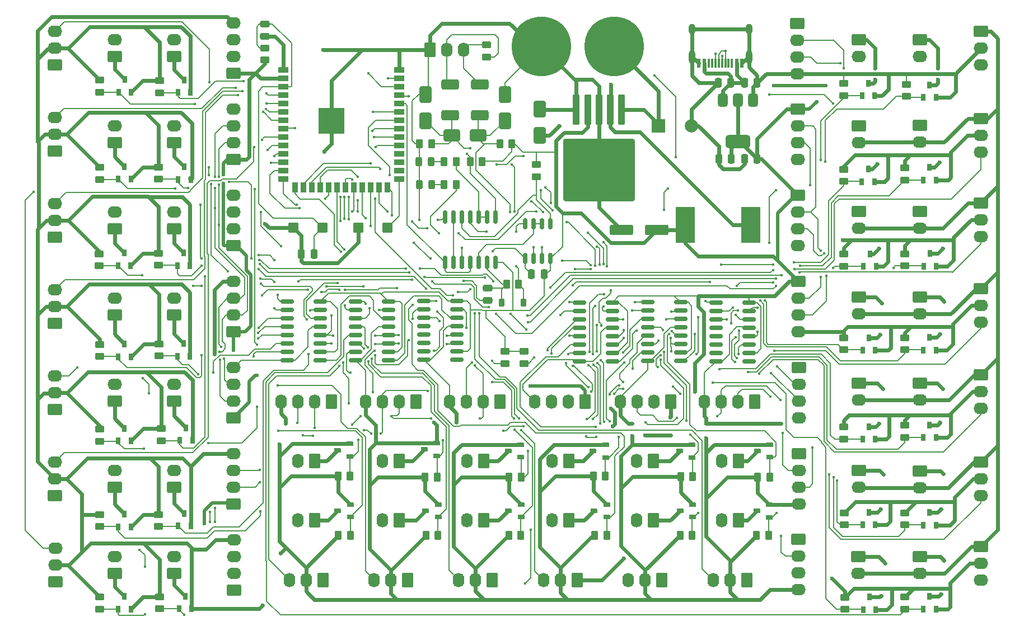
<source format=gbr>
%TF.GenerationSoftware,KiCad,Pcbnew,9.0.0*%
%TF.CreationDate,2025-03-15T02:30:35-06:00*%
%TF.ProjectId,ParallelValveController,50617261-6c6c-4656-9c56-616c7665436f,rev?*%
%TF.SameCoordinates,Original*%
%TF.FileFunction,Copper,L1,Top*%
%TF.FilePolarity,Positive*%
%FSLAX46Y46*%
G04 Gerber Fmt 4.6, Leading zero omitted, Abs format (unit mm)*
G04 Created by KiCad (PCBNEW 9.0.0) date 2025-03-15 02:30:35*
%MOMM*%
%LPD*%
G01*
G04 APERTURE LIST*
G04 Aperture macros list*
%AMRoundRect*
0 Rectangle with rounded corners*
0 $1 Rounding radius*
0 $2 $3 $4 $5 $6 $7 $8 $9 X,Y pos of 4 corners*
0 Add a 4 corners polygon primitive as box body*
4,1,4,$2,$3,$4,$5,$6,$7,$8,$9,$2,$3,0*
0 Add four circle primitives for the rounded corners*
1,1,$1+$1,$2,$3*
1,1,$1+$1,$4,$5*
1,1,$1+$1,$6,$7*
1,1,$1+$1,$8,$9*
0 Add four rect primitives between the rounded corners*
20,1,$1+$1,$2,$3,$4,$5,0*
20,1,$1+$1,$4,$5,$6,$7,0*
20,1,$1+$1,$6,$7,$8,$9,0*
20,1,$1+$1,$8,$9,$2,$3,0*%
G04 Aperture macros list end*
%TA.AperFunction,SMDPad,CuDef*%
%ADD10RoundRect,0.112500X0.387500X-0.262500X0.387500X0.262500X-0.387500X0.262500X-0.387500X-0.262500X0*%
%TD*%
%TA.AperFunction,ComponentPad*%
%ADD11RoundRect,0.250000X0.620000X0.845000X-0.620000X0.845000X-0.620000X-0.845000X0.620000X-0.845000X0*%
%TD*%
%TA.AperFunction,ComponentPad*%
%ADD12O,1.740000X2.190000*%
%TD*%
%TA.AperFunction,ComponentPad*%
%ADD13RoundRect,0.250000X-0.845000X0.620000X-0.845000X-0.620000X0.845000X-0.620000X0.845000X0.620000X0*%
%TD*%
%TA.AperFunction,ComponentPad*%
%ADD14O,2.190000X1.740000*%
%TD*%
%TA.AperFunction,SMDPad,CuDef*%
%ADD15RoundRect,0.150000X-0.850000X-0.150000X0.850000X-0.150000X0.850000X0.150000X-0.850000X0.150000X0*%
%TD*%
%TA.AperFunction,SMDPad,CuDef*%
%ADD16RoundRect,0.250000X-0.450000X0.262500X-0.450000X-0.262500X0.450000X-0.262500X0.450000X0.262500X0*%
%TD*%
%TA.AperFunction,SMDPad,CuDef*%
%ADD17RoundRect,0.112500X-0.262500X-0.387500X0.262500X-0.387500X0.262500X0.387500X-0.262500X0.387500X0*%
%TD*%
%TA.AperFunction,SMDPad,CuDef*%
%ADD18RoundRect,0.225000X-0.575000X-0.525000X0.575000X-0.525000X0.575000X0.525000X-0.575000X0.525000X0*%
%TD*%
%TA.AperFunction,ComponentPad*%
%ADD19C,9.000000*%
%TD*%
%TA.AperFunction,ComponentPad*%
%ADD20RoundRect,0.250000X0.845000X-0.620000X0.845000X0.620000X-0.845000X0.620000X-0.845000X-0.620000X0*%
%TD*%
%TA.AperFunction,SMDPad,CuDef*%
%ADD21RoundRect,0.250000X0.650000X-1.000000X0.650000X1.000000X-0.650000X1.000000X-0.650000X-1.000000X0*%
%TD*%
%TA.AperFunction,SMDPad,CuDef*%
%ADD22RoundRect,0.250000X0.250000X0.475000X-0.250000X0.475000X-0.250000X-0.475000X0.250000X-0.475000X0*%
%TD*%
%TA.AperFunction,SMDPad,CuDef*%
%ADD23RoundRect,0.250000X-0.262500X-0.450000X0.262500X-0.450000X0.262500X0.450000X-0.262500X0.450000X0*%
%TD*%
%TA.AperFunction,SMDPad,CuDef*%
%ADD24RoundRect,0.250000X-0.650000X1.000000X-0.650000X-1.000000X0.650000X-1.000000X0.650000X1.000000X0*%
%TD*%
%TA.AperFunction,SMDPad,CuDef*%
%ADD25RoundRect,0.250000X-0.250000X-0.475000X0.250000X-0.475000X0.250000X0.475000X-0.250000X0.475000X0*%
%TD*%
%TA.AperFunction,SMDPad,CuDef*%
%ADD26RoundRect,0.250000X-0.300000X2.050000X-0.300000X-2.050000X0.300000X-2.050000X0.300000X2.050000X0*%
%TD*%
%TA.AperFunction,SMDPad,CuDef*%
%ADD27RoundRect,0.250000X-2.375000X2.025000X-2.375000X-2.025000X2.375000X-2.025000X2.375000X2.025000X0*%
%TD*%
%TA.AperFunction,SMDPad,CuDef*%
%ADD28RoundRect,0.250002X-5.149998X4.449998X-5.149998X-4.449998X5.149998X-4.449998X5.149998X4.449998X0*%
%TD*%
%TA.AperFunction,SMDPad,CuDef*%
%ADD29RoundRect,0.250000X0.475000X-0.250000X0.475000X0.250000X-0.475000X0.250000X-0.475000X-0.250000X0*%
%TD*%
%TA.AperFunction,ComponentPad*%
%ADD30RoundRect,0.250000X-0.620000X-0.845000X0.620000X-0.845000X0.620000X0.845000X-0.620000X0.845000X0*%
%TD*%
%TA.AperFunction,SMDPad,CuDef*%
%ADD31RoundRect,0.250000X0.450000X-0.262500X0.450000X0.262500X-0.450000X0.262500X-0.450000X-0.262500X0*%
%TD*%
%TA.AperFunction,SMDPad,CuDef*%
%ADD32RoundRect,0.250000X0.262500X0.450000X-0.262500X0.450000X-0.262500X-0.450000X0.262500X-0.450000X0*%
%TD*%
%TA.AperFunction,SMDPad,CuDef*%
%ADD33RoundRect,0.249999X1.075001X-0.512501X1.075001X0.512501X-1.075001X0.512501X-1.075001X-0.512501X0*%
%TD*%
%TA.AperFunction,SMDPad,CuDef*%
%ADD34RoundRect,0.150000X-0.150000X0.837500X-0.150000X-0.837500X0.150000X-0.837500X0.150000X0.837500X0*%
%TD*%
%TA.AperFunction,SMDPad,CuDef*%
%ADD35RoundRect,0.250000X-1.000000X-0.650000X1.000000X-0.650000X1.000000X0.650000X-1.000000X0.650000X0*%
%TD*%
%TA.AperFunction,SMDPad,CuDef*%
%ADD36RoundRect,0.375000X-0.375000X0.625000X-0.375000X-0.625000X0.375000X-0.625000X0.375000X0.625000X0*%
%TD*%
%TA.AperFunction,SMDPad,CuDef*%
%ADD37RoundRect,0.500000X-1.400000X0.500000X-1.400000X-0.500000X1.400000X-0.500000X1.400000X0.500000X0*%
%TD*%
%TA.AperFunction,SMDPad,CuDef*%
%ADD38RoundRect,0.243750X-0.243750X-0.456250X0.243750X-0.456250X0.243750X0.456250X-0.243750X0.456250X0*%
%TD*%
%TA.AperFunction,ComponentPad*%
%ADD39R,2.000000X2.000000*%
%TD*%
%TA.AperFunction,ComponentPad*%
%ADD40C,2.000000*%
%TD*%
%TA.AperFunction,SMDPad,CuDef*%
%ADD41RoundRect,0.150000X-0.150000X0.675000X-0.150000X-0.675000X0.150000X-0.675000X0.150000X0.675000X0*%
%TD*%
%TA.AperFunction,SMDPad,CuDef*%
%ADD42R,1.500000X0.900000*%
%TD*%
%TA.AperFunction,SMDPad,CuDef*%
%ADD43R,0.900000X1.500000*%
%TD*%
%TA.AperFunction,HeatsinkPad*%
%ADD44C,0.600000*%
%TD*%
%TA.AperFunction,HeatsinkPad*%
%ADD45R,3.900000X3.900000*%
%TD*%
%TA.AperFunction,SMDPad,CuDef*%
%ADD46R,0.600000X1.450000*%
%TD*%
%TA.AperFunction,SMDPad,CuDef*%
%ADD47R,0.300000X1.450000*%
%TD*%
%TA.AperFunction,HeatsinkPad*%
%ADD48O,1.000000X2.100000*%
%TD*%
%TA.AperFunction,HeatsinkPad*%
%ADD49O,1.000000X1.600000*%
%TD*%
%TA.AperFunction,SMDPad,CuDef*%
%ADD50RoundRect,0.250000X-0.475000X0.250000X-0.475000X-0.250000X0.475000X-0.250000X0.475000X0.250000X0*%
%TD*%
%TA.AperFunction,SMDPad,CuDef*%
%ADD51R,2.900000X5.400000*%
%TD*%
%TA.AperFunction,SMDPad,CuDef*%
%ADD52RoundRect,0.225000X0.225000X0.375000X-0.225000X0.375000X-0.225000X-0.375000X0.225000X-0.375000X0*%
%TD*%
%TA.AperFunction,SMDPad,CuDef*%
%ADD53RoundRect,0.249999X-1.075001X0.512501X-1.075001X-0.512501X1.075001X-0.512501X1.075001X0.512501X0*%
%TD*%
%TA.AperFunction,SMDPad,CuDef*%
%ADD54RoundRect,0.250000X1.500000X0.550000X-1.500000X0.550000X-1.500000X-0.550000X1.500000X-0.550000X0*%
%TD*%
%TA.AperFunction,ViaPad*%
%ADD55C,0.400000*%
%TD*%
%TA.AperFunction,ViaPad*%
%ADD56C,0.600000*%
%TD*%
%TA.AperFunction,Conductor*%
%ADD57C,0.200000*%
%TD*%
%TA.AperFunction,Conductor*%
%ADD58C,0.600000*%
%TD*%
%TA.AperFunction,Conductor*%
%ADD59C,1.500000*%
%TD*%
%TA.AperFunction,Conductor*%
%ADD60C,0.500000*%
%TD*%
%TA.AperFunction,Conductor*%
%ADD61C,1.600000*%
%TD*%
G04 APERTURE END LIST*
D10*
%TO.P,Q13,1,D*%
%TO.N,Net-(J34-Pin_1)*%
X190350000Y-128800000D03*
%TO.P,Q13,2,G*%
%TO.N,SOL12*%
X192250000Y-129750000D03*
%TO.P,Q13,3,S*%
%TO.N,Earth*%
X192250000Y-127850000D03*
%TD*%
D11*
%TO.P,J51,1,Pin_1*%
%TO.N,Net-(J51-Pin_1)*%
X149100500Y-121250000D03*
D12*
%TO.P,J51,2,Pin_2*%
%TO.N,12V*%
X146560500Y-121250000D03*
%TD*%
D13*
%TO.P,J76,1,Pin_1*%
%TO.N,3.3V*%
X196750000Y-120108333D03*
D14*
%TO.P,J76,2,Pin_2*%
%TO.N,SDA*%
X196750000Y-122648333D03*
%TO.P,J76,3,Pin_3*%
%TO.N,SCL*%
X196750000Y-125188333D03*
%TO.P,J76,4,Pin_4*%
%TO.N,Earth*%
X196750000Y-127728333D03*
%TD*%
D15*
%TO.P,U9,1,QB*%
%TO.N,MOT1*%
X163500000Y-97250000D03*
%TO.P,U9,2,QC*%
%TO.N,MOT2*%
X163500000Y-98520000D03*
%TO.P,U9,3,QD*%
%TO.N,MOT3*%
X163500000Y-99790000D03*
%TO.P,U9,4,QE*%
%TO.N,MOT4*%
X163500000Y-101060000D03*
%TO.P,U9,5,QF*%
%TO.N,MOT5*%
X163500000Y-102330000D03*
%TO.P,U9,6,QG*%
%TO.N,MOT6*%
X163500000Y-103600000D03*
%TO.P,U9,7,QH*%
%TO.N,MOT7*%
X163500000Y-104870000D03*
%TO.P,U9,8,GND*%
%TO.N,Earth*%
X163500000Y-106140000D03*
%TO.P,U9,9,QH'*%
%TO.N,Net-(U10-SER)*%
X168500000Y-106140000D03*
%TO.P,U9,10,~{SRCLR}*%
%TO.N,3.3V*%
X168500000Y-104870000D03*
%TO.P,U9,11,SRCLK*%
%TO.N,MCLK*%
X168500000Y-103600000D03*
%TO.P,U9,12,RCLK*%
%TO.N,MS*%
X168500000Y-102330000D03*
%TO.P,U9,13,~{OE}*%
%TO.N,Earth*%
X168500000Y-101060000D03*
%TO.P,U9,14,SER*%
%TO.N,MD*%
X168500000Y-99790000D03*
%TO.P,U9,15,QA*%
%TO.N,MOT0*%
X168500000Y-98520000D03*
%TO.P,U9,16,VCC*%
%TO.N,3.3V*%
X168500000Y-97250000D03*
%TD*%
D11*
%TO.P,J69,1,Pin_1*%
%TO.N,3.3V*%
X126000833Y-112250000D03*
D12*
%TO.P,J69,2,Pin_2*%
%TO.N,SDA*%
X123460833Y-112250000D03*
%TO.P,J69,3,Pin_3*%
%TO.N,SCL*%
X120920833Y-112250000D03*
%TO.P,J69,4,Pin_4*%
%TO.N,Earth*%
X118380833Y-112250000D03*
%TD*%
D16*
%TO.P,R15,1*%
%TO.N,Earth*%
X212750000Y-141837500D03*
%TO.P,R15,2*%
%TO.N,SOL13*%
X212750000Y-143662500D03*
%TD*%
D13*
%TO.P,J41,1,Pin_1*%
%TO.N,Net-(J41-Pin_1)*%
X215000000Y-57460000D03*
D14*
%TO.P,J41,2,Pin_2*%
%TO.N,12V*%
X215000000Y-60000000D03*
%TD*%
D16*
%TO.P,R36,1*%
%TO.N,Earth*%
X99850000Y-89787500D03*
%TO.P,R36,2*%
%TO.N,MOT2*%
X99850000Y-91612500D03*
%TD*%
D17*
%TO.P,Q2,1,D*%
%TO.N,Net-(J23-Pin_1)*%
X94750000Y-76700000D03*
%TO.P,Q2,2,G*%
%TO.N,SOL1*%
X93800000Y-78600000D03*
%TO.P,Q2,3,S*%
%TO.N,Earth*%
X95700000Y-78600000D03*
%TD*%
D11*
%TO.P,J50,1,Pin_1*%
%TO.N,Net-(J50-Pin_1)*%
X136280666Y-121230000D03*
D12*
%TO.P,J50,2,Pin_2*%
%TO.N,12V*%
X133740666Y-121230000D03*
%TD*%
D11*
%TO.P,J11,1,Pin_1*%
%TO.N,12V*%
X150370500Y-139250000D03*
D12*
%TO.P,J11,2,Pin_2*%
%TO.N,Earth*%
X147830500Y-139250000D03*
%TO.P,J11,3,Pin_3*%
%TO.N,MCPWMU0G0C1*%
X145290500Y-139250000D03*
%TD*%
D18*
%TO.P,SW2,1,1*%
%TO.N,Earth*%
X130131200Y-85940000D03*
%TO.P,SW2,2,2*%
%TO.N,Net-(U1-IO0)*%
X134500000Y-85940000D03*
%TD*%
D11*
%TO.P,J33,1,Pin_1*%
%TO.N,Net-(J33-Pin_1)*%
X174740167Y-130230000D03*
D12*
%TO.P,J33,2,Pin_2*%
%TO.N,12V*%
X172200167Y-130230000D03*
%TD*%
D11*
%TO.P,J12,1,Pin_1*%
%TO.N,12V*%
X163190333Y-139250000D03*
D12*
%TO.P,J12,2,Pin_2*%
%TO.N,Earth*%
X160650333Y-139250000D03*
%TO.P,J12,3,Pin_3*%
%TO.N,MCPWMU0G1C0*%
X158110333Y-139250000D03*
%TD*%
D19*
%TO.P,J83,1,Pin_1*%
%TO.N,Earth*%
X157750000Y-58500000D03*
%TO.P,J83,2,Pin_2*%
%TO.N,12V*%
X168750000Y-58500000D03*
%TD*%
D20*
%TO.P,J22,1,Pin_1*%
%TO.N,Net-(J22-Pin_1)*%
X93238375Y-60020000D03*
D14*
%TO.P,J22,2,Pin_2*%
%TO.N,12V*%
X93238375Y-57480000D03*
%TD*%
D13*
%TO.P,J79,1,Pin_1*%
%TO.N,3.3V*%
X196570000Y-81043333D03*
D14*
%TO.P,J79,2,Pin_2*%
%TO.N,SDA*%
X196570000Y-83583333D03*
%TO.P,J79,3,Pin_3*%
%TO.N,SCL*%
X196570000Y-86123333D03*
%TO.P,J79,4,Pin_4*%
%TO.N,Earth*%
X196570000Y-88663333D03*
%TD*%
D13*
%TO.P,J37,1,Pin_1*%
%TO.N,Net-(J37-Pin_1)*%
X215000000Y-109460000D03*
D14*
%TO.P,J37,2,Pin_2*%
%TO.N,12V*%
X215000000Y-112000000D03*
%TD*%
D20*
%TO.P,J62,1,Pin_1*%
%TO.N,3.3V*%
X111238375Y-62560000D03*
D14*
%TO.P,J62,2,Pin_2*%
%TO.N,SDA*%
X111238375Y-60020000D03*
%TO.P,J62,3,Pin_3*%
%TO.N,SCL*%
X111238375Y-57480000D03*
%TO.P,J62,4,Pin_4*%
%TO.N,Earth*%
X111238375Y-54940000D03*
%TD*%
D21*
%TO.P,TVS1,1,A1*%
%TO.N,Net-(TVS1-A1)*%
X152250000Y-69750000D03*
%TO.P,TVS1,2,A2*%
%TO.N,Earth*%
X152250000Y-65750000D03*
%TD*%
D22*
%TO.P,C6,1*%
%TO.N,Net-(U1-EN)*%
X123400000Y-89940000D03*
%TO.P,C6,2*%
%TO.N,Earth*%
X121500000Y-89940000D03*
%TD*%
D16*
%TO.P,R32,1*%
%TO.N,Earth*%
X203500000Y-77087500D03*
%TO.P,R32,2*%
%TO.N,MOT18*%
X203500000Y-78912500D03*
%TD*%
%TO.P,R5,1*%
%TO.N,Earth*%
X91000000Y-103587500D03*
%TO.P,R5,2*%
%TO.N,SOL3*%
X91000000Y-105412500D03*
%TD*%
%TO.P,R20,1*%
%TO.N,Earth*%
X212750000Y-76887500D03*
%TO.P,R20,2*%
%TO.N,SOL18*%
X212750000Y-78712500D03*
%TD*%
D23*
%TO.P,R14,1*%
%TO.N,Earth*%
X190337500Y-132500000D03*
%TO.P,R14,2*%
%TO.N,SOL12*%
X192162500Y-132500000D03*
%TD*%
D13*
%TO.P,J59,1,Pin_1*%
%TO.N,Net-(J59-Pin_1)*%
X205750000Y-83500000D03*
D14*
%TO.P,J59,2,Pin_2*%
%TO.N,12V*%
X205750000Y-86040000D03*
%TD*%
D24*
%TO.P,TVS3,1,A1*%
%TO.N,Earth*%
X140250000Y-65750000D03*
%TO.P,TVS3,2,A2*%
%TO.N,Net-(TVS2-A1)*%
X140250000Y-69750000D03*
%TD*%
D17*
%TO.P,Q17,1,D*%
%TO.N,Net-(J38-Pin_1)*%
X216500000Y-102550000D03*
%TO.P,Q17,2,G*%
%TO.N,SOL16*%
X215550000Y-104450000D03*
%TO.P,Q17,3,S*%
%TO.N,Earth*%
X217450000Y-104450000D03*
%TD*%
D20*
%TO.P,J68,1,Pin_1*%
%TO.N,3.3V*%
X111270000Y-140810000D03*
D14*
%TO.P,J68,2,Pin_2*%
%TO.N,SDA*%
X111270000Y-138270000D03*
%TO.P,J68,3,Pin_3*%
%TO.N,SCL*%
X111270000Y-135730000D03*
%TO.P,J68,4,Pin_4*%
%TO.N,Earth*%
X111270000Y-133190000D03*
%TD*%
D25*
%TO.P,C2,1*%
%TO.N,5V*%
X188500000Y-64000000D03*
%TO.P,C2,2*%
%TO.N,Earth*%
X190400000Y-64000000D03*
%TD*%
D26*
%TO.P,U6,1,VIN*%
%TO.N,12V*%
X169875000Y-68025000D03*
%TO.P,U6,2,OUT*%
%TO.N,Net-(D1-K)*%
X168175000Y-68025000D03*
%TO.P,U6,3,GND*%
%TO.N,Earth*%
X166475000Y-68025000D03*
D27*
X169250000Y-74750000D03*
X163700000Y-74750000D03*
D28*
X166475000Y-77175000D03*
D27*
X169250000Y-79600000D03*
X163700000Y-79600000D03*
D26*
%TO.P,U6,4,FB*%
%TO.N,3.3V*%
X164775000Y-68025000D03*
%TO.P,U6,5,~{ON}/OFF*%
%TO.N,Earth*%
X163075000Y-68025000D03*
%TD*%
D16*
%TO.P,R6,1*%
%TO.N,Earth*%
X91000000Y-116425000D03*
%TO.P,R6,2*%
%TO.N,SOL4*%
X91000000Y-118250000D03*
%TD*%
D13*
%TO.P,J75,1,Pin_1*%
%TO.N,3.3V*%
X196660000Y-133130000D03*
D14*
%TO.P,J75,2,Pin_2*%
%TO.N,SDA*%
X196660000Y-135670000D03*
%TO.P,J75,3,Pin_3*%
%TO.N,SCL*%
X196660000Y-138210000D03*
%TO.P,J75,4,Pin_4*%
%TO.N,Earth*%
X196660000Y-140750000D03*
%TD*%
D29*
%TO.P,C9,1*%
%TO.N,Earth*%
X149662500Y-96950000D03*
%TO.P,C9,2*%
%TO.N,RWSEL*%
X149662500Y-95050000D03*
%TD*%
D20*
%TO.P,J48,1,Pin_1*%
%TO.N,Net-(J48-Pin_1)*%
X102270000Y-138270000D03*
D14*
%TO.P,J48,2,Pin_2*%
%TO.N,12V*%
X102270000Y-135730000D03*
%TD*%
D13*
%TO.P,J18,1,Pin_1*%
%TO.N,12V*%
X224230000Y-95170000D03*
D14*
%TO.P,J18,2,Pin_2*%
%TO.N,Earth*%
X224230000Y-97710000D03*
%TO.P,J18,3,Pin_3*%
%TO.N,MCPWMU1G1C0*%
X224230000Y-100250000D03*
%TD*%
D20*
%TO.P,J45,1,Pin_1*%
%TO.N,Net-(J45-Pin_1)*%
X102238375Y-99145000D03*
D14*
%TO.P,J45,2,Pin_2*%
%TO.N,12V*%
X102238375Y-96605000D03*
%TD*%
D30*
%TO.P,J82,1,Pin_1*%
%TO.N,Earth*%
X140960000Y-59020000D03*
D12*
%TO.P,J82,2,Pin_2*%
%TO.N,B*%
X143500000Y-59020000D03*
%TO.P,J82,3,Pin_3*%
%TO.N,A*%
X146040000Y-59020000D03*
%TD*%
D20*
%TO.P,J44,1,Pin_1*%
%TO.N,Net-(J44-Pin_1)*%
X102238375Y-86103333D03*
D14*
%TO.P,J44,2,Pin_2*%
%TO.N,12V*%
X102238375Y-83563333D03*
%TD*%
D17*
%TO.P,Q38,1,D*%
%TO.N,Net-(J58-Pin_1)*%
X207300000Y-102600000D03*
%TO.P,Q38,2,G*%
%TO.N,MOT16*%
X206350000Y-104500000D03*
%TO.P,Q38,3,S*%
%TO.N,Earth*%
X208250000Y-104500000D03*
%TD*%
D10*
%TO.P,Q25,1,D*%
%TO.N,Net-(J52-Pin_1)*%
X165600000Y-119750000D03*
%TO.P,Q25,2,G*%
%TO.N,MOT10*%
X167500000Y-120700000D03*
%TO.P,Q25,3,S*%
%TO.N,Earth*%
X167500000Y-118800000D03*
%TD*%
D13*
%TO.P,J58,1,Pin_1*%
%TO.N,Net-(J58-Pin_1)*%
X205750000Y-96460000D03*
D14*
%TO.P,J58,2,Pin_2*%
%TO.N,12V*%
X205750000Y-99000000D03*
%TD*%
D31*
%TO.P,R51,1*%
%TO.N,SCL*%
X155200000Y-106500000D03*
%TO.P,R51,2*%
%TO.N,3.3V*%
X155200000Y-104675000D03*
%TD*%
D32*
%TO.P,R24,1*%
%TO.N,Net-(D3-K)*%
X154325000Y-94500000D03*
%TO.P,R24,2*%
%TO.N,RWSEL*%
X152500000Y-94500000D03*
%TD*%
D10*
%TO.P,Q8,1,D*%
%TO.N,Net-(J29-Pin_1)*%
X127000000Y-128750000D03*
%TO.P,Q8,2,G*%
%TO.N,SOL7*%
X128900000Y-129700000D03*
%TO.P,Q8,3,S*%
%TO.N,Earth*%
X128900000Y-127800000D03*
%TD*%
D16*
%TO.P,R8,1*%
%TO.N,Earth*%
X91000000Y-141837500D03*
%TO.P,R8,2*%
%TO.N,SOL6*%
X91000000Y-143662500D03*
%TD*%
D23*
%TO.P,R13,1*%
%TO.N,Earth*%
X178750000Y-132500000D03*
%TO.P,R13,2*%
%TO.N,SOL11*%
X180575000Y-132500000D03*
%TD*%
D20*
%TO.P,J8,1,Pin_1*%
%TO.N,12V*%
X84270000Y-139540000D03*
D14*
%TO.P,J8,2,Pin_2*%
%TO.N,Earth*%
X84270000Y-137000000D03*
%TO.P,J8,3,Pin_3*%
%TO.N,LEDC6*%
X84270000Y-134460000D03*
%TD*%
D20*
%TO.P,J5,1,Pin_1*%
%TO.N,12V*%
X84238375Y-100415000D03*
D14*
%TO.P,J5,2,Pin_2*%
%TO.N,Earth*%
X84238375Y-97875000D03*
%TO.P,J5,3,Pin_3*%
%TO.N,LEDC3*%
X84238375Y-95335000D03*
%TD*%
D17*
%TO.P,Q21,1,D*%
%TO.N,Net-(J42-Pin_1)*%
X103750000Y-63550000D03*
%TO.P,Q21,2,G*%
%TO.N,MOT0*%
X102800000Y-65450000D03*
%TO.P,Q21,3,S*%
%TO.N,Earth*%
X104700000Y-65450000D03*
%TD*%
D20*
%TO.P,J66,1,Pin_1*%
%TO.N,3.3V*%
X111238375Y-114726667D03*
D14*
%TO.P,J66,2,Pin_2*%
%TO.N,SDA*%
X111238375Y-112186667D03*
%TO.P,J66,3,Pin_3*%
%TO.N,SCL*%
X111238375Y-109646667D03*
%TO.P,J66,4,Pin_4*%
%TO.N,Earth*%
X111238375Y-107106667D03*
%TD*%
D23*
%TO.P,R26,1*%
%TO.N,Net-(D4-A)*%
X143062500Y-79450000D03*
%TO.P,R26,2*%
%TO.N,Net-(R26-Pad2)*%
X144887500Y-79450000D03*
%TD*%
D22*
%TO.P,C4,1*%
%TO.N,3.3V*%
X190400000Y-75500000D03*
%TO.P,C4,2*%
%TO.N,Earth*%
X188500000Y-75500000D03*
%TD*%
D33*
%TO.P,F2,1*%
%TO.N,Net-(TVS2-A1)*%
X144000000Y-68925000D03*
%TO.P,F2,2*%
%TO.N,B*%
X144000000Y-64250000D03*
%TD*%
D13*
%TO.P,J77,1,Pin_1*%
%TO.N,3.3V*%
X196705000Y-107086667D03*
D14*
%TO.P,J77,2,Pin_2*%
%TO.N,SDA*%
X196705000Y-109626667D03*
%TO.P,J77,3,Pin_3*%
%TO.N,SCL*%
X196705000Y-112166667D03*
%TO.P,J77,4,Pin_4*%
%TO.N,Earth*%
X196705000Y-114706667D03*
%TD*%
D16*
%TO.P,R40,1*%
%TO.N,Earth*%
X100300000Y-116350000D03*
%TO.P,R40,2*%
%TO.N,MOT4*%
X100300000Y-118175000D03*
%TD*%
D13*
%TO.P,J16,1,Pin_1*%
%TO.N,12V*%
X224250000Y-121420000D03*
D14*
%TO.P,J16,2,Pin_2*%
%TO.N,Earth*%
X224250000Y-123960000D03*
%TO.P,J16,3,Pin_3*%
%TO.N,MCPWMU1G0C0*%
X224250000Y-126500000D03*
%TD*%
D17*
%TO.P,Q33,1,D*%
%TO.N,Net-(J47-Pin_1)*%
X103800000Y-129200000D03*
%TO.P,Q33,2,G*%
%TO.N,MOT5*%
X102850000Y-131100000D03*
%TO.P,Q33,3,S*%
%TO.N,Earth*%
X104750000Y-131100000D03*
%TD*%
D13*
%TO.P,J81,1,Pin_1*%
%TO.N,3.3V*%
X196480000Y-55000000D03*
D14*
%TO.P,J81,2,Pin_2*%
%TO.N,SDA*%
X196480000Y-57540000D03*
%TO.P,J81,3,Pin_3*%
%TO.N,SCL*%
X196480000Y-60080000D03*
%TO.P,J81,4,Pin_4*%
%TO.N,Earth*%
X196480000Y-62620000D03*
%TD*%
D15*
%TO.P,U4,1,QB*%
%TO.N,SOL9*%
X129666666Y-97075000D03*
%TO.P,U4,2,QC*%
%TO.N,SOL10*%
X129666666Y-98345000D03*
%TO.P,U4,3,QD*%
%TO.N,SOL11*%
X129666666Y-99615000D03*
%TO.P,U4,4,QE*%
%TO.N,SOL12*%
X129666666Y-100885000D03*
%TO.P,U4,5,QF*%
%TO.N,SOL13*%
X129666666Y-102155000D03*
%TO.P,U4,6,QG*%
%TO.N,SOL14*%
X129666666Y-103425000D03*
%TO.P,U4,7,QH*%
%TO.N,SOL15*%
X129666666Y-104695000D03*
%TO.P,U4,8,GND*%
%TO.N,Earth*%
X129666666Y-105965000D03*
%TO.P,U4,9,QH'*%
%TO.N,Net-(U4-QH')*%
X134666666Y-105965000D03*
%TO.P,U4,10,~{SRCLR}*%
%TO.N,3.3V*%
X134666666Y-104695000D03*
%TO.P,U4,11,SRCLK*%
%TO.N,SCLK*%
X134666666Y-103425000D03*
%TO.P,U4,12,RCLK*%
%TO.N,SS*%
X134666666Y-102155000D03*
%TO.P,U4,13,~{OE}*%
%TO.N,Earth*%
X134666666Y-100885000D03*
%TO.P,U4,14,SER*%
%TO.N,Net-(U3-QH')*%
X134666666Y-99615000D03*
%TO.P,U4,15,QA*%
%TO.N,SOL8*%
X134666666Y-98345000D03*
%TO.P,U4,16,VCC*%
%TO.N,3.3V*%
X134666666Y-97075000D03*
%TD*%
D34*
%TO.P,U7,1*%
%TO.N,MCUTX*%
X150810000Y-84287500D03*
%TO.P,U7,2*%
%TO.N,Net-(R23-Pad1)*%
X149540000Y-84287500D03*
%TO.P,U7,3*%
X148270000Y-84287500D03*
%TO.P,U7,4*%
%TO.N,Net-(D3-K)*%
X147000000Y-84287500D03*
%TO.P,U7,5*%
%TO.N,Net-(U8-RO)*%
X145730000Y-84287500D03*
%TO.P,U7,6*%
%TO.N,Net-(U7-Pad6)*%
X144460000Y-84287500D03*
%TO.P,U7,7,GND*%
%TO.N,Earth*%
X143190000Y-84287500D03*
%TO.P,U7,8*%
%TO.N,MCURX*%
X143190000Y-91212500D03*
%TO.P,U7,9*%
%TO.N,Net-(U7-Pad6)*%
X144460000Y-91212500D03*
%TO.P,U7,10*%
%TO.N,Net-(R26-Pad2)*%
X145730000Y-91212500D03*
%TO.P,U7,11*%
%TO.N,MCURX*%
X147000000Y-91212500D03*
%TO.P,U7,12*%
%TO.N,Net-(U8-DE)*%
X148270000Y-91212500D03*
%TO.P,U7,13*%
%TO.N,RWSEL*%
X149540000Y-91212500D03*
%TO.P,U7,14,VCC*%
%TO.N,3.3V*%
X150810000Y-91212500D03*
%TD*%
D31*
%TO.P,R29,1*%
%TO.N,B*%
X149500000Y-60075000D03*
%TO.P,R29,2*%
%TO.N,A*%
X149500000Y-58250000D03*
%TD*%
D11*
%TO.P,J74,1,Pin_1*%
%TO.N,3.3V*%
X190060000Y-112230000D03*
D12*
%TO.P,J74,2,Pin_2*%
%TO.N,SDA*%
X187520000Y-112230000D03*
%TO.P,J74,3,Pin_3*%
%TO.N,SCL*%
X184980000Y-112230000D03*
%TO.P,J74,4,Pin_4*%
%TO.N,Earth*%
X182440000Y-112230000D03*
%TD*%
D17*
%TO.P,Q32,1,D*%
%TO.N,Net-(J55-Pin_1)*%
X207400000Y-141850000D03*
%TO.P,Q32,2,G*%
%TO.N,MOT13*%
X206450000Y-143750000D03*
%TO.P,Q32,3,S*%
%TO.N,Earth*%
X208350000Y-143750000D03*
%TD*%
D16*
%TO.P,R49,1*%
%TO.N,Earth*%
X203500000Y-89925000D03*
%TO.P,R49,2*%
%TO.N,MOT17*%
X203500000Y-91750000D03*
%TD*%
D13*
%TO.P,J35,1,Pin_1*%
%TO.N,Net-(J35-Pin_1)*%
X215000000Y-135730000D03*
D14*
%TO.P,J35,2,Pin_2*%
%TO.N,12V*%
X215000000Y-138270000D03*
%TD*%
D11*
%TO.P,J54,1,Pin_1*%
%TO.N,Net-(J54-Pin_1)*%
X187560000Y-121250000D03*
D12*
%TO.P,J54,2,Pin_2*%
%TO.N,12V*%
X185020000Y-121250000D03*
%TD*%
D13*
%TO.P,J38,1,Pin_1*%
%TO.N,Net-(J38-Pin_1)*%
X215000000Y-96460000D03*
D14*
%TO.P,J38,2,Pin_2*%
%TO.N,12V*%
X215000000Y-99000000D03*
%TD*%
D16*
%TO.P,R4,1*%
%TO.N,Earth*%
X90900000Y-89887500D03*
%TO.P,R4,2*%
%TO.N,SOL2*%
X90900000Y-91712500D03*
%TD*%
D11*
%TO.P,J52,1,Pin_1*%
%TO.N,Net-(J52-Pin_1)*%
X161920333Y-121236667D03*
D12*
%TO.P,J52,2,Pin_2*%
%TO.N,12V*%
X159380333Y-121236667D03*
%TD*%
D17*
%TO.P,Q27,1,D*%
%TO.N,Net-(J44-Pin_1)*%
X103700000Y-89750000D03*
%TO.P,Q27,2,G*%
%TO.N,MOT2*%
X102750000Y-91650000D03*
%TO.P,Q27,3,S*%
%TO.N,Earth*%
X104650000Y-91650000D03*
%TD*%
D32*
%TO.P,R23,1*%
%TO.N,Net-(R23-Pad1)*%
X144912500Y-75950000D03*
%TO.P,R23,2*%
%TO.N,Net-(D2-A)*%
X143087500Y-75950000D03*
%TD*%
D13*
%TO.P,J40,1,Pin_1*%
%TO.N,Net-(J40-Pin_1)*%
X215000000Y-70460000D03*
D14*
%TO.P,J40,2,Pin_2*%
%TO.N,12V*%
X215000000Y-73000000D03*
%TD*%
D10*
%TO.P,Q28,1,D*%
%TO.N,Net-(J53-Pin_1)*%
X178700000Y-119750000D03*
%TO.P,Q28,2,G*%
%TO.N,MOT11*%
X180600000Y-120700000D03*
%TO.P,Q28,3,S*%
%TO.N,Earth*%
X180600000Y-118800000D03*
%TD*%
D23*
%TO.P,R11,1*%
%TO.N,Earth*%
X152837500Y-132500000D03*
%TO.P,R11,2*%
%TO.N,SOL9*%
X154662500Y-132500000D03*
%TD*%
D13*
%TO.P,J15,1,Pin_1*%
%TO.N,12V*%
X224250000Y-134210000D03*
D14*
%TO.P,J15,2,Pin_2*%
%TO.N,Earth*%
X224250000Y-136750000D03*
%TO.P,J15,3,Pin_3*%
%TO.N,MCPWMU0G2C1*%
X224250000Y-139290000D03*
%TD*%
D20*
%TO.P,J4,1,Pin_1*%
%TO.N,12V*%
X84238375Y-87373333D03*
D14*
%TO.P,J4,2,Pin_2*%
%TO.N,Earth*%
X84238375Y-84833333D03*
%TO.P,J4,3,Pin_3*%
%TO.N,LEDC2*%
X84238375Y-82293333D03*
%TD*%
D35*
%TO.P,TVS2,1,A1*%
%TO.N,Net-(TVS2-A1)*%
X144250000Y-72000000D03*
%TO.P,TVS2,2,A2*%
%TO.N,Net-(TVS1-A1)*%
X148250000Y-72000000D03*
%TD*%
D17*
%TO.P,Q29,1,D*%
%TO.N,Net-(J45-Pin_1)*%
X103687500Y-103462500D03*
%TO.P,Q29,2,G*%
%TO.N,MOT3*%
X102737500Y-105362500D03*
%TO.P,Q29,3,S*%
%TO.N,Earth*%
X104637500Y-105362500D03*
%TD*%
%TO.P,Q6,1,D*%
%TO.N,Net-(J27-Pin_1)*%
X94750000Y-129300000D03*
%TO.P,Q6,2,G*%
%TO.N,SOL5*%
X93800000Y-131200000D03*
%TO.P,Q6,3,S*%
%TO.N,Earth*%
X95700000Y-131200000D03*
%TD*%
%TO.P,Q24,1,D*%
%TO.N,Net-(J43-Pin_1)*%
X103800000Y-76737500D03*
%TO.P,Q24,2,G*%
%TO.N,MOT1*%
X102850000Y-78637500D03*
%TO.P,Q24,3,S*%
%TO.N,Earth*%
X104750000Y-78637500D03*
%TD*%
D13*
%TO.P,J17,1,Pin_1*%
%TO.N,12V*%
X224250000Y-108170000D03*
D14*
%TO.P,J17,2,Pin_2*%
%TO.N,Earth*%
X224250000Y-110710000D03*
%TO.P,J17,3,Pin_3*%
%TO.N,MCPWMU1G0C1*%
X224250000Y-113250000D03*
%TD*%
D11*
%TO.P,J32,1,Pin_1*%
%TO.N,Net-(J32-Pin_1)*%
X161920333Y-130243333D03*
D12*
%TO.P,J32,2,Pin_2*%
%TO.N,12V*%
X159380333Y-130243333D03*
%TD*%
D22*
%TO.P,C3,1*%
%TO.N,3.3V*%
X186500000Y-75500000D03*
%TO.P,C3,2*%
%TO.N,Earth*%
X184600000Y-75500000D03*
%TD*%
D13*
%TO.P,J80,1,Pin_1*%
%TO.N,3.3V*%
X196525000Y-68021667D03*
D14*
%TO.P,J80,2,Pin_2*%
%TO.N,SDA*%
X196525000Y-70561667D03*
%TO.P,J80,3,Pin_3*%
%TO.N,SCL*%
X196525000Y-73101667D03*
%TO.P,J80,4,Pin_4*%
%TO.N,Earth*%
X196525000Y-75641667D03*
%TD*%
D11*
%TO.P,J9,1,Pin_1*%
%TO.N,12V*%
X124730833Y-139250000D03*
D12*
%TO.P,J9,2,Pin_2*%
%TO.N,Earth*%
X122190833Y-139250000D03*
%TO.P,J9,3,Pin_3*%
%TO.N,LEDC7*%
X119650833Y-139250000D03*
%TD*%
D20*
%TO.P,J65,1,Pin_1*%
%TO.N,3.3V*%
X111238375Y-101685000D03*
D14*
%TO.P,J65,2,Pin_2*%
%TO.N,SDA*%
X111238375Y-99145000D03*
%TO.P,J65,3,Pin_3*%
%TO.N,SCL*%
X111238375Y-96605000D03*
%TO.P,J65,4,Pin_4*%
%TO.N,Earth*%
X111238375Y-94065000D03*
%TD*%
D36*
%TO.P,U2,1,GND*%
%TO.N,Earth*%
X189800000Y-66600000D03*
%TO.P,U2,2,VO*%
%TO.N,3.3V*%
X187500000Y-66600000D03*
D37*
X187500000Y-72900000D03*
D36*
%TO.P,U2,3,VI*%
%TO.N,5V*%
X185200000Y-66600000D03*
%TD*%
D17*
%TO.P,Q34,1,D*%
%TO.N,Net-(J56-Pin_1)*%
X207300000Y-129000000D03*
%TO.P,Q34,2,G*%
%TO.N,MOT14*%
X206350000Y-130900000D03*
%TO.P,Q34,3,S*%
%TO.N,Earth*%
X208250000Y-130900000D03*
%TD*%
D21*
%TO.P,D1,1,K*%
%TO.N,Net-(D1-K)*%
X157500000Y-72000000D03*
%TO.P,D1,2,A*%
%TO.N,Earth*%
X157500000Y-68000000D03*
%TD*%
D38*
%TO.P,D4,1,K*%
%TO.N,Earth*%
X139287500Y-79450000D03*
%TO.P,D4,2,A*%
%TO.N,Net-(D4-A)*%
X141162500Y-79450000D03*
%TD*%
D16*
%TO.P,R41,1*%
%TO.N,Earth*%
X203650000Y-141887500D03*
%TO.P,R41,2*%
%TO.N,MOT13*%
X203650000Y-143712500D03*
%TD*%
D39*
%TO.P,C7,1*%
%TO.N,12V*%
X175500000Y-70500000D03*
D40*
%TO.P,C7,2*%
%TO.N,Earth*%
X180500000Y-70500000D03*
%TD*%
D38*
%TO.P,D2,1,K*%
%TO.N,Earth*%
X139225000Y-75950000D03*
%TO.P,D2,2,A*%
%TO.N,Net-(D2-A)*%
X141100000Y-75950000D03*
%TD*%
D23*
%TO.P,R37,1*%
%TO.N,Earth*%
X178825000Y-123600000D03*
%TO.P,R37,2*%
%TO.N,MOT11*%
X180650000Y-123600000D03*
%TD*%
D10*
%TO.P,Q39,1,D*%
%TO.N,Net-(J50-Pin_1)*%
X140050000Y-119500000D03*
%TO.P,Q39,2,G*%
%TO.N,MOT8*%
X141950000Y-120450000D03*
%TO.P,Q39,3,S*%
%TO.N,Earth*%
X141950000Y-118550000D03*
%TD*%
D13*
%TO.P,J57,1,Pin_1*%
%TO.N,Net-(J57-Pin_1)*%
X205750000Y-109460000D03*
D14*
%TO.P,J57,2,Pin_2*%
%TO.N,12V*%
X205750000Y-112000000D03*
%TD*%
D11*
%TO.P,J71,1,Pin_1*%
%TO.N,3.3V*%
X151500000Y-112250000D03*
D12*
%TO.P,J71,2,Pin_2*%
%TO.N,SDA*%
X148960000Y-112250000D03*
%TO.P,J71,3,Pin_3*%
%TO.N,SCL*%
X146420000Y-112250000D03*
%TO.P,J71,4,Pin_4*%
%TO.N,Earth*%
X143880000Y-112250000D03*
%TD*%
D10*
%TO.P,Q30,1,D*%
%TO.N,Net-(J54-Pin_1)*%
X190450000Y-119700000D03*
%TO.P,Q30,2,G*%
%TO.N,MOT12*%
X192350000Y-120650000D03*
%TO.P,Q30,3,S*%
%TO.N,Earth*%
X192350000Y-118750000D03*
%TD*%
D13*
%TO.P,J61,1,Pin_1*%
%TO.N,Net-(J61-Pin_1)*%
X205750000Y-57460000D03*
D14*
%TO.P,J61,2,Pin_2*%
%TO.N,12V*%
X205750000Y-60000000D03*
%TD*%
D16*
%TO.P,R7,1*%
%TO.N,Earth*%
X91000000Y-129337500D03*
%TO.P,R7,2*%
%TO.N,SOL5*%
X91000000Y-131162500D03*
%TD*%
D10*
%TO.P,Q37,1,D*%
%TO.N,Net-(J49-Pin_1)*%
X126950000Y-119600000D03*
%TO.P,Q37,2,G*%
%TO.N,MOT7*%
X128850000Y-120550000D03*
%TO.P,Q37,3,S*%
%TO.N,Earth*%
X128850000Y-118650000D03*
%TD*%
D16*
%TO.P,R47,1*%
%TO.N,Earth*%
X203500000Y-102587500D03*
%TO.P,R47,2*%
%TO.N,MOT16*%
X203500000Y-104412500D03*
%TD*%
%TO.P,R42,1*%
%TO.N,Earth*%
X99900000Y-129350000D03*
%TO.P,R42,2*%
%TO.N,MOT5*%
X99900000Y-131175000D03*
%TD*%
%TO.P,R45,1*%
%TO.N,Earth*%
X203500000Y-116087500D03*
%TO.P,R45,2*%
%TO.N,MOT15*%
X203500000Y-117912500D03*
%TD*%
D17*
%TO.P,Q23,1,D*%
%TO.N,Net-(J60-Pin_1)*%
X207200000Y-77050000D03*
%TO.P,Q23,2,G*%
%TO.N,MOT18*%
X206250000Y-78950000D03*
%TO.P,Q23,3,S*%
%TO.N,Earth*%
X208150000Y-78950000D03*
%TD*%
D16*
%TO.P,R38,1*%
%TO.N,Earth*%
X99937500Y-103500000D03*
%TO.P,R38,2*%
%TO.N,MOT3*%
X99937500Y-105325000D03*
%TD*%
D20*
%TO.P,J67,1,Pin_1*%
%TO.N,3.3V*%
X111238375Y-127768333D03*
D14*
%TO.P,J67,2,Pin_2*%
%TO.N,SDA*%
X111238375Y-125228333D03*
%TO.P,J67,3,Pin_3*%
%TO.N,SCL*%
X111238375Y-122688333D03*
%TO.P,J67,4,Pin_4*%
%TO.N,Earth*%
X111238375Y-120148333D03*
%TD*%
D16*
%TO.P,R25,1*%
%TO.N,3.3V*%
X157000000Y-76387500D03*
%TO.P,R25,2*%
%TO.N,Net-(U8-RO)*%
X157000000Y-78212500D03*
%TD*%
D20*
%TO.P,J7,1,Pin_1*%
%TO.N,12V*%
X84238375Y-126498333D03*
D14*
%TO.P,J7,2,Pin_2*%
%TO.N,Earth*%
X84238375Y-123958333D03*
%TO.P,J7,3,Pin_3*%
%TO.N,LEDC5*%
X84238375Y-121418333D03*
%TD*%
D20*
%TO.P,J3,1,Pin_1*%
%TO.N,12V*%
X84238375Y-74331667D03*
D14*
%TO.P,J3,2,Pin_2*%
%TO.N,Earth*%
X84238375Y-71791667D03*
%TO.P,J3,3,Pin_3*%
%TO.N,LEDC1*%
X84238375Y-69251667D03*
%TD*%
D16*
%TO.P,R18,1*%
%TO.N,Earth*%
X212750000Y-102587500D03*
%TO.P,R18,2*%
%TO.N,SOL16*%
X212750000Y-104412500D03*
%TD*%
%TO.P,R21,1*%
%TO.N,Earth*%
X213000000Y-64250000D03*
%TO.P,R21,2*%
%TO.N,SOL19*%
X213000000Y-66075000D03*
%TD*%
D17*
%TO.P,Q20,1,D*%
%TO.N,Net-(J41-Pin_1)*%
X216500000Y-64300000D03*
%TO.P,Q20,2,G*%
%TO.N,SOL19*%
X215550000Y-66200000D03*
%TO.P,Q20,3,S*%
%TO.N,Earth*%
X217450000Y-66200000D03*
%TD*%
D11*
%TO.P,J13,1,Pin_1*%
%TO.N,12V*%
X176010167Y-139230000D03*
D12*
%TO.P,J13,2,Pin_2*%
%TO.N,Earth*%
X173470167Y-139230000D03*
%TO.P,J13,3,Pin_3*%
%TO.N,MCPWMU0G1C1*%
X170930167Y-139230000D03*
%TD*%
D13*
%TO.P,J39,1,Pin_1*%
%TO.N,MOLEX18*%
X215000000Y-83460000D03*
D14*
%TO.P,J39,2,Pin_2*%
%TO.N,12V*%
X215000000Y-86000000D03*
%TD*%
D41*
%TO.P,U8,1,RO*%
%TO.N,Net-(U8-RO)*%
X159155000Y-85375000D03*
%TO.P,U8,2,~{RE}*%
%TO.N,Net-(U8-DE)*%
X157885000Y-85375000D03*
%TO.P,U8,3,DE*%
X156615000Y-85375000D03*
%TO.P,U8,4,DI*%
%TO.N,Net-(D3-K)*%
X155345000Y-85375000D03*
%TO.P,U8,5,GND*%
%TO.N,Earth*%
X155345000Y-90625000D03*
%TO.P,U8,6,A*%
%TO.N,Net-(TVS1-A1)*%
X156615000Y-90625000D03*
%TO.P,U8,7,B*%
%TO.N,Net-(TVS2-A1)*%
X157885000Y-90625000D03*
%TO.P,U8,8,VCC*%
%TO.N,3.3V*%
X159155000Y-90625000D03*
%TD*%
D42*
%TO.P,U1,1,GND*%
%TO.N,Earth*%
X118750000Y-62070000D03*
%TO.P,U1,2,3V3*%
%TO.N,3.3V*%
X118750000Y-63340000D03*
%TO.P,U1,3,EN*%
%TO.N,Net-(U1-EN)*%
X118750000Y-64610000D03*
%TO.P,U1,4,IO4*%
%TO.N,LEDC0*%
X118750000Y-65880000D03*
%TO.P,U1,5,IO5*%
%TO.N,LEDC1*%
X118750000Y-67150000D03*
%TO.P,U1,6,IO6*%
%TO.N,LEDC2*%
X118750000Y-68420000D03*
%TO.P,U1,7,IO7*%
%TO.N,LEDC3*%
X118750000Y-69690000D03*
%TO.P,U1,8,IO15*%
%TO.N,LEDC4*%
X118750000Y-70960000D03*
%TO.P,U1,9,IO16*%
%TO.N,LEDC5*%
X118750000Y-72230000D03*
%TO.P,U1,10,IO17*%
%TO.N,LEDC6*%
X118750000Y-73500000D03*
%TO.P,U1,11,IO18*%
%TO.N,LEDC7*%
X118750000Y-74770000D03*
%TO.P,U1,12,IO8*%
%TO.N,MCPWMU0G0C0*%
X118750000Y-76040000D03*
%TO.P,U1,13,USB_D-*%
%TO.N,D-*%
X118750000Y-77310000D03*
%TO.P,U1,14,USB_D+*%
%TO.N,D+*%
X118750000Y-78580000D03*
D43*
%TO.P,U1,15,IO3*%
%TO.N,MCPWMU0G0C1*%
X120515000Y-79830000D03*
%TO.P,U1,16,IO46*%
%TO.N,MCPWMU0G1C0*%
X121785000Y-79830000D03*
%TO.P,U1,17,IO9*%
%TO.N,MCPWMU0G1C1*%
X123055000Y-79830000D03*
%TO.P,U1,18,IO10*%
%TO.N,MCPWMU0G2C0*%
X124325000Y-79830000D03*
%TO.P,U1,19,IO11*%
%TO.N,MCPWMU0G2C1*%
X125595000Y-79830000D03*
%TO.P,U1,20,IO12*%
%TO.N,MCPWMU1G0C0*%
X126865000Y-79830000D03*
%TO.P,U1,21,IO13*%
%TO.N,MCPWMU1G0C1*%
X128135000Y-79830000D03*
%TO.P,U1,22,IO14*%
%TO.N,MCPWMU1G1C0*%
X129405000Y-79830000D03*
%TO.P,U1,23,IO21*%
%TO.N,MCPWMU1G1C1*%
X130675000Y-79830000D03*
%TO.P,U1,24,IO47*%
%TO.N,MCPWMU1G2C0*%
X131945000Y-79830000D03*
%TO.P,U1,25,IO48*%
%TO.N,MCPWMU1G2C1*%
X133215000Y-79830000D03*
%TO.P,U1,26,IO45*%
%TO.N,MD*%
X134485000Y-79830000D03*
D42*
%TO.P,U1,27,IO0*%
%TO.N,Net-(U1-IO0)*%
X136250000Y-78580000D03*
%TO.P,U1,28,IO35*%
%TO.N,unconnected-(U1-IO35-Pad28)*%
X136250000Y-77310000D03*
%TO.P,U1,29,IO36*%
%TO.N,unconnected-(U1-IO36-Pad29)*%
X136250000Y-76040000D03*
%TO.P,U1,30,IO37*%
%TO.N,unconnected-(U1-IO37-Pad30)*%
X136250000Y-74770000D03*
%TO.P,U1,31,IO38*%
%TO.N,SD*%
X136250000Y-73500000D03*
%TO.P,U1,32,IO39*%
%TO.N,SCLK*%
X136250000Y-72230000D03*
%TO.P,U1,33,IO40*%
%TO.N,SS*%
X136250000Y-70960000D03*
%TO.P,U1,34,IO41*%
%TO.N,MCLK*%
X136250000Y-69690000D03*
%TO.P,U1,35,IO42*%
%TO.N,MS*%
X136250000Y-68420000D03*
%TO.P,U1,36,RXD0*%
%TO.N,MCURX*%
X136250000Y-67150000D03*
%TO.P,U1,37,TXD0*%
%TO.N,MCUTX*%
X136250000Y-65880000D03*
%TO.P,U1,38,IO2*%
%TO.N,SCL*%
X136250000Y-64610000D03*
%TO.P,U1,39,IO1*%
%TO.N,SDA*%
X136250000Y-63340000D03*
%TO.P,U1,40,GND*%
%TO.N,Earth*%
X136250000Y-62070000D03*
D44*
%TO.P,U1,41,GND*%
X124600000Y-69090000D03*
X124600000Y-70490000D03*
X125300000Y-68390000D03*
X125300000Y-69790000D03*
X125300000Y-71190000D03*
X126000000Y-69090000D03*
D45*
X126000000Y-69790000D03*
D44*
X126000000Y-70490000D03*
X126700000Y-68390000D03*
X126700000Y-69790000D03*
X126700000Y-71190000D03*
X127400000Y-69090000D03*
X127400000Y-70490000D03*
%TD*%
D10*
%TO.P,Q12,1,D*%
%TO.N,Net-(J33-Pin_1)*%
X178750000Y-128750000D03*
%TO.P,Q12,2,G*%
%TO.N,SOL11*%
X180650000Y-129700000D03*
%TO.P,Q12,3,S*%
%TO.N,Earth*%
X180650000Y-127800000D03*
%TD*%
D17*
%TO.P,Q5,1,D*%
%TO.N,Net-(J26-Pin_1)*%
X94750000Y-116300000D03*
%TO.P,Q5,2,G*%
%TO.N,SOL4*%
X93800000Y-118200000D03*
%TO.P,Q5,3,S*%
%TO.N,Earth*%
X95700000Y-118200000D03*
%TD*%
D16*
%TO.P,R43,1*%
%TO.N,Earth*%
X203600000Y-129087500D03*
%TO.P,R43,2*%
%TO.N,MOT14*%
X203600000Y-130912500D03*
%TD*%
D11*
%TO.P,J29,1,Pin_1*%
%TO.N,Net-(J29-Pin_1)*%
X123460833Y-130250000D03*
D12*
%TO.P,J29,2,Pin_2*%
%TO.N,12V*%
X120920833Y-130250000D03*
%TD*%
D17*
%TO.P,Q14,1,D*%
%TO.N,Net-(J35-Pin_1)*%
X216500000Y-141750000D03*
%TO.P,Q14,2,G*%
%TO.N,SOL13*%
X215550000Y-143650000D03*
%TO.P,Q14,3,S*%
%TO.N,Earth*%
X217450000Y-143650000D03*
%TD*%
%TO.P,Q19,1,D*%
%TO.N,Net-(J40-Pin_1)*%
X216500000Y-76800000D03*
%TO.P,Q19,2,G*%
%TO.N,SOL18*%
X215550000Y-78700000D03*
%TO.P,Q19,3,S*%
%TO.N,Earth*%
X217450000Y-78700000D03*
%TD*%
%TO.P,Q35,1,D*%
%TO.N,Net-(J48-Pin_1)*%
X103950000Y-141700000D03*
%TO.P,Q35,2,G*%
%TO.N,MOT6*%
X103000000Y-143600000D03*
%TO.P,Q35,3,S*%
%TO.N,Earth*%
X104900000Y-143600000D03*
%TD*%
D11*
%TO.P,J53,1,Pin_1*%
%TO.N,Net-(J53-Pin_1)*%
X174740167Y-121230000D03*
D12*
%TO.P,J53,2,Pin_2*%
%TO.N,12V*%
X172200167Y-121230000D03*
%TD*%
D23*
%TO.P,R46,1*%
%TO.N,Earth*%
X127037500Y-123550000D03*
%TO.P,R46,2*%
%TO.N,MOT7*%
X128862500Y-123550000D03*
%TD*%
D32*
%TO.P,R27,1*%
%TO.N,3.3V*%
X153325000Y-73250000D03*
%TO.P,R27,2*%
%TO.N,Net-(TVS1-A1)*%
X151500000Y-73250000D03*
%TD*%
D46*
%TO.P,J1,A1,GND*%
%TO.N,Earth*%
X188100000Y-61000000D03*
%TO.P,J1,A4,VBUS*%
%TO.N,5V*%
X187300000Y-61000000D03*
D47*
%TO.P,J1,A5,CC1*%
%TO.N,unconnected-(J1-CC1-PadA5)*%
X186100000Y-61000000D03*
%TO.P,J1,A6,D+*%
%TO.N,D+*%
X185100000Y-61000000D03*
%TO.P,J1,A7,D-*%
%TO.N,D-*%
X184600000Y-61000000D03*
%TO.P,J1,A8,SBU1*%
%TO.N,unconnected-(J1-SBU1-PadA8)*%
X183600000Y-61000000D03*
D46*
%TO.P,J1,A9,VBUS*%
%TO.N,5V*%
X182400000Y-61000000D03*
%TO.P,J1,A12,GND*%
%TO.N,Earth*%
X181600000Y-61000000D03*
%TO.P,J1,B1,GND*%
X181600000Y-61000000D03*
%TO.P,J1,B4,VBUS*%
%TO.N,5V*%
X182400000Y-61000000D03*
D47*
%TO.P,J1,B5,CC2*%
%TO.N,unconnected-(J1-CC2-PadB5)*%
X183100000Y-61000000D03*
%TO.P,J1,B6,D+*%
%TO.N,D+*%
X184100000Y-61000000D03*
%TO.P,J1,B7,D-*%
%TO.N,D-*%
X185600000Y-61000000D03*
%TO.P,J1,B8,SBU2*%
%TO.N,unconnected-(J1-SBU2-PadB8)*%
X186600000Y-61000000D03*
D46*
%TO.P,J1,B9,VBUS*%
%TO.N,5V*%
X187300000Y-61000000D03*
%TO.P,J1,B12,GND*%
%TO.N,Earth*%
X188100000Y-61000000D03*
D48*
%TO.P,J1,S1,SHIELD*%
X189170000Y-60085000D03*
D49*
X189170000Y-55905000D03*
D48*
X180530000Y-60085000D03*
D49*
X180530000Y-55905000D03*
%TD*%
D17*
%TO.P,Q40,1,D*%
%TO.N,Net-(J59-Pin_1)*%
X207450000Y-89900000D03*
%TO.P,Q40,2,G*%
%TO.N,MOT17*%
X206500000Y-91800000D03*
%TO.P,Q40,3,S*%
%TO.N,Earth*%
X208400000Y-91800000D03*
%TD*%
D20*
%TO.P,J6,1,Pin_1*%
%TO.N,12V*%
X84238375Y-113456667D03*
D14*
%TO.P,J6,2,Pin_2*%
%TO.N,Earth*%
X84238375Y-110916667D03*
%TO.P,J6,3,Pin_3*%
%TO.N,LEDC4*%
X84238375Y-108376667D03*
%TD*%
D16*
%TO.P,R44,1*%
%TO.N,Earth*%
X100000000Y-141787500D03*
%TO.P,R44,2*%
%TO.N,MOT6*%
X100000000Y-143612500D03*
%TD*%
D22*
%TO.P,C10,1*%
%TO.N,3.3V*%
X158200000Y-93000000D03*
%TO.P,C10,2*%
%TO.N,Earth*%
X156300000Y-93000000D03*
%TD*%
D23*
%TO.P,R34,1*%
%TO.N,Earth*%
X165637500Y-123500000D03*
%TO.P,R34,2*%
%TO.N,MOT10*%
X167462500Y-123500000D03*
%TD*%
D17*
%TO.P,Q18,1,D*%
%TO.N,MOLEX18*%
X216550000Y-89850000D03*
%TO.P,Q18,2,G*%
%TO.N,SOL17*%
X215600000Y-91750000D03*
%TO.P,Q18,3,S*%
%TO.N,Earth*%
X217500000Y-91750000D03*
%TD*%
D16*
%TO.P,R17,1*%
%TO.N,Earth*%
X212750000Y-115837500D03*
%TO.P,R17,2*%
%TO.N,SOL15*%
X212750000Y-117662500D03*
%TD*%
D17*
%TO.P,Q16,1,D*%
%TO.N,Net-(J37-Pin_1)*%
X216500000Y-115800000D03*
%TO.P,Q16,2,G*%
%TO.N,SOL15*%
X215550000Y-117700000D03*
%TO.P,Q16,3,S*%
%TO.N,Earth*%
X217450000Y-117700000D03*
%TD*%
D23*
%TO.P,R39,1*%
%TO.N,Earth*%
X190487500Y-123700000D03*
%TO.P,R39,2*%
%TO.N,MOT12*%
X192312500Y-123700000D03*
%TD*%
D22*
%TO.P,C1,1*%
%TO.N,5V*%
X186400000Y-64000000D03*
%TO.P,C1,2*%
%TO.N,Earth*%
X184500000Y-64000000D03*
%TD*%
D16*
%TO.P,R30,1*%
%TO.N,Earth*%
X100000000Y-63675000D03*
%TO.P,R30,2*%
%TO.N,MOT0*%
X100000000Y-65500000D03*
%TD*%
D20*
%TO.P,J47,1,Pin_1*%
%TO.N,Net-(J47-Pin_1)*%
X102238375Y-125228333D03*
D14*
%TO.P,J47,2,Pin_2*%
%TO.N,12V*%
X102238375Y-122688333D03*
%TD*%
D23*
%TO.P,R31,1*%
%TO.N,Earth*%
X152887500Y-123700000D03*
%TO.P,R31,2*%
%TO.N,MOT9*%
X154712500Y-123700000D03*
%TD*%
D16*
%TO.P,R1,1*%
%TO.N,Net-(U1-EN)*%
X116000000Y-58725000D03*
%TO.P,R1,2*%
%TO.N,3.3V*%
X116000000Y-60550000D03*
%TD*%
D50*
%TO.P,C5,1*%
%TO.N,Net-(U1-EN)*%
X116000000Y-55100000D03*
%TO.P,C5,2*%
%TO.N,Earth*%
X116000000Y-57000000D03*
%TD*%
D31*
%TO.P,R50,1*%
%TO.N,SDA*%
X152250000Y-106500000D03*
%TO.P,R50,2*%
%TO.N,3.3V*%
X152250000Y-104675000D03*
%TD*%
D16*
%TO.P,R3,1*%
%TO.N,Earth*%
X91000000Y-76787500D03*
%TO.P,R3,2*%
%TO.N,SOL1*%
X91000000Y-78612500D03*
%TD*%
D32*
%TO.P,R22,1*%
%TO.N,3.3V*%
X148825000Y-75950000D03*
%TO.P,R22,2*%
%TO.N,MCUTX*%
X147000000Y-75950000D03*
%TD*%
D10*
%TO.P,Q10,1,D*%
%TO.N,Net-(J31-Pin_1)*%
X152800000Y-128750000D03*
%TO.P,Q10,2,G*%
%TO.N,SOL9*%
X154700000Y-129700000D03*
%TO.P,Q10,3,S*%
%TO.N,Earth*%
X154700000Y-127800000D03*
%TD*%
D51*
%TO.P,L1,1,1*%
%TO.N,Net-(D1-K)*%
X189450000Y-85500000D03*
%TO.P,L1,2,2*%
%TO.N,3.3V*%
X179550000Y-85500000D03*
%TD*%
D17*
%TO.P,Q15,1,D*%
%TO.N,Net-(J36-Pin_1)*%
X216500000Y-129050000D03*
%TO.P,Q15,2,G*%
%TO.N,SOL14*%
X215550000Y-130950000D03*
%TO.P,Q15,3,S*%
%TO.N,Earth*%
X217450000Y-130950000D03*
%TD*%
D11*
%TO.P,J31,1,Pin_1*%
%TO.N,Net-(J31-Pin_1)*%
X149100500Y-130250000D03*
D12*
%TO.P,J31,2,Pin_2*%
%TO.N,12V*%
X146560500Y-130250000D03*
%TD*%
D13*
%TO.P,J78,1,Pin_1*%
%TO.N,3.3V*%
X196615000Y-94065000D03*
D14*
%TO.P,J78,2,Pin_2*%
%TO.N,SDA*%
X196615000Y-96605000D03*
%TO.P,J78,3,Pin_3*%
%TO.N,SCL*%
X196615000Y-99145000D03*
%TO.P,J78,4,Pin_4*%
%TO.N,Earth*%
X196615000Y-101685000D03*
%TD*%
D13*
%TO.P,J36,1,Pin_1*%
%TO.N,Net-(J36-Pin_1)*%
X215000000Y-122730000D03*
D14*
%TO.P,J36,2,Pin_2*%
%TO.N,12V*%
X215000000Y-125270000D03*
%TD*%
D13*
%TO.P,J56,1,Pin_1*%
%TO.N,Net-(J56-Pin_1)*%
X205750000Y-122710000D03*
D14*
%TO.P,J56,2,Pin_2*%
%TO.N,12V*%
X205750000Y-125250000D03*
%TD*%
D11*
%TO.P,J34,1,Pin_1*%
%TO.N,Net-(J34-Pin_1)*%
X187560000Y-130230000D03*
D12*
%TO.P,J34,2,Pin_2*%
%TO.N,12V*%
X185020000Y-130230000D03*
%TD*%
D23*
%TO.P,R12,1*%
%TO.N,Earth*%
X165837500Y-132500000D03*
%TO.P,R12,2*%
%TO.N,SOL10*%
X167662500Y-132500000D03*
%TD*%
D17*
%TO.P,Q31,1,D*%
%TO.N,Net-(J46-Pin_1)*%
X104050000Y-116200000D03*
%TO.P,Q31,2,G*%
%TO.N,MOT4*%
X103100000Y-118100000D03*
%TO.P,Q31,3,S*%
%TO.N,Earth*%
X105000000Y-118100000D03*
%TD*%
D16*
%TO.P,R19,1*%
%TO.N,Earth*%
X212750000Y-89887500D03*
%TO.P,R19,2*%
%TO.N,SOL17*%
X212750000Y-91712500D03*
%TD*%
%TO.P,R2,1*%
%TO.N,Earth*%
X91000000Y-63587500D03*
%TO.P,R2,2*%
%TO.N,SOL0*%
X91000000Y-65412500D03*
%TD*%
D17*
%TO.P,Q7,1,D*%
%TO.N,Net-(J28-Pin_1)*%
X94750000Y-141750000D03*
%TO.P,Q7,2,G*%
%TO.N,SOL6*%
X93800000Y-143650000D03*
%TO.P,Q7,3,S*%
%TO.N,Earth*%
X95700000Y-143650000D03*
%TD*%
D20*
%TO.P,J63,1,Pin_1*%
%TO.N,3.3V*%
X111238375Y-75601667D03*
D14*
%TO.P,J63,2,Pin_2*%
%TO.N,SDA*%
X111238375Y-73061667D03*
%TO.P,J63,3,Pin_3*%
%TO.N,SCL*%
X111238375Y-70521667D03*
%TO.P,J63,4,Pin_4*%
%TO.N,Earth*%
X111238375Y-67981667D03*
%TD*%
D23*
%TO.P,R10,1*%
%TO.N,Earth*%
X140337500Y-132500000D03*
%TO.P,R10,2*%
%TO.N,SOL8*%
X142162500Y-132500000D03*
%TD*%
D17*
%TO.P,Q1,1,D*%
%TO.N,Net-(J22-Pin_1)*%
X94800000Y-63500000D03*
%TO.P,Q1,2,G*%
%TO.N,SOL0*%
X93850000Y-65400000D03*
%TO.P,Q1,3,S*%
%TO.N,Earth*%
X95750000Y-65400000D03*
%TD*%
D11*
%TO.P,J14,1,Pin_1*%
%TO.N,12V*%
X188830000Y-139250000D03*
D12*
%TO.P,J14,2,Pin_2*%
%TO.N,Earth*%
X186290000Y-139250000D03*
%TO.P,J14,3,Pin_3*%
%TO.N,MCPWMU0G2C0*%
X183750000Y-139250000D03*
%TD*%
D20*
%TO.P,J46,1,Pin_1*%
%TO.N,Net-(J46-Pin_1)*%
X102238375Y-112186667D03*
D14*
%TO.P,J46,2,Pin_2*%
%TO.N,12V*%
X102238375Y-109646667D03*
%TD*%
D15*
%TO.P,U3,1,QB*%
%TO.N,SOL1*%
X119333333Y-97075000D03*
%TO.P,U3,2,QC*%
%TO.N,SOL2*%
X119333333Y-98345000D03*
%TO.P,U3,3,QD*%
%TO.N,SOL3*%
X119333333Y-99615000D03*
%TO.P,U3,4,QE*%
%TO.N,SOL4*%
X119333333Y-100885000D03*
%TO.P,U3,5,QF*%
%TO.N,SOL5*%
X119333333Y-102155000D03*
%TO.P,U3,6,QG*%
%TO.N,SOL6*%
X119333333Y-103425000D03*
%TO.P,U3,7,QH*%
%TO.N,SOL7*%
X119333333Y-104695000D03*
%TO.P,U3,8,GND*%
%TO.N,Earth*%
X119333333Y-105965000D03*
%TO.P,U3,9,QH'*%
%TO.N,Net-(U3-QH')*%
X124333333Y-105965000D03*
%TO.P,U3,10,~{SRCLR}*%
%TO.N,3.3V*%
X124333333Y-104695000D03*
%TO.P,U3,11,SRCLK*%
%TO.N,SCLK*%
X124333333Y-103425000D03*
%TO.P,U3,12,RCLK*%
%TO.N,SS*%
X124333333Y-102155000D03*
%TO.P,U3,13,~{OE}*%
%TO.N,Earth*%
X124333333Y-100885000D03*
%TO.P,U3,14,SER*%
%TO.N,SD*%
X124333333Y-99615000D03*
%TO.P,U3,15,QA*%
%TO.N,SOL0*%
X124333333Y-98345000D03*
%TO.P,U3,16,VCC*%
%TO.N,3.3V*%
X124333333Y-97075000D03*
%TD*%
D13*
%TO.P,J21,1,Pin_1*%
%TO.N,12V*%
X224250000Y-56250000D03*
D14*
%TO.P,J21,2,Pin_2*%
%TO.N,Earth*%
X224250000Y-58790000D03*
%TO.P,J21,3,Pin_3*%
%TO.N,MCPWMU1G2C1*%
X224250000Y-61330000D03*
%TD*%
D10*
%TO.P,Q11,1,D*%
%TO.N,Net-(J32-Pin_1)*%
X165750000Y-128750000D03*
%TO.P,Q11,2,G*%
%TO.N,SOL10*%
X167650000Y-129700000D03*
%TO.P,Q11,3,S*%
%TO.N,Earth*%
X167650000Y-127800000D03*
%TD*%
D13*
%TO.P,J55,1,Pin_1*%
%TO.N,Net-(J55-Pin_1)*%
X205730000Y-135730000D03*
D14*
%TO.P,J55,2,Pin_2*%
%TO.N,12V*%
X205730000Y-138270000D03*
%TD*%
D10*
%TO.P,Q9,1,D*%
%TO.N,MOLEX9*%
X140300000Y-128750000D03*
%TO.P,Q9,2,G*%
%TO.N,SOL8*%
X142200000Y-129700000D03*
%TO.P,Q9,3,S*%
%TO.N,Earth*%
X142200000Y-127800000D03*
%TD*%
D20*
%TO.P,J28,1,Pin_1*%
%TO.N,Net-(J28-Pin_1)*%
X93270000Y-138270000D03*
D14*
%TO.P,J28,2,Pin_2*%
%TO.N,12V*%
X93270000Y-135730000D03*
%TD*%
D15*
%TO.P,U5,1,QB*%
%TO.N,SOL17*%
X140000000Y-97055000D03*
%TO.P,U5,2,QC*%
%TO.N,SOL18*%
X140000000Y-98325000D03*
%TO.P,U5,3,QD*%
%TO.N,SOL19*%
X140000000Y-99595000D03*
%TO.P,U5,4,QE*%
%TO.N,unconnected-(U5-QE-Pad4)*%
X140000000Y-100865000D03*
%TO.P,U5,5,QF*%
%TO.N,unconnected-(U5-QF-Pad5)*%
X140000000Y-102135000D03*
%TO.P,U5,6,QG*%
%TO.N,unconnected-(U5-QG-Pad6)*%
X140000000Y-103405000D03*
%TO.P,U5,7,QH*%
%TO.N,unconnected-(U5-QH-Pad7)*%
X140000000Y-104675000D03*
%TO.P,U5,8,GND*%
%TO.N,Earth*%
X140000000Y-105945000D03*
%TO.P,U5,9,QH'*%
%TO.N,unconnected-(U5-QH&apos;-Pad9)*%
X145000000Y-105945000D03*
%TO.P,U5,10,~{SRCLR}*%
%TO.N,3.3V*%
X145000000Y-104675000D03*
%TO.P,U5,11,SRCLK*%
%TO.N,SCLK*%
X145000000Y-103405000D03*
%TO.P,U5,12,RCLK*%
%TO.N,SS*%
X145000000Y-102135000D03*
%TO.P,U5,13,~{OE}*%
%TO.N,Earth*%
X145000000Y-100865000D03*
%TO.P,U5,14,SER*%
%TO.N,Net-(U4-QH')*%
X145000000Y-99595000D03*
%TO.P,U5,15,QA*%
%TO.N,SOL16*%
X145000000Y-98325000D03*
%TO.P,U5,16,VCC*%
%TO.N,3.3V*%
X145000000Y-97055000D03*
%TD*%
D52*
%TO.P,D3,1,K*%
%TO.N,Net-(D3-K)*%
X155062500Y-97250000D03*
%TO.P,D3,2,A*%
%TO.N,RWSEL*%
X151762500Y-97250000D03*
%TD*%
D20*
%TO.P,J27,1,Pin_1*%
%TO.N,Net-(J27-Pin_1)*%
X93238375Y-125228333D03*
D14*
%TO.P,J27,2,Pin_2*%
%TO.N,12V*%
X93238375Y-122688333D03*
%TD*%
D17*
%TO.P,Q36,1,D*%
%TO.N,Net-(J57-Pin_1)*%
X207300000Y-116050000D03*
%TO.P,Q36,2,G*%
%TO.N,MOT15*%
X206350000Y-117950000D03*
%TO.P,Q36,3,S*%
%TO.N,Earth*%
X208250000Y-117950000D03*
%TD*%
D53*
%TO.P,F1,1*%
%TO.N,A*%
X148500000Y-64250000D03*
%TO.P,F1,2*%
%TO.N,Net-(TVS1-A1)*%
X148500000Y-68925000D03*
%TD*%
D11*
%TO.P,J49,1,Pin_1*%
%TO.N,Net-(J49-Pin_1)*%
X123460833Y-121250000D03*
D12*
%TO.P,J49,2,Pin_2*%
%TO.N,12V*%
X120920833Y-121250000D03*
%TD*%
D20*
%TO.P,J64,1,Pin_1*%
%TO.N,3.3V*%
X111238375Y-88643333D03*
D14*
%TO.P,J64,2,Pin_2*%
%TO.N,SDA*%
X111238375Y-86103333D03*
%TO.P,J64,3,Pin_3*%
%TO.N,SCL*%
X111238375Y-83563333D03*
%TO.P,J64,4,Pin_4*%
%TO.N,Earth*%
X111238375Y-81023333D03*
%TD*%
D13*
%TO.P,J19,1,Pin_1*%
%TO.N,12V*%
X224250000Y-82170000D03*
D14*
%TO.P,J19,2,Pin_2*%
%TO.N,Earth*%
X224250000Y-84710000D03*
%TO.P,J19,3,Pin_3*%
%TO.N,MCPWMU1G1C1*%
X224250000Y-87250000D03*
%TD*%
D17*
%TO.P,Q26,1,D*%
%TO.N,Net-(J61-Pin_1)*%
X207250000Y-64050000D03*
%TO.P,Q26,2,G*%
%TO.N,MOT19*%
X206300000Y-65950000D03*
%TO.P,Q26,3,S*%
%TO.N,Earth*%
X208200000Y-65950000D03*
%TD*%
%TO.P,Q3,1,D*%
%TO.N,Net-(J24-Pin_1)*%
X94700000Y-89750000D03*
%TO.P,Q3,2,G*%
%TO.N,SOL2*%
X93750000Y-91650000D03*
%TO.P,Q3,3,S*%
%TO.N,Earth*%
X95650000Y-91650000D03*
%TD*%
%TO.P,Q4,1,D*%
%TO.N,Net-(J25-Pin_1)*%
X94750000Y-103550000D03*
%TO.P,Q4,2,G*%
%TO.N,SOL3*%
X93800000Y-105450000D03*
%TO.P,Q4,3,S*%
%TO.N,Earth*%
X95700000Y-105450000D03*
%TD*%
D11*
%TO.P,J73,1,Pin_1*%
%TO.N,3.3V*%
X177310000Y-112230000D03*
D12*
%TO.P,J73,2,Pin_2*%
%TO.N,SDA*%
X174770000Y-112230000D03*
%TO.P,J73,3,Pin_3*%
%TO.N,SCL*%
X172230000Y-112230000D03*
%TO.P,J73,4,Pin_4*%
%TO.N,Earth*%
X169690000Y-112230000D03*
%TD*%
D20*
%TO.P,J42,1,Pin_1*%
%TO.N,Net-(J42-Pin_1)*%
X102238375Y-60020000D03*
D14*
%TO.P,J42,2,Pin_2*%
%TO.N,12V*%
X102238375Y-57480000D03*
%TD*%
D32*
%TO.P,R28,1*%
%TO.N,Net-(TVS2-A1)*%
X141162500Y-73250000D03*
%TO.P,R28,2*%
%TO.N,Earth*%
X139337500Y-73250000D03*
%TD*%
D16*
%TO.P,R35,1*%
%TO.N,Earth*%
X203500000Y-64087500D03*
%TO.P,R35,2*%
%TO.N,MOT19*%
X203500000Y-65912500D03*
%TD*%
D10*
%TO.P,Q22,1,D*%
%TO.N,Net-(J51-Pin_1)*%
X152750000Y-119700000D03*
%TO.P,Q22,2,G*%
%TO.N,MOT9*%
X154650000Y-120650000D03*
%TO.P,Q22,3,S*%
%TO.N,Earth*%
X154650000Y-118750000D03*
%TD*%
D23*
%TO.P,R48,1*%
%TO.N,Earth*%
X140200000Y-123700000D03*
%TO.P,R48,2*%
%TO.N,MOT8*%
X142025000Y-123700000D03*
%TD*%
D20*
%TO.P,J25,1,Pin_1*%
%TO.N,Net-(J25-Pin_1)*%
X93238375Y-99145000D03*
D14*
%TO.P,J25,2,Pin_2*%
%TO.N,12V*%
X93238375Y-96605000D03*
%TD*%
D15*
%TO.P,U10,1,QB*%
%TO.N,MOT9*%
X173833334Y-97230000D03*
%TO.P,U10,2,QC*%
%TO.N,MOT10*%
X173833334Y-98500000D03*
%TO.P,U10,3,QD*%
%TO.N,MOT11*%
X173833334Y-99770000D03*
%TO.P,U10,4,QE*%
%TO.N,MOT12*%
X173833334Y-101040000D03*
%TO.P,U10,5,QF*%
%TO.N,MOT13*%
X173833334Y-102310000D03*
%TO.P,U10,6,QG*%
%TO.N,MOT14*%
X173833334Y-103580000D03*
%TO.P,U10,7,QH*%
%TO.N,MOT15*%
X173833334Y-104850000D03*
%TO.P,U10,8,GND*%
%TO.N,Earth*%
X173833334Y-106120000D03*
%TO.P,U10,9,QH'*%
%TO.N,Net-(U10-QH')*%
X178833334Y-106120000D03*
%TO.P,U10,10,~{SRCLR}*%
%TO.N,3.3V*%
X178833334Y-104850000D03*
%TO.P,U10,11,SRCLK*%
%TO.N,MCLK*%
X178833334Y-103580000D03*
%TO.P,U10,12,RCLK*%
%TO.N,MS*%
X178833334Y-102310000D03*
%TO.P,U10,13,~{OE}*%
%TO.N,Earth*%
X178833334Y-101040000D03*
%TO.P,U10,14,SER*%
%TO.N,Net-(U10-SER)*%
X178833334Y-99770000D03*
%TO.P,U10,15,QA*%
%TO.N,MOT8*%
X178833334Y-98500000D03*
%TO.P,U10,16,VCC*%
%TO.N,3.3V*%
X178833334Y-97230000D03*
%TD*%
D20*
%TO.P,J26,1,Pin_1*%
%TO.N,Net-(J26-Pin_1)*%
X93238375Y-112186667D03*
D14*
%TO.P,J26,2,Pin_2*%
%TO.N,12V*%
X93238375Y-109646667D03*
%TD*%
D20*
%TO.P,J23,1,Pin_1*%
%TO.N,Net-(J23-Pin_1)*%
X93238375Y-73061667D03*
D14*
%TO.P,J23,2,Pin_2*%
%TO.N,12V*%
X93238375Y-70521667D03*
%TD*%
D20*
%TO.P,J43,1,Pin_1*%
%TO.N,Net-(J43-Pin_1)*%
X102238375Y-73061667D03*
D14*
%TO.P,J43,2,Pin_2*%
%TO.N,12V*%
X102238375Y-70521667D03*
%TD*%
D13*
%TO.P,J60,1,Pin_1*%
%TO.N,Net-(J60-Pin_1)*%
X205750000Y-70500000D03*
D14*
%TO.P,J60,2,Pin_2*%
%TO.N,12V*%
X205750000Y-73040000D03*
%TD*%
D13*
%TO.P,J20,1,Pin_1*%
%TO.N,12V*%
X224250000Y-69420000D03*
D14*
%TO.P,J20,2,Pin_2*%
%TO.N,Earth*%
X224250000Y-71960000D03*
%TO.P,J20,3,Pin_3*%
%TO.N,MCPWMU1G2C0*%
X224250000Y-74500000D03*
%TD*%
D11*
%TO.P,J72,1,Pin_1*%
%TO.N,3.3V*%
X164370000Y-112250000D03*
D12*
%TO.P,J72,2,Pin_2*%
%TO.N,SDA*%
X161830000Y-112250000D03*
%TO.P,J72,3,Pin_3*%
%TO.N,SCL*%
X159290000Y-112250000D03*
%TO.P,J72,4,Pin_4*%
%TO.N,Earth*%
X156750000Y-112250000D03*
%TD*%
D54*
%TO.P,C8,1*%
%TO.N,3.3V*%
X175250000Y-86250000D03*
%TO.P,C8,2*%
%TO.N,Earth*%
X169850000Y-86250000D03*
%TD*%
D18*
%TO.P,SW1,1,1*%
%TO.N,Earth*%
X120315600Y-85940000D03*
%TO.P,SW1,2,2*%
%TO.N,Net-(U1-EN)*%
X124684400Y-85940000D03*
%TD*%
D11*
%TO.P,J30,1,Pin_1*%
%TO.N,MOLEX9*%
X136280666Y-130230000D03*
D12*
%TO.P,J30,2,Pin_2*%
%TO.N,12V*%
X133740666Y-130230000D03*
%TD*%
D15*
%TO.P,U11,1,QB*%
%TO.N,MOT17*%
X184166667Y-97250000D03*
%TO.P,U11,2,QC*%
%TO.N,MOT18*%
X184166667Y-98520000D03*
%TO.P,U11,3,QD*%
%TO.N,MOT19*%
X184166667Y-99790000D03*
%TO.P,U11,4,QE*%
%TO.N,unconnected-(U11-QE-Pad4)*%
X184166667Y-101060000D03*
%TO.P,U11,5,QF*%
%TO.N,unconnected-(U11-QF-Pad5)*%
X184166667Y-102330000D03*
%TO.P,U11,6,QG*%
%TO.N,unconnected-(U11-QG-Pad6)*%
X184166667Y-103600000D03*
%TO.P,U11,7,QH*%
%TO.N,unconnected-(U11-QH-Pad7)*%
X184166667Y-104870000D03*
%TO.P,U11,8,GND*%
%TO.N,Earth*%
X184166667Y-106140000D03*
%TO.P,U11,9,QH'*%
%TO.N,unconnected-(U11-QH&apos;-Pad9)*%
X189166667Y-106140000D03*
%TO.P,U11,10,~{SRCLR}*%
%TO.N,3.3V*%
X189166667Y-104870000D03*
%TO.P,U11,11,SRCLK*%
%TO.N,MCLK*%
X189166667Y-103600000D03*
%TO.P,U11,12,RCLK*%
%TO.N,MS*%
X189166667Y-102330000D03*
%TO.P,U11,13,~{OE}*%
%TO.N,Earth*%
X189166667Y-101060000D03*
%TO.P,U11,14,SER*%
%TO.N,Net-(U10-QH')*%
X189166667Y-99790000D03*
%TO.P,U11,15,QA*%
%TO.N,MOT16*%
X189166667Y-98520000D03*
%TO.P,U11,16,VCC*%
%TO.N,3.3V*%
X189166667Y-97250000D03*
%TD*%
D16*
%TO.P,R16,1*%
%TO.N,Earth*%
X212750000Y-129087500D03*
%TO.P,R16,2*%
%TO.N,SOL14*%
X212750000Y-130912500D03*
%TD*%
D11*
%TO.P,J10,1,Pin_1*%
%TO.N,12V*%
X137550666Y-139230000D03*
D12*
%TO.P,J10,2,Pin_2*%
%TO.N,Earth*%
X135010666Y-139230000D03*
%TO.P,J10,3,Pin_3*%
%TO.N,MCPWMU0G0C0*%
X132470666Y-139230000D03*
%TD*%
D16*
%TO.P,R33,1*%
%TO.N,Earth*%
X99850000Y-76775000D03*
%TO.P,R33,2*%
%TO.N,MOT1*%
X99850000Y-78600000D03*
%TD*%
D20*
%TO.P,J2,1,Pin_1*%
%TO.N,12V*%
X84238375Y-61290000D03*
D14*
%TO.P,J2,2,Pin_2*%
%TO.N,Earth*%
X84238375Y-58750000D03*
%TO.P,J2,3,Pin_3*%
%TO.N,LEDC0*%
X84238375Y-56210000D03*
%TD*%
D20*
%TO.P,J24,1,Pin_1*%
%TO.N,Net-(J24-Pin_1)*%
X93238375Y-86103333D03*
D14*
%TO.P,J24,2,Pin_2*%
%TO.N,12V*%
X93238375Y-83563333D03*
%TD*%
D11*
%TO.P,J70,1,Pin_1*%
%TO.N,3.3V*%
X138820666Y-112230000D03*
D12*
%TO.P,J70,2,Pin_2*%
%TO.N,SDA*%
X136280666Y-112230000D03*
%TO.P,J70,3,Pin_3*%
%TO.N,SCL*%
X133740666Y-112230000D03*
%TO.P,J70,4,Pin_4*%
%TO.N,Earth*%
X131200666Y-112230000D03*
%TD*%
D23*
%TO.P,R9,1*%
%TO.N,Earth*%
X127087500Y-132500000D03*
%TO.P,R9,2*%
%TO.N,SOL7*%
X128912500Y-132500000D03*
%TD*%
D55*
%TO.N,Earth*%
X150450000Y-89525000D03*
D56*
X203300000Y-87800000D03*
X108374265Y-105074265D03*
X119100000Y-115600000D03*
X124900000Y-74400000D03*
D55*
X142100000Y-84750000D03*
D56*
X118300000Y-135200000D03*
X194000000Y-115600000D03*
X201700000Y-139000000D03*
X182700000Y-117800000D03*
X171500000Y-115600000D03*
X144874265Y-115400000D03*
X182700000Y-115600000D03*
X141500000Y-115400000D03*
X124800000Y-59000000D03*
X118200000Y-118700000D03*
X116000000Y-85300000D03*
D55*
X146000000Y-94000000D03*
X139287500Y-84787500D03*
D56*
X117500000Y-57000000D03*
X171500000Y-117400000D03*
X115600000Y-143100000D03*
%TO.N,3.3V*%
X111200000Y-104501000D03*
X168300000Y-113300000D03*
X192900000Y-64400000D03*
X109700000Y-77876692D03*
X156100000Y-109900000D03*
X106800000Y-130700000D03*
X200800000Y-64400000D03*
X109695741Y-79200000D03*
X180961889Y-110739111D03*
X177300000Y-114600000D03*
X199400000Y-66900000D03*
X177350000Y-117350000D03*
X168500000Y-115999000D03*
X173450000Y-117350000D03*
X114800000Y-108300000D03*
%TO.N,12V*%
X170200000Y-136000000D03*
%TO.N,Net-(D1-K)*%
X160500000Y-70500000D03*
X168250000Y-64250000D03*
D55*
%TO.N,Net-(D3-K)*%
X154000000Y-86500000D03*
X154000000Y-91750000D03*
X149500000Y-86500000D03*
%TO.N,Net-(TVS1-A1)*%
X156600000Y-88875000D03*
X153050000Y-83580000D03*
%TO.N,Net-(TVS2-A1)*%
X153300000Y-76350000D03*
X147025000Y-73875000D03*
X157900000Y-88900000D03*
X153700000Y-83500000D03*
%TO.N,D-*%
X185600000Y-59200000D03*
X121250000Y-83000000D03*
%TO.N,D+*%
X184100000Y-59600000D03*
X120801187Y-82500000D03*
X185100000Y-59900000D03*
%TO.N,LEDC0*%
X107600000Y-63900000D03*
X116200000Y-65600000D03*
%TO.N,LEDC1*%
X116200000Y-67100000D03*
X111527445Y-64748199D03*
%TO.N,LEDC2*%
X116153555Y-67946445D03*
X112575000Y-65275000D03*
%TO.N,LEDC3*%
X115725000Y-68425000D03*
X111895934Y-65900000D03*
%TO.N,LEDC4*%
X120500000Y-70900000D03*
X87600000Y-107100000D03*
%TO.N,LEDC5*%
X114350000Y-73750000D03*
X115500000Y-72600000D03*
%TO.N,LEDC6*%
X80950000Y-80500000D03*
X116375000Y-74200000D03*
%TO.N,LEDC7*%
X118400000Y-88700000D03*
X127245000Y-106845000D03*
X115400000Y-83600000D03*
X117400000Y-75100000D03*
%TO.N,MCPWMU0G0C0*%
X117900000Y-109800000D03*
X114400000Y-80100000D03*
X114753887Y-103626719D03*
X116900000Y-76100000D03*
%TO.N,MCPWMU0G0C1*%
X132100000Y-105720000D03*
X127500000Y-89600000D03*
%TO.N,MCPWMU0G1C0*%
X154720000Y-116560000D03*
X132000000Y-76200000D03*
X147700000Y-98850000D03*
X132600000Y-81500000D03*
X144400000Y-96200000D03*
X154400000Y-114800000D03*
%TO.N,MCPWMU0G1C1*%
X133400000Y-77000000D03*
X165900000Y-91650000D03*
X167300000Y-115300000D03*
X166775000Y-105975000D03*
X165600000Y-105100000D03*
X165900000Y-97800000D03*
X161600000Y-85125000D03*
X159500000Y-83300000D03*
X157700000Y-80250000D03*
%TO.N,MCPWMU0G2C0*%
X130000000Y-78200000D03*
X130000000Y-83500000D03*
X130000000Y-81800000D03*
X148400000Y-98850000D03*
%TO.N,MCPWMU0G2C1*%
X125100000Y-81500000D03*
%TO.N,MCPWMU1G0C0*%
X201300000Y-123300000D03*
X128000000Y-89200000D03*
%TO.N,MCPWMU1G0C1*%
X190752549Y-108054559D03*
X129125000Y-78625000D03*
%TO.N,MCPWMU1G1C0*%
X129200000Y-83500000D03*
X193025000Y-104575000D03*
%TO.N,MCPWMU1G1C1*%
X150900000Y-98950000D03*
X196850000Y-92700000D03*
X131200000Y-84500000D03*
X193250000Y-94775000D03*
%TO.N,MCPWMU1G2C0*%
X194100000Y-93100000D03*
X132000000Y-85700000D03*
X196025000Y-92200000D03*
X155675000Y-99200000D03*
D56*
%TO.N,Net-(J35-Pin_1)*%
X218200000Y-141400000D03*
X218700000Y-136300000D03*
%TO.N,Net-(J36-Pin_1)*%
X218200000Y-128500000D03*
X218600000Y-123160000D03*
%TO.N,Net-(J37-Pin_1)*%
X218100000Y-115400000D03*
X218500000Y-110300000D03*
%TO.N,Net-(J38-Pin_1)*%
X218100000Y-102000000D03*
X218700000Y-97100000D03*
%TO.N,MOLEX18*%
X218500000Y-89100000D03*
%TO.N,Net-(J40-Pin_1)*%
X218000000Y-76000000D03*
%TO.N,Net-(J41-Pin_1)*%
X217750000Y-61780000D03*
X217750000Y-63500000D03*
D55*
%TO.N,MCUTX*%
X146500000Y-74750000D03*
X137750000Y-66000000D03*
%TO.N,Net-(R26-Pad2)*%
X142250000Y-86750000D03*
X145750000Y-89000000D03*
%TO.N,MCPWMU1G2C1*%
X192250000Y-65750000D03*
X134500000Y-83500000D03*
X157000000Y-83500000D03*
X145250000Y-86750000D03*
X138250000Y-85000000D03*
X201931801Y-67131801D03*
X140500000Y-86000000D03*
D56*
%TO.N,Net-(J55-Pin_1)*%
X209200000Y-141600000D03*
X209800000Y-136700000D03*
%TO.N,Net-(J56-Pin_1)*%
X209500000Y-123300000D03*
X209100000Y-128500000D03*
%TO.N,Net-(J57-Pin_1)*%
X208800000Y-115600000D03*
X209400000Y-110300000D03*
%TO.N,Net-(J58-Pin_1)*%
X209300000Y-97400000D03*
X209000000Y-102100000D03*
%TO.N,Net-(J59-Pin_1)*%
X208800000Y-89100000D03*
%TO.N,Net-(J60-Pin_1)*%
X208600000Y-76300000D03*
%TO.N,Net-(J61-Pin_1)*%
X208250000Y-63500000D03*
X208250000Y-61780000D03*
D55*
%TO.N,SDA*%
X150300000Y-106100000D03*
X109000000Y-85500000D03*
X141100000Y-114800000D03*
X107700000Y-128900000D03*
X109206441Y-105906441D03*
X129200000Y-115700000D03*
X130400000Y-114500000D03*
X134600000Y-63300000D03*
X109000000Y-78200000D03*
X169550000Y-109825000D03*
X115237500Y-124462500D03*
X192400000Y-111500000D03*
X168106065Y-111162862D03*
X123500000Y-116200000D03*
X109000000Y-79450000D03*
X187700000Y-101472516D03*
X107700000Y-130500000D03*
X203500000Y-61775000D03*
X177700000Y-109975000D03*
X109100000Y-104700000D03*
X194300000Y-117000000D03*
X200000000Y-93350000D03*
X194000000Y-132600000D03*
X165290667Y-110765651D03*
X148500000Y-114800000D03*
X178775000Y-111075000D03*
X200000000Y-89400000D03*
X162520000Y-106830000D03*
X193400000Y-106900000D03*
X187300000Y-105625000D03*
X147725000Y-106725000D03*
X135100000Y-114450000D03*
%TO.N,SCL*%
X133525000Y-117125000D03*
X187075000Y-106225000D03*
X123200000Y-117400000D03*
X109783038Y-105740491D03*
X108400000Y-83000000D03*
X108400000Y-79925000D03*
X200900000Y-93249000D03*
X156700000Y-105600000D03*
X198400000Y-79500000D03*
X200500000Y-89825000D03*
X203000000Y-61000000D03*
X131600000Y-62600000D03*
X147300000Y-106300000D03*
X193900000Y-112000000D03*
X168750000Y-111075000D03*
X184400000Y-114500000D03*
X109350000Y-103950000D03*
X140565000Y-110640000D03*
X198800000Y-119200000D03*
X121681801Y-117381801D03*
X178300000Y-114700000D03*
X187200000Y-102525000D03*
X130950000Y-116575000D03*
X108400000Y-130500000D03*
X161500000Y-106400000D03*
X120900000Y-115500000D03*
X108400000Y-78200000D03*
X132050000Y-117125000D03*
X115225000Y-122625000D03*
X192512500Y-107912500D03*
X164878211Y-110100000D03*
X170125000Y-110350000D03*
X108400000Y-128368333D03*
%TO.N,SOL0*%
X107850000Y-79318199D03*
X107500000Y-76750000D03*
X115350000Y-94400000D03*
X122850000Y-98450000D03*
X107500000Y-78000000D03*
X105400000Y-67200000D03*
X110350000Y-92550000D03*
X122300000Y-99800000D03*
%TO.N,SOL1*%
X106400000Y-90600000D03*
X102375000Y-79975000D03*
X106200000Y-82500000D03*
X115000000Y-90100000D03*
X117437500Y-90837500D03*
X117925000Y-96050000D03*
%TO.N,SOL2*%
X117387500Y-98087500D03*
X105100000Y-94700000D03*
X97400000Y-93100000D03*
X115300000Y-93600000D03*
X106400000Y-94700000D03*
X117375000Y-94150000D03*
%TO.N,SOL3*%
X114995000Y-101055000D03*
X106400000Y-105275000D03*
%TO.N,SOL4*%
X97500000Y-108700000D03*
X97700000Y-119400000D03*
X98400000Y-111000000D03*
X114965000Y-101885000D03*
%TO.N,SOL5*%
X115300000Y-128850000D03*
X114970000Y-102680000D03*
%TO.N,SOL6*%
X108200000Y-107900000D03*
X97800000Y-144470000D03*
X97800000Y-137200000D03*
X97000000Y-134700000D03*
%TO.N,SOL7*%
X118000000Y-116700000D03*
X114250000Y-105400000D03*
%TO.N,SOL8*%
X131600000Y-106200000D03*
X133200000Y-98400000D03*
%TO.N,SOL9*%
X115499000Y-96208950D03*
X131170000Y-97450000D03*
X153710998Y-116512046D03*
X153600000Y-114800000D03*
X122500000Y-95300000D03*
X150300000Y-109300000D03*
X124500000Y-95700000D03*
X127200000Y-95300000D03*
%TO.N,SOL10*%
X135900000Y-95050000D03*
X138300000Y-97600000D03*
X128100000Y-95300000D03*
X128100000Y-97700000D03*
%TO.N,SOL11*%
X127800000Y-106300000D03*
X128700000Y-112500000D03*
X131800000Y-98100000D03*
X130900000Y-94800000D03*
X181500000Y-129100000D03*
X125300000Y-94800000D03*
%TO.N,SOL12*%
X193325000Y-129075000D03*
X132300000Y-110800000D03*
X131540000Y-104030000D03*
X132570000Y-104540000D03*
%TO.N,SOL14*%
X137700000Y-102991159D03*
X201975000Y-123675000D03*
X132600000Y-105200000D03*
X130981035Y-104250001D03*
%TO.N,SOL15*%
X189000000Y-107800000D03*
X128949000Y-107899000D03*
%TO.N,SOL16*%
X183250000Y-94175000D03*
X146475000Y-101100000D03*
X162525000Y-94625000D03*
X190850000Y-96975000D03*
%TO.N,SOL17*%
X147068199Y-95231801D03*
X145200000Y-95700000D03*
X192800000Y-92325000D03*
X141900000Y-97000000D03*
X211000000Y-92000000D03*
X159100000Y-95000000D03*
%TO.N,SOL18*%
X138300000Y-99700000D03*
X155725000Y-100250000D03*
X196900000Y-91700000D03*
X193300000Y-93675000D03*
%TO.N,SOL19*%
X200750000Y-75900000D03*
X142400000Y-100075000D03*
%TO.N,MOT0*%
X159200000Y-82200000D03*
X158400000Y-79800000D03*
X167150000Y-97900000D03*
X112750000Y-63711000D03*
X167160000Y-88160000D03*
X167700000Y-91775000D03*
%TO.N,MOT9*%
X155775000Y-119725000D03*
X165100000Y-104700000D03*
X166266987Y-106450000D03*
X171900000Y-97200000D03*
X167300000Y-96000000D03*
X166650000Y-115575000D03*
%TO.N,MOT18*%
X192800000Y-94200000D03*
X196000000Y-91200000D03*
X186700000Y-98000000D03*
X187300000Y-94700000D03*
%TO.N,MOT1*%
X139375000Y-92125000D03*
X115100000Y-90800000D03*
X165250000Y-92200000D03*
X104400000Y-79900000D03*
X137275000Y-92150000D03*
X162000000Y-97200000D03*
X162900000Y-92200000D03*
X150500000Y-94100000D03*
X110500000Y-79025000D03*
X113900000Y-90600000D03*
%TO.N,MOT10*%
X169500000Y-117600000D03*
X168075000Y-115250000D03*
X166200000Y-104600000D03*
X170275000Y-106325000D03*
X171500000Y-98500000D03*
X166200000Y-100700000D03*
%TO.N,MOT19*%
X185800000Y-99790000D03*
X192250000Y-88250000D03*
X200000000Y-75700000D03*
X193250000Y-80250000D03*
%TO.N,MOT2*%
X149818199Y-97981801D03*
X106406801Y-91656801D03*
X155500000Y-101350000D03*
X137825000Y-92675000D03*
X160700000Y-99100000D03*
X153100000Y-98950000D03*
X141280000Y-94040000D03*
X115200000Y-91425000D03*
%TO.N,MOT11*%
X176350000Y-104732106D03*
X170153198Y-104853198D03*
X179700000Y-115100000D03*
X180268947Y-117231053D03*
%TO.N,MOT3*%
X158700000Y-104500000D03*
X114800000Y-113000000D03*
X107375000Y-118525000D03*
X165600000Y-114900000D03*
X105900000Y-108100000D03*
X165650744Y-106650744D03*
%TO.N,MOT12*%
X176125000Y-101400000D03*
X177075000Y-102025000D03*
%TO.N,MOT4*%
X142000000Y-98600000D03*
X140375000Y-95150000D03*
X115000000Y-92200000D03*
X159300000Y-104950000D03*
X141550000Y-104550000D03*
X106901000Y-93325000D03*
%TO.N,MOT13*%
X170125000Y-109325000D03*
X183700000Y-109400000D03*
%TO.N,MOT5*%
X166200000Y-88780000D03*
X162000000Y-102300000D03*
X149200000Y-93500000D03*
X140060000Y-93400000D03*
X138200000Y-93800000D03*
X122600000Y-105100000D03*
X121070000Y-94100000D03*
X166600000Y-91500000D03*
%TO.N,MOT14*%
X202500000Y-124212751D03*
X175478476Y-103000000D03*
%TO.N,MOT6*%
X155300000Y-139800000D03*
X166100000Y-117600000D03*
X103800000Y-144500000D03*
X156190000Y-131630000D03*
X164525000Y-117550000D03*
X166025000Y-116050000D03*
%TO.N,MOT15*%
X171600000Y-107225000D03*
X184700000Y-107350000D03*
%TO.N,MOT7*%
X130100000Y-118000000D03*
X151999000Y-116624000D03*
X155106402Y-116000000D03*
X164675000Y-114925000D03*
X164925000Y-106800000D03*
X161850000Y-105050000D03*
%TO.N,MOT16*%
X191575000Y-96975000D03*
X190425000Y-98000000D03*
%TO.N,MOT8*%
X177400000Y-98600000D03*
X181200000Y-105100000D03*
X173560000Y-115400000D03*
X181500000Y-99500000D03*
X142900000Y-118100000D03*
X175850000Y-105900000D03*
%TO.N,MOT17*%
X192875000Y-91550000D03*
X201900000Y-92000000D03*
X184950000Y-91550000D03*
X182575000Y-97050000D03*
%TO.N,SCLK*%
X136175000Y-103425000D03*
X128000003Y-84600000D03*
X132625000Y-103500000D03*
X132500000Y-72250000D03*
X143500000Y-103500000D03*
X128000000Y-81250000D03*
X126000000Y-103425000D03*
%TO.N,SD*%
X132750000Y-73750000D03*
X128675000Y-84625000D03*
X128700000Y-81250000D03*
X127000000Y-94300000D03*
%TO.N,MS*%
X176300000Y-83200000D03*
X190500000Y-101700000D03*
X132300000Y-68400000D03*
X178100000Y-75300000D03*
X177525000Y-101600000D03*
X151010000Y-76380000D03*
X155100000Y-75100000D03*
X187500000Y-98500000D03*
X174900000Y-62900000D03*
X186500000Y-100450000D03*
X170200000Y-101400000D03*
X176900000Y-80000000D03*
%TO.N,SS*%
X136190000Y-102190000D03*
X143500000Y-102250000D03*
X126000000Y-99250000D03*
X127375000Y-84925000D03*
X132625000Y-102250000D03*
X126325000Y-102250000D03*
X132250000Y-71250000D03*
X127375000Y-81250000D03*
%TO.N,MCLK*%
X168300000Y-95400000D03*
X187625000Y-105100000D03*
X170200000Y-102600000D03*
X177350000Y-102600000D03*
X166854471Y-100759132D03*
X134800000Y-78000000D03*
X164818906Y-86681094D03*
X177435548Y-104643189D03*
X167200000Y-91400000D03*
X158000000Y-83600000D03*
X175400000Y-107048000D03*
X156250000Y-81981801D03*
X175850000Y-105232106D03*
%TO.N,MD*%
X170150000Y-99800000D03*
X138500000Y-88200000D03*
X160900000Y-90900000D03*
X135200000Y-84100000D03*
X141000000Y-90600000D03*
X165275000Y-91600000D03*
%TO.N,Net-(U10-SER)*%
X172150000Y-101500000D03*
X176700000Y-99800000D03*
%TO.N,Net-(U10-QH')*%
X187175000Y-99175000D03*
X181000000Y-102000000D03*
%TD*%
D57*
%TO.N,MOT2*%
X141280000Y-94040000D02*
X141280000Y-94070000D01*
X141280000Y-94070000D02*
X141710000Y-94500000D01*
X141710000Y-94500000D02*
X147120000Y-94500000D01*
X147599000Y-94979000D02*
X147599000Y-96666100D01*
X147120000Y-94500000D02*
X147599000Y-94979000D01*
X147599000Y-96666100D02*
X148914701Y-97981801D01*
X148914701Y-97981801D02*
X149818199Y-97981801D01*
%TO.N,MOT5*%
X140060000Y-93400000D02*
X140163602Y-93400000D01*
X140163602Y-93400000D02*
X140263602Y-93500000D01*
X140263602Y-93500000D02*
X149200000Y-93500000D01*
%TO.N,LEDC7*%
X127245000Y-106845000D02*
X127245000Y-106955000D01*
X127245000Y-106955000D02*
X125800000Y-108400000D01*
X125800000Y-108400000D02*
X117700000Y-108400000D01*
X117700000Y-108400000D02*
X116549000Y-109551000D01*
X116549000Y-109551000D02*
X116549000Y-136148167D01*
X116549000Y-136148167D02*
X119650833Y-139250000D01*
%TO.N,MCLK*%
X167200000Y-91400000D02*
X167200000Y-89040000D01*
X167200000Y-89040000D02*
X164841094Y-86681094D01*
X164841094Y-86681094D02*
X164818906Y-86681094D01*
%TO.N,MOT0*%
X167160000Y-88160000D02*
X167700000Y-88700000D01*
X167700000Y-88700000D02*
X167700000Y-91775000D01*
D58*
%TO.N,3.3V*%
X161000000Y-83750000D02*
X163770000Y-83750000D01*
X173250000Y-88250000D02*
X175250000Y-86250000D01*
X163770000Y-83750000D02*
X168270000Y-88250000D01*
X168270000Y-88250000D02*
X173250000Y-88250000D01*
D57*
%TO.N,MOT5*%
X166200000Y-88780000D02*
X166280000Y-88780000D01*
X166280000Y-88780000D02*
X166600000Y-89100000D01*
X166600000Y-89100000D02*
X166600000Y-91500000D01*
%TO.N,SOL9*%
X131170000Y-97450000D02*
X131170000Y-97260000D01*
X131170000Y-97260000D02*
X130985000Y-97075000D01*
X130985000Y-97075000D02*
X129666666Y-97075000D01*
%TO.N,SCLK*%
X136175000Y-103425000D02*
X134666666Y-103425000D01*
%TO.N,SS*%
X136190000Y-102190000D02*
X136155000Y-102155000D01*
X136155000Y-102155000D02*
X134666666Y-102155000D01*
%TO.N,SCL*%
X140565000Y-110640000D02*
X140475000Y-110550000D01*
X140475000Y-110550000D02*
X134350000Y-110550000D01*
X134350000Y-110550000D02*
X133740666Y-111159334D01*
X133740666Y-111159334D02*
X133740666Y-112230000D01*
%TO.N,SDA*%
X162520000Y-106830000D02*
X162730000Y-106830000D01*
X165450000Y-110606318D02*
X165290667Y-110765651D01*
X162730000Y-106830000D02*
X165450000Y-109550000D01*
X165450000Y-109550000D02*
X165450000Y-110606318D01*
%TO.N,SCL*%
X164878211Y-110100000D02*
X164928211Y-110050000D01*
X164928211Y-110050000D02*
X164830000Y-110050000D01*
X164830000Y-110050000D02*
X161500000Y-106720000D01*
X161500000Y-106720000D02*
X161500000Y-106400000D01*
%TO.N,SOL6*%
X97800000Y-144470000D02*
X97670000Y-144600000D01*
X97670000Y-144600000D02*
X93949000Y-144600000D01*
X93949000Y-144600000D02*
X93800000Y-144451000D01*
X93800000Y-144451000D02*
X93800000Y-143650000D01*
%TO.N,SOL13*%
X125425000Y-107900000D02*
X127900000Y-105425000D01*
X117500000Y-107900000D02*
X125425000Y-107900000D01*
X116200000Y-109332900D02*
X116200000Y-109200000D01*
X116148000Y-109384900D02*
X116200000Y-109332900D01*
X116148000Y-136314267D02*
X116148000Y-109384900D01*
X127900000Y-105425000D02*
X127900000Y-102921667D01*
X116200000Y-109200000D02*
X117500000Y-107900000D01*
X116200000Y-136366267D02*
X116148000Y-136314267D01*
X212050000Y-144550000D02*
X118301000Y-144550000D01*
X118301000Y-144550000D02*
X116200000Y-142449000D01*
X116200000Y-142449000D02*
X116200000Y-136366267D01*
X212750000Y-143850000D02*
X212050000Y-144550000D01*
X212750000Y-143662500D02*
X212750000Y-143850000D01*
X127900000Y-102921667D02*
X128666667Y-102155000D01*
X128666667Y-102155000D02*
X129666666Y-102155000D01*
%TO.N,MS*%
X151010000Y-76380000D02*
X151030000Y-76400000D01*
X152500000Y-76400000D02*
X153800000Y-75100000D01*
X151030000Y-76400000D02*
X152500000Y-76400000D01*
X153800000Y-75100000D02*
X155100000Y-75100000D01*
%TO.N,3.3V*%
X148825000Y-75950000D02*
X148945000Y-75830000D01*
X148945000Y-75830000D02*
X151920000Y-75830000D01*
X151920000Y-75830000D02*
X153325000Y-74425000D01*
X153325000Y-74425000D02*
X153325000Y-73250000D01*
%TO.N,SD*%
X127000000Y-94300000D02*
X124949999Y-94300000D01*
X124949999Y-94300000D02*
X122250000Y-96999999D01*
X122250000Y-96999999D02*
X122250000Y-99000000D01*
X122250000Y-99000000D02*
X122865000Y-99615000D01*
X122865000Y-99615000D02*
X124333333Y-99615000D01*
%TO.N,MCLK*%
X134800000Y-78000000D02*
X134800000Y-76700000D01*
X134800000Y-76700000D02*
X131598958Y-73498958D01*
X131598958Y-73498958D02*
X131598958Y-70801042D01*
X131598958Y-70801042D02*
X132710000Y-69690000D01*
X132710000Y-69690000D02*
X136250000Y-69690000D01*
%TO.N,MOT8*%
X173560000Y-115400000D02*
X173560000Y-115410000D01*
X173560000Y-115410000D02*
X173850000Y-115700000D01*
X173850000Y-115700000D02*
X178392261Y-115700000D01*
X178392261Y-115700000D02*
X179299000Y-114793261D01*
X179299000Y-114793261D02*
X179299000Y-110249000D01*
X179299000Y-110249000D02*
X175850000Y-106800000D01*
X175850000Y-106800000D02*
X175850000Y-105900000D01*
%TO.N,MOT6*%
X156190000Y-131630000D02*
X156200000Y-131640000D01*
X156200000Y-131640000D02*
X156200000Y-138900000D01*
X156200000Y-138900000D02*
X155300000Y-139800000D01*
%TO.N,MOT5*%
X121070000Y-94100000D02*
X121370000Y-93800000D01*
X121370000Y-93800000D02*
X138200000Y-93800000D01*
%TO.N,LEDC5*%
X107401000Y-91296089D02*
X107401000Y-117666100D01*
X109245798Y-78800000D02*
X107650000Y-78800000D01*
X107400000Y-91295089D02*
X107401000Y-91296089D01*
X109520798Y-78525000D02*
X109245798Y-78800000D01*
X107250000Y-79200000D02*
X107250000Y-89840000D01*
X114300000Y-75900000D02*
X111675000Y-78525000D01*
X107401000Y-117666100D02*
X105067100Y-120000000D01*
X107400000Y-89990000D02*
X107400000Y-91295089D01*
X107250000Y-89840000D02*
X107400000Y-89990000D01*
X114350000Y-73750000D02*
X114300000Y-73800000D01*
X111675000Y-78525000D02*
X109520798Y-78525000D01*
X114300000Y-73800000D02*
X114300000Y-75900000D01*
X85656708Y-120000000D02*
X84238375Y-121418333D01*
X107650000Y-78800000D02*
X107250000Y-79200000D01*
X105067100Y-120000000D02*
X85656708Y-120000000D01*
%TO.N,LEDC3*%
X111895934Y-65900000D02*
X109600000Y-65900000D01*
X106932801Y-90494990D02*
X106932801Y-92092199D01*
X109600000Y-65900000D02*
X106999000Y-68501000D01*
X106929754Y-90491943D02*
X106932801Y-90494990D01*
X106999000Y-68501000D02*
X106999000Y-78619942D01*
X106999000Y-78619942D02*
X106849000Y-78769942D01*
X106849000Y-78769942D02*
X106849000Y-90268478D01*
X106849000Y-90268478D02*
X106929754Y-90349232D01*
X106929754Y-90349232D02*
X106929754Y-90491943D01*
X106932801Y-92092199D02*
X105225000Y-93800000D01*
X105225000Y-93800000D02*
X85773375Y-93800000D01*
X85773375Y-93800000D02*
X84238375Y-95335000D01*
D58*
%TO.N,5V*%
X188500000Y-64000000D02*
X187300000Y-62800000D01*
X185200000Y-66600000D02*
X185200000Y-65200000D01*
X186400000Y-64000000D02*
X186400000Y-63000000D01*
X186400000Y-63000000D02*
X186000000Y-62600000D01*
X185200000Y-65200000D02*
X186400000Y-64000000D01*
X182400000Y-62300000D02*
X182400000Y-61000000D01*
X187300000Y-62800000D02*
X187300000Y-61000000D01*
X186400000Y-64000000D02*
X188500000Y-64000000D01*
X182700000Y-62600000D02*
X182400000Y-62300000D01*
X186000000Y-62600000D02*
X182700000Y-62600000D01*
%TO.N,Earth*%
X97600000Y-133700000D02*
X100000000Y-136100000D01*
X219700000Y-78300000D02*
X219300000Y-78700000D01*
X203650000Y-141887500D02*
X203650000Y-140950000D01*
X159653113Y-118800000D02*
X167500000Y-118800000D01*
X214087500Y-140500000D02*
X210800000Y-140500000D01*
X190900000Y-142200000D02*
X187400000Y-142200000D01*
X188500000Y-76250000D02*
X188500000Y-75500000D01*
X157500000Y-125900000D02*
X157500000Y-120953113D01*
X100300000Y-116350000D02*
X97550000Y-116350000D01*
D57*
X139250000Y-65750000D02*
X140250000Y-65750000D01*
D58*
X186290000Y-136547500D02*
X186290000Y-136290000D01*
X141500000Y-115400000D02*
X141950000Y-115850000D01*
X88250000Y-129300000D02*
X88287500Y-129337500D01*
X210200000Y-91100000D02*
X209500000Y-91800000D01*
X219700000Y-114300000D02*
X213500000Y-114300000D01*
X131800000Y-119500000D02*
X132750000Y-118550000D01*
X116000000Y-57000000D02*
X117500000Y-57000000D01*
X86266667Y-84833333D02*
X89900000Y-81200000D01*
X123400000Y-142200000D02*
X122190833Y-140990833D01*
X220420000Y-65330000D02*
X220420000Y-62620000D01*
X84238375Y-123958333D02*
X81600000Y-121319958D01*
X81600000Y-111900000D02*
X82500000Y-111000000D01*
X132750000Y-118550000D02*
X132750000Y-115850000D01*
X131200666Y-114300666D02*
X131200666Y-112230000D01*
X135010666Y-137826834D02*
X135010666Y-137710666D01*
X97650000Y-103500000D02*
X95700000Y-105450000D01*
X99850000Y-76775000D02*
X97525000Y-76775000D01*
X100000000Y-57800000D02*
X100000000Y-63675000D01*
X116640000Y-85940000D02*
X120315600Y-85940000D01*
D57*
X189056667Y-100950000D02*
X187350000Y-100950000D01*
D58*
X203500000Y-89000000D02*
X203500000Y-89925000D01*
X213500000Y-114300000D02*
X210400000Y-114300000D01*
X97900000Y-68500000D02*
X103300000Y-68500000D01*
X145700000Y-123700000D02*
X152887500Y-123700000D01*
X99900000Y-122100000D02*
X99900000Y-129350000D01*
X126950000Y-91300000D02*
X130131200Y-88118800D01*
X103500000Y-120800000D02*
X104750000Y-122050000D01*
D57*
X131200666Y-107499000D02*
X131200666Y-112230000D01*
D58*
X81750000Y-73050000D02*
X81600000Y-72900000D01*
X181500000Y-70500000D02*
X180500000Y-70500000D01*
X210500000Y-127400000D02*
X205287500Y-127400000D01*
D57*
X132075000Y-104325000D02*
X130435000Y-105965000D01*
D58*
X210600000Y-104100000D02*
X210200000Y-104500000D01*
X210250000Y-62620000D02*
X213250000Y-62620000D01*
D57*
X173833334Y-107416666D02*
X169690000Y-111560000D01*
D58*
X89600000Y-133700000D02*
X88250000Y-135050000D01*
X189800000Y-66600000D02*
X189800000Y-64600000D01*
X132750000Y-118550000D02*
X141950000Y-118550000D01*
D57*
X133115000Y-100885000D02*
X132075000Y-101925000D01*
D58*
X224250000Y-84710000D02*
X222790000Y-84710000D01*
X127037500Y-125937500D02*
X128900000Y-127800000D01*
X98000000Y-107800000D02*
X103800000Y-107800000D01*
D57*
X177310000Y-101040000D02*
X176300000Y-102050000D01*
D58*
X111238375Y-54940000D02*
X110298375Y-54000000D01*
X224250000Y-123960000D02*
X223040000Y-123960000D01*
D57*
X166750000Y-101725000D02*
X166750000Y-105000000D01*
D58*
X97550000Y-116350000D02*
X95700000Y-118200000D01*
X147769500Y-137469500D02*
X144500000Y-134200000D01*
X144900000Y-115374265D02*
X144900000Y-114000000D01*
X152887500Y-125987500D02*
X154700000Y-127800000D01*
X136200000Y-59020000D02*
X130680000Y-59020000D01*
X192250000Y-127850000D02*
X196628333Y-127850000D01*
X84238375Y-58750000D02*
X86162500Y-58750000D01*
X213600000Y-74900000D02*
X212750000Y-75750000D01*
X210500000Y-130400000D02*
X210000000Y-130900000D01*
X127037500Y-123550000D02*
X127037500Y-125937500D01*
X210200000Y-74900000D02*
X210200000Y-78400000D01*
X130680000Y-59020000D02*
X124820000Y-59020000D01*
D57*
X123115000Y-100885000D02*
X122500000Y-101500000D01*
X140700000Y-65300000D02*
X140700000Y-59280000D01*
D58*
X84238375Y-97875000D02*
X86075000Y-97875000D01*
X97700000Y-55500000D02*
X100000000Y-57800000D01*
X86300000Y-137000000D02*
X84270000Y-137000000D01*
X173470167Y-137779833D02*
X173470167Y-137770167D01*
X169690000Y-114390000D02*
X169690000Y-112230000D01*
X222240000Y-71960000D02*
X219700000Y-74500000D01*
D57*
X156500000Y-58500000D02*
X157750000Y-58500000D01*
D58*
X189015000Y-60085000D02*
X188100000Y-61000000D01*
X100000000Y-63675000D02*
X97475000Y-63675000D01*
X122190833Y-139250000D02*
X122190833Y-137396667D01*
X81600000Y-111900000D02*
X81600000Y-99100000D01*
X213250000Y-62620000D02*
X220420000Y-62620000D01*
X118200000Y-120600000D02*
X120150000Y-118650000D01*
D57*
X165610000Y-106140000D02*
X163500000Y-106140000D01*
D58*
X130131200Y-88118800D02*
X130131200Y-85940000D01*
X86300000Y-137000000D02*
X86300000Y-137137500D01*
X160650333Y-141150333D02*
X160650333Y-139250000D01*
X88250000Y-135050000D02*
X88250000Y-129300000D01*
X171500000Y-118800000D02*
X171500000Y-117400000D01*
X89100000Y-120800000D02*
X98600000Y-120800000D01*
X85958333Y-123958333D02*
X85958333Y-123941667D01*
X166475000Y-82875000D02*
X166475000Y-77175000D01*
X178825000Y-125975000D02*
X180650000Y-127800000D01*
X103300000Y-55500000D02*
X104700000Y-56900000D01*
D57*
X153820000Y-89100000D02*
X155345000Y-90625000D01*
D58*
X220100000Y-90800000D02*
X219150000Y-91750000D01*
X220300000Y-127400000D02*
X220300000Y-130200000D01*
D57*
X184166667Y-106140000D02*
X182440000Y-107866667D01*
D58*
X178825000Y-123600000D02*
X178825000Y-125975000D01*
X213700000Y-100900000D02*
X212750000Y-101850000D01*
X183950000Y-118750000D02*
X192350000Y-118750000D01*
X135900000Y-142200000D02*
X123400000Y-142200000D01*
X89200000Y-107800000D02*
X98000000Y-107800000D01*
X86075000Y-97875000D02*
X91000000Y-102800000D01*
X122190833Y-137396667D02*
X127087500Y-132500000D01*
X203500000Y-76600000D02*
X203500000Y-77175000D01*
X98400000Y-94500000D02*
X103400000Y-94500000D01*
X98400000Y-81300000D02*
X103500000Y-81300000D01*
X166475000Y-64475000D02*
X165500000Y-63500000D01*
X140200000Y-125800000D02*
X142200000Y-127800000D01*
X214437500Y-127400000D02*
X210500000Y-127400000D01*
X210250000Y-65000000D02*
X210250000Y-62620000D01*
X121500000Y-89940000D02*
X121500000Y-91000000D01*
X180530000Y-60085000D02*
X180530000Y-55905000D01*
X145750000Y-118750000D02*
X154650000Y-118750000D01*
D57*
X203500000Y-62620000D02*
X203500000Y-64175000D01*
D58*
X219700000Y-114300000D02*
X219700000Y-117200000D01*
X108374265Y-105074265D02*
X108374265Y-95325735D01*
X84238375Y-110916667D02*
X86016667Y-110916667D01*
X121500000Y-87124400D02*
X120315600Y-85940000D01*
X165600000Y-132500000D02*
X165837500Y-132500000D01*
D57*
X132075000Y-101925000D02*
X132075000Y-104325000D01*
D58*
X189170000Y-60085000D02*
X189015000Y-60085000D01*
D57*
X155345000Y-90625000D02*
X155345000Y-92045000D01*
D58*
X86083333Y-110916667D02*
X89200000Y-107800000D01*
X97550000Y-129350000D02*
X95700000Y-131200000D01*
D57*
X143635000Y-100865000D02*
X143000000Y-101500000D01*
D58*
X159900000Y-123500000D02*
X165637500Y-123500000D01*
X143880000Y-112980000D02*
X143880000Y-112250000D01*
X126000000Y-63700000D02*
X126000000Y-69790000D01*
X190487500Y-123700000D02*
X190487500Y-126087500D01*
X98000000Y-107800000D02*
X100300000Y-110100000D01*
X86233333Y-84833333D02*
X86266667Y-84833333D01*
X190400000Y-64000000D02*
X190400000Y-62900000D01*
X190400000Y-64000000D02*
X191780000Y-62620000D01*
D57*
X139287500Y-79450000D02*
X139287500Y-76012500D01*
D58*
X81600000Y-86200000D02*
X82966667Y-84833333D01*
X222550000Y-136750000D02*
X219600000Y-139700000D01*
X104750000Y-122050000D02*
X104750000Y-131100000D01*
X119150000Y-134350000D02*
X118200000Y-133400000D01*
X90900000Y-89500000D02*
X90900000Y-89887500D01*
X153000000Y-55000000D02*
X156500000Y-58500000D01*
D57*
X134666666Y-100885000D02*
X133115000Y-100885000D01*
D58*
X219550000Y-130950000D02*
X217450000Y-130950000D01*
X104918721Y-78468779D02*
X104581279Y-78468779D01*
X126000000Y-73250000D02*
X126000000Y-69790000D01*
D57*
X139225000Y-75775000D02*
X139337500Y-75662500D01*
D58*
X182700000Y-115600000D02*
X194000000Y-115600000D01*
X142750000Y-55000000D02*
X153000000Y-55000000D01*
X136200000Y-59020000D02*
X136250000Y-59070000D01*
X88250000Y-126250000D02*
X85958333Y-123958333D01*
X169800000Y-125400000D02*
X169800000Y-120500000D01*
X196660000Y-140750000D02*
X192350000Y-140750000D01*
X196628333Y-127850000D02*
X196750000Y-127728333D01*
X98300000Y-81200000D02*
X98400000Y-81300000D01*
X213500000Y-114300000D02*
X212750000Y-115050000D01*
D57*
X122500000Y-101500000D02*
X122500000Y-104000000D01*
D58*
X104700000Y-56900000D02*
X104700000Y-65450000D01*
X180530000Y-62930000D02*
X180530000Y-60085000D01*
X124900000Y-74400000D02*
X124900000Y-74350000D01*
X180500000Y-70500000D02*
X180500000Y-68000000D01*
X210600000Y-100900000D02*
X204100000Y-100900000D01*
X103800000Y-107800000D02*
X105000000Y-109000000D01*
D57*
X186200000Y-102100000D02*
X186200000Y-105106666D01*
D58*
X105000000Y-109000000D02*
X105000000Y-118100000D01*
X212750000Y-88650000D02*
X212750000Y-89837500D01*
X171500000Y-115600000D02*
X170900000Y-115600000D01*
X82825000Y-97875000D02*
X84238375Y-97875000D01*
X185250000Y-77000000D02*
X187750000Y-77000000D01*
D57*
X155345000Y-92045000D02*
X156300000Y-93000000D01*
D58*
X220100000Y-87800000D02*
X220100000Y-90800000D01*
X219250000Y-143650000D02*
X217450000Y-143650000D01*
X209300000Y-65950000D02*
X210250000Y-65000000D01*
X160650333Y-137449667D02*
X165600000Y-132500000D01*
X97600000Y-133700000D02*
X104200000Y-133700000D01*
D57*
X166750000Y-105000000D02*
X165610000Y-106140000D01*
D58*
X147830500Y-140930500D02*
X147830500Y-139250000D01*
X131800000Y-134500000D02*
X131800000Y-125000000D01*
X219600000Y-143300000D02*
X219250000Y-143650000D01*
X184600000Y-75500000D02*
X184600000Y-73600000D01*
X118200000Y-125300000D02*
X119950000Y-123550000D01*
X86075000Y-97875000D02*
X86075000Y-97825000D01*
X166475000Y-68025000D02*
X166475000Y-65475000D01*
X196480000Y-62620000D02*
X203500000Y-62620000D01*
X219700000Y-75400000D02*
X219700000Y-78300000D01*
X85958333Y-123958333D02*
X84238375Y-123958333D01*
X157500000Y-125900000D02*
X159900000Y-123500000D01*
X97700000Y-55500000D02*
X103300000Y-55500000D01*
D57*
X163500000Y-106140000D02*
X163260000Y-105900000D01*
X163075000Y-63825000D02*
X162750000Y-63500000D01*
D58*
X116000000Y-85300000D02*
X116640000Y-85940000D01*
X152887500Y-123700000D02*
X152887500Y-125987500D01*
X83250000Y-58750000D02*
X84238375Y-58750000D01*
X140200000Y-123700000D02*
X140200000Y-125800000D01*
X210200000Y-87800000D02*
X210200000Y-91100000D01*
X212750000Y-75750000D02*
X212750000Y-76887500D01*
X182700000Y-126900000D02*
X185900000Y-123700000D01*
X103400000Y-94500000D02*
X104637500Y-95737500D01*
X82966667Y-84833333D02*
X84238375Y-84833333D01*
X131800000Y-125000000D02*
X133100000Y-123700000D01*
D57*
X189166667Y-101060000D02*
X189056667Y-100950000D01*
D58*
X190487500Y-126087500D02*
X192250000Y-127850000D01*
X86075000Y-97825000D02*
X89400000Y-94500000D01*
X82708333Y-71791667D02*
X84238375Y-71791667D01*
X212750000Y-115050000D02*
X212750000Y-115837500D01*
X182700000Y-120000000D02*
X182700000Y-117800000D01*
X124820000Y-59020000D02*
X124800000Y-59000000D01*
X182700000Y-120000000D02*
X183950000Y-118750000D01*
X219700000Y-114000000D02*
X219700000Y-114300000D01*
X182700000Y-132700000D02*
X182700000Y-126900000D01*
X121500000Y-89940000D02*
X121500000Y-87124400D01*
X89900000Y-81200000D02*
X98300000Y-81200000D01*
X163075000Y-68025000D02*
X163075000Y-63825000D01*
X187400000Y-142200000D02*
X186290000Y-141090000D01*
X103300000Y-68500000D02*
X104925029Y-70125029D01*
X161700000Y-142200000D02*
X160650333Y-141150333D01*
X99850000Y-89787500D02*
X97512500Y-89787500D01*
X115600000Y-143100000D02*
X115345389Y-143354611D01*
X86004167Y-71791667D02*
X86008333Y-71791667D01*
X135900000Y-142200000D02*
X135010666Y-141310666D01*
X210200000Y-74900000D02*
X205200000Y-74900000D01*
X104200000Y-133700000D02*
X105000000Y-134500000D01*
X169800000Y-120500000D02*
X171500000Y-118800000D01*
X223380000Y-97700000D02*
X222800000Y-97700000D01*
X81600000Y-56100000D02*
X81600000Y-60400000D01*
X97600000Y-133700000D02*
X89600000Y-133700000D01*
X115600000Y-143100000D02*
X115100000Y-143600000D01*
D57*
X138250000Y-72750000D02*
X138250000Y-66750000D01*
D58*
X189800000Y-64600000D02*
X190400000Y-64000000D01*
D57*
X140700000Y-59280000D02*
X140960000Y-59020000D01*
D58*
X219700000Y-74500000D02*
X219700000Y-75400000D01*
X182700000Y-115600000D02*
X182700000Y-114700000D01*
X214437500Y-127400000D02*
X212750000Y-129087500D01*
X222790000Y-84710000D02*
X220100000Y-87400000D01*
D57*
X182440000Y-107866667D02*
X182440000Y-112230000D01*
D58*
X88250000Y-135050000D02*
X86300000Y-137000000D01*
X98300000Y-81200000D02*
X99850000Y-82750000D01*
X165500000Y-63500000D02*
X162750000Y-63500000D01*
X220300000Y-126700000D02*
X220300000Y-127400000D01*
X81600000Y-72900000D02*
X81600000Y-60400000D01*
X81600000Y-72900000D02*
X82708333Y-71791667D01*
X220000000Y-100900000D02*
X220000000Y-103500000D01*
D57*
X129666666Y-105965000D02*
X131200666Y-107499000D01*
D58*
X99850000Y-82750000D02*
X99850000Y-89787500D01*
X107100000Y-134600000D02*
X108510000Y-133190000D01*
D57*
X213000000Y-64250000D02*
X213000000Y-62870000D01*
X147250000Y-94000000D02*
X146000000Y-94000000D01*
X149662500Y-96950000D02*
X148450000Y-96950000D01*
D58*
X213700000Y-100900000D02*
X210600000Y-100900000D01*
X189170000Y-55905000D02*
X189170000Y-60085000D01*
X210500000Y-127400000D02*
X210500000Y-130400000D01*
X182700000Y-126900000D02*
X182700000Y-120000000D01*
X210000000Y-130900000D02*
X208250000Y-130900000D01*
X122190833Y-137396667D02*
X122190833Y-137390833D01*
D57*
X112380042Y-105965000D02*
X111238375Y-107106667D01*
D58*
X147830500Y-137469500D02*
X152800000Y-132500000D01*
X144500000Y-124900000D02*
X144500000Y-120000000D01*
D57*
X145000000Y-100865000D02*
X143635000Y-100865000D01*
D58*
X219200000Y-117700000D02*
X217450000Y-117700000D01*
X97475000Y-63675000D02*
X95750000Y-65400000D01*
X210400000Y-117500000D02*
X209950000Y-117950000D01*
X88250000Y-129300000D02*
X88250000Y-126250000D01*
X184600000Y-73600000D02*
X181500000Y-70500000D01*
X140960000Y-59020000D02*
X136200000Y-59020000D01*
X120150000Y-118650000D02*
X128850000Y-118650000D01*
X219600000Y-74900000D02*
X213687500Y-74900000D01*
X205037500Y-140500000D02*
X203650000Y-141887500D01*
X219600000Y-140500000D02*
X214087500Y-140500000D01*
D57*
X152250000Y-64000000D02*
X157750000Y-58500000D01*
D58*
X209500000Y-91800000D02*
X208400000Y-91800000D01*
X209950000Y-117950000D02*
X208250000Y-117950000D01*
X86008333Y-71791667D02*
X89300000Y-68500000D01*
D57*
X176300000Y-104075000D02*
X174255000Y-106120000D01*
D58*
X180530000Y-55905000D02*
X189170000Y-55905000D01*
D57*
X148450000Y-96950000D02*
X148000000Y-96500000D01*
D58*
X187400000Y-142200000D02*
X174400000Y-142200000D01*
X169850000Y-86250000D02*
X166475000Y-82875000D01*
X169800000Y-134100000D02*
X169800000Y-125400000D01*
X180500000Y-68000000D02*
X184500000Y-64000000D01*
X144500000Y-124900000D02*
X145700000Y-123700000D01*
X166475000Y-68025000D02*
X166475000Y-77175000D01*
X173470167Y-141270167D02*
X173470167Y-139230000D01*
X181600000Y-64000000D02*
X180530000Y-62930000D01*
D57*
X150875000Y-89100000D02*
X153820000Y-89100000D01*
D58*
X131800000Y-125000000D02*
X131800000Y-119500000D01*
X219050000Y-104450000D02*
X217450000Y-104450000D01*
X160650333Y-137449667D02*
X160649667Y-137449667D01*
X222990000Y-110710000D02*
X219700000Y-114000000D01*
D57*
X159500000Y-58500000D02*
X157750000Y-58500000D01*
D58*
X224230000Y-97710000D02*
X223390000Y-97710000D01*
X180685000Y-60085000D02*
X181600000Y-61000000D01*
X213687500Y-74900000D02*
X213600000Y-74900000D01*
D57*
X186200000Y-105106666D02*
X185166666Y-106140000D01*
D58*
X86162500Y-58750000D02*
X91000000Y-63587500D01*
D57*
X168500000Y-101060000D02*
X167415000Y-101060000D01*
D58*
X165637500Y-125787500D02*
X167650000Y-127800000D01*
X203650000Y-140950000D02*
X201700000Y-139000000D01*
X109635000Y-94065000D02*
X111238375Y-94065000D01*
X135010666Y-141310666D02*
X135010666Y-139230000D01*
X210400000Y-114300000D02*
X210400000Y-117500000D01*
X108374265Y-95325735D02*
X109635000Y-94065000D01*
X209650000Y-78950000D02*
X208200000Y-78950000D01*
X89500000Y-55500000D02*
X97700000Y-55500000D01*
X220000000Y-100900000D02*
X213700000Y-100900000D01*
X135010666Y-139230000D02*
X135010666Y-137826834D01*
X100300000Y-110100000D02*
X100300000Y-116350000D01*
X189170000Y-60085000D02*
X189170000Y-61670000D01*
X204100000Y-100900000D02*
X203315000Y-101685000D01*
X81600000Y-60400000D02*
X83250000Y-58750000D01*
X214087500Y-140500000D02*
X212750000Y-141837500D01*
X118200000Y-120600000D02*
X118200000Y-118700000D01*
X210400000Y-114300000D02*
X204300000Y-114300000D01*
X184500000Y-64000000D02*
X181600000Y-64000000D01*
X210200000Y-78400000D02*
X209650000Y-78950000D01*
X171600000Y-123600000D02*
X178825000Y-123600000D01*
X186290000Y-141090000D02*
X186290000Y-139250000D01*
X204700000Y-87800000D02*
X203300000Y-87800000D01*
X104650000Y-82450000D02*
X104650000Y-91650000D01*
X184600000Y-76350000D02*
X185250000Y-77000000D01*
X219600000Y-140500000D02*
X219600000Y-143300000D01*
X122190833Y-140990833D02*
X122190833Y-139250000D01*
X104925029Y-70125029D02*
X104925029Y-78462471D01*
X99937500Y-103500000D02*
X97650000Y-103500000D01*
X217450000Y-66200000D02*
X219550000Y-66200000D01*
X118380833Y-114080833D02*
X118380833Y-112250000D01*
X222800000Y-97700000D02*
X220000000Y-100500000D01*
X173470167Y-139230000D02*
X173470167Y-137779833D01*
X104900000Y-134600000D02*
X107100000Y-134600000D01*
X141950000Y-115850000D02*
X141950000Y-118550000D01*
D57*
X185166666Y-106140000D02*
X184166667Y-106140000D01*
D58*
X187750000Y-77000000D02*
X188500000Y-76250000D01*
X98600000Y-120800000D02*
X99900000Y-122100000D01*
X173470167Y-137779833D02*
X178750000Y-132500000D01*
X97512500Y-89787500D02*
X95650000Y-91650000D01*
X203500000Y-115100000D02*
X203500000Y-116087500D01*
X121800000Y-91300000D02*
X126950000Y-91300000D01*
D57*
X176300000Y-102050000D02*
X176300000Y-104075000D01*
D58*
X224250000Y-136750000D02*
X222550000Y-136750000D01*
D57*
X187350000Y-100950000D02*
X186200000Y-102100000D01*
D58*
X220420000Y-62620000D02*
X224250000Y-58790000D01*
X100000000Y-141837500D02*
X97512500Y-141837500D01*
X144900000Y-114000000D02*
X143880000Y-112980000D01*
X162750000Y-63500000D02*
X157750000Y-58500000D01*
D57*
X189800000Y-66600000D02*
X189900000Y-66600000D01*
D58*
X219150000Y-91750000D02*
X217500000Y-91750000D01*
X81600000Y-121319958D02*
X81600000Y-111900000D01*
X224250000Y-110710000D02*
X222990000Y-110710000D01*
X81600000Y-86200000D02*
X81750000Y-86050000D01*
X104925029Y-78462471D02*
X104918721Y-78468779D01*
X210200000Y-104500000D02*
X208250000Y-104500000D01*
X110298375Y-54000000D02*
X83700000Y-54000000D01*
D57*
X158700000Y-105900000D02*
X155001000Y-109599000D01*
D58*
X210200000Y-87800000D02*
X204700000Y-87800000D01*
X191780000Y-62620000D02*
X196480000Y-62620000D01*
X89300000Y-68500000D02*
X97900000Y-68500000D01*
X86004167Y-71791667D02*
X91000000Y-76787500D01*
D57*
X148000000Y-94750000D02*
X147250000Y-94000000D01*
D58*
X220300000Y-127400000D02*
X214437500Y-127400000D01*
X219300000Y-78700000D02*
X217450000Y-78700000D01*
X210800000Y-143000000D02*
X210050000Y-143750000D01*
X130680000Y-59020000D02*
X126000000Y-63700000D01*
X140960000Y-56790000D02*
X142750000Y-55000000D01*
X184600000Y-75500000D02*
X184600000Y-76350000D01*
X81600000Y-99100000D02*
X82825000Y-97875000D01*
X220300000Y-130200000D02*
X219550000Y-130950000D01*
X212750000Y-101850000D02*
X212750000Y-102587500D01*
X213687500Y-74900000D02*
X210200000Y-74900000D01*
X118750000Y-62070000D02*
X118750000Y-58250000D01*
X149000000Y-142100000D02*
X147830500Y-140930500D01*
X86300000Y-137137500D02*
X91000000Y-141837500D01*
X182440000Y-114440000D02*
X182440000Y-112230000D01*
X135010666Y-137826834D02*
X140337500Y-132500000D01*
X99900000Y-129350000D02*
X97550000Y-129350000D01*
X157500000Y-120953113D02*
X159653113Y-118800000D01*
D57*
X124333333Y-100885000D02*
X123115000Y-100885000D01*
D58*
X223390000Y-97710000D02*
X223380000Y-97700000D01*
X186290000Y-136290000D02*
X182700000Y-132700000D01*
D57*
X139287500Y-84787500D02*
X139287500Y-79450000D01*
D58*
X210600000Y-100900000D02*
X210600000Y-104100000D01*
X203500000Y-62620000D02*
X210250000Y-62620000D01*
X210050000Y-143750000D02*
X208350000Y-143750000D01*
D57*
X138750000Y-73250000D02*
X138250000Y-72750000D01*
X139225000Y-75950000D02*
X139225000Y-75775000D01*
D58*
X213600000Y-87800000D02*
X212750000Y-88650000D01*
X105000000Y-134500000D02*
X104900000Y-134600000D01*
D57*
X150450000Y-89525000D02*
X150875000Y-89100000D01*
D58*
X174400000Y-142200000D02*
X161700000Y-142200000D01*
X121500000Y-91000000D02*
X121800000Y-91300000D01*
X205200000Y-74900000D02*
X203500000Y-76600000D01*
X160649667Y-137449667D02*
X157500000Y-134300000D01*
X205287500Y-127400000D02*
X203600000Y-129087500D01*
X173470167Y-137770167D02*
X169800000Y-134100000D01*
X171500000Y-118800000D02*
X180600000Y-118800000D01*
X111238375Y-120148333D02*
X106651667Y-120148333D01*
X144874265Y-115400000D02*
X144900000Y-115374265D01*
X220000000Y-100500000D02*
X220000000Y-100900000D01*
X81600000Y-99100000D02*
X81600000Y-86200000D01*
X189170000Y-61670000D02*
X190400000Y-62900000D01*
D57*
X152250000Y-65750000D02*
X152250000Y-64000000D01*
D58*
X210800000Y-140500000D02*
X210800000Y-143000000D01*
D57*
X167415000Y-101060000D02*
X166750000Y-101725000D01*
X143880000Y-109825000D02*
X143880000Y-112250000D01*
X173833334Y-106120000D02*
X173833334Y-107416666D01*
D58*
X166475000Y-65475000D02*
X166475000Y-64475000D01*
X165637500Y-123500000D02*
X165637500Y-125787500D01*
X103500000Y-81300000D02*
X104650000Y-82450000D01*
X147830500Y-137469500D02*
X147769500Y-137469500D01*
X136250000Y-59070000D02*
X136250000Y-62070000D01*
X118200000Y-125300000D02*
X118200000Y-120600000D01*
X89400000Y-94500000D02*
X98400000Y-94500000D01*
X98600000Y-120800000D02*
X103500000Y-120800000D01*
D57*
X178833334Y-101040000D02*
X177310000Y-101040000D01*
X120535000Y-105965000D02*
X119333333Y-105965000D01*
D58*
X223040000Y-123960000D02*
X220300000Y-126700000D01*
X84238375Y-71791667D02*
X86004167Y-71791667D01*
X122190833Y-137390833D02*
X119150000Y-134350000D01*
D57*
X140999999Y-105945000D02*
X140000000Y-105945000D01*
D58*
X91000000Y-115900000D02*
X91000000Y-116425000D01*
D59*
X157525000Y-68025000D02*
X157500000Y-68000000D01*
D58*
X108510000Y-133190000D02*
X111270000Y-133190000D01*
X186290000Y-139250000D02*
X186290000Y-136547500D01*
D57*
X119333333Y-105965000D02*
X112380042Y-105965000D01*
D58*
X84238375Y-84833333D02*
X86233333Y-84833333D01*
X161700000Y-142200000D02*
X135900000Y-142200000D01*
X174400000Y-142200000D02*
X173470167Y-141270167D01*
X97900000Y-68500000D02*
X99850000Y-70450000D01*
X81750000Y-86050000D02*
X81750000Y-73050000D01*
X119150000Y-134350000D02*
X118300000Y-135200000D01*
D57*
X130435000Y-105965000D02*
X129666666Y-105965000D01*
D58*
X204700000Y-87800000D02*
X203500000Y-89000000D01*
D57*
X163260000Y-105900000D02*
X158700000Y-105900000D01*
D58*
X119100000Y-114800000D02*
X118380833Y-114080833D01*
X83700000Y-54000000D02*
X81600000Y-56100000D01*
D57*
X189900000Y-66600000D02*
X190500000Y-66000000D01*
X139337500Y-75662500D02*
X139337500Y-73250000D01*
X142727500Y-84750000D02*
X143190000Y-84287500D01*
X148000000Y-96500000D02*
X148000000Y-94750000D01*
D58*
X82500000Y-111000000D02*
X84155042Y-111000000D01*
X203500000Y-101500000D02*
X203500000Y-102587500D01*
X224250000Y-71960000D02*
X222240000Y-71960000D01*
X208200000Y-65950000D02*
X209300000Y-65950000D01*
X144500000Y-120000000D02*
X145750000Y-118750000D01*
D57*
X155001000Y-110501000D02*
X156750000Y-112250000D01*
D58*
X210800000Y-140500000D02*
X205037500Y-140500000D01*
X133100000Y-123700000D02*
X140200000Y-123700000D01*
X88287500Y-129337500D02*
X91000000Y-129337500D01*
X86233333Y-84833333D02*
X90900000Y-89500000D01*
X97525000Y-76775000D02*
X95700000Y-78600000D01*
X118750000Y-58250000D02*
X117500000Y-57000000D01*
X99850000Y-70450000D02*
X99850000Y-76775000D01*
D57*
X143000000Y-103944999D02*
X140999999Y-105945000D01*
D58*
X86162500Y-58750000D02*
X86250000Y-58750000D01*
X86250000Y-58750000D02*
X89500000Y-55500000D01*
X91000000Y-102800000D02*
X91000000Y-103587500D01*
X106651667Y-120148333D02*
X104750000Y-122050000D01*
X147830500Y-139250000D02*
X147830500Y-137469500D01*
D57*
X142100000Y-84750000D02*
X142727500Y-84750000D01*
D58*
X170900000Y-115600000D02*
X169690000Y-114390000D01*
D57*
X139287500Y-76012500D02*
X139225000Y-75950000D01*
D58*
X163075000Y-68025000D02*
X157525000Y-68025000D01*
X203315000Y-101685000D02*
X196615000Y-101685000D01*
X115100000Y-143600000D02*
X104900000Y-143600000D01*
X192350000Y-140750000D02*
X190900000Y-142200000D01*
X220000000Y-103500000D02*
X219050000Y-104450000D01*
X104637500Y-95737500D02*
X104637500Y-105362500D01*
X97512500Y-141837500D02*
X95700000Y-143650000D01*
D57*
X169690000Y-111560000D02*
X169690000Y-112230000D01*
D58*
X219700000Y-117200000D02*
X219200000Y-117700000D01*
X186290000Y-136547500D02*
X190337500Y-132500000D01*
X119100000Y-115600000D02*
X119100000Y-114800000D01*
X100000000Y-136100000D02*
X100000000Y-141837500D01*
D57*
X143000000Y-101500000D02*
X143000000Y-103944999D01*
D58*
X124900000Y-74350000D02*
X126000000Y-73250000D01*
D57*
X122500000Y-104000000D02*
X120535000Y-105965000D01*
D58*
X160650333Y-139250000D02*
X160650333Y-137449667D01*
X144500000Y-134200000D02*
X144500000Y-124900000D01*
X204100000Y-100900000D02*
X203500000Y-101500000D01*
X135010666Y-137710666D02*
X131800000Y-134500000D01*
X118200000Y-133400000D02*
X118200000Y-125300000D01*
X98400000Y-94500000D02*
X99937500Y-96037500D01*
X85958333Y-123941667D02*
X89100000Y-120800000D01*
X213600000Y-87800000D02*
X210200000Y-87800000D01*
X219550000Y-66200000D02*
X220420000Y-65330000D01*
X182700000Y-114700000D02*
X182440000Y-114440000D01*
X140960000Y-59020000D02*
X140960000Y-56790000D01*
X180530000Y-60085000D02*
X180685000Y-60085000D01*
X99937500Y-96037500D02*
X99937500Y-103500000D01*
D57*
X213000000Y-62870000D02*
X213250000Y-62620000D01*
D58*
X204300000Y-114300000D02*
X203500000Y-115100000D01*
X86016667Y-110916667D02*
X91000000Y-115900000D01*
X219600000Y-139700000D02*
X219600000Y-140500000D01*
X86016667Y-110916667D02*
X86083333Y-110916667D01*
X157500000Y-134300000D02*
X157500000Y-125900000D01*
X169800000Y-125400000D02*
X171600000Y-123600000D01*
D57*
X174255000Y-106120000D02*
X173833334Y-106120000D01*
X140000000Y-105945000D02*
X143880000Y-109825000D01*
D58*
X119950000Y-123550000D02*
X127037500Y-123550000D01*
X152800000Y-132500000D02*
X152837500Y-132500000D01*
X185900000Y-123700000D02*
X190487500Y-123700000D01*
X220100000Y-87400000D02*
X220100000Y-87800000D01*
D57*
X140250000Y-65750000D02*
X140700000Y-65300000D01*
X138250000Y-66750000D02*
X139250000Y-65750000D01*
D58*
X104900000Y-134600000D02*
X104900000Y-143600000D01*
X220100000Y-87800000D02*
X213600000Y-87800000D01*
X84155042Y-111000000D02*
X84238375Y-110916667D01*
D57*
X139337500Y-73250000D02*
X138750000Y-73250000D01*
X155001000Y-109599000D02*
X155001000Y-110501000D01*
D58*
X132750000Y-115850000D02*
X131200666Y-114300666D01*
%TO.N,3.3V*%
X164775000Y-68025000D02*
X164775000Y-70725000D01*
X161250000Y-71500000D02*
X160000000Y-72750000D01*
D57*
X150125000Y-98500000D02*
X149400000Y-98500000D01*
D60*
X111070042Y-127600000D02*
X108000000Y-127600000D01*
D57*
X188750000Y-96250000D02*
X189166667Y-96666667D01*
X147000000Y-98750000D02*
X147000000Y-104250000D01*
X150200000Y-98425000D02*
X150125000Y-98500000D01*
D58*
X179550000Y-85500000D02*
X179550000Y-88300000D01*
X168851000Y-113851000D02*
X168300000Y-113300000D01*
D60*
X109743333Y-88643333D02*
X111238375Y-88643333D01*
X106800000Y-128800000D02*
X106800000Y-130700000D01*
D58*
X164000000Y-71500000D02*
X161250000Y-71500000D01*
X160000000Y-81750000D02*
X160000000Y-82750000D01*
D60*
X109695741Y-80472791D02*
X109692375Y-80476157D01*
D58*
X113600000Y-63520000D02*
X113600000Y-75200000D01*
D60*
X109692375Y-83016157D02*
X109692375Y-84110509D01*
X111238375Y-75613375D02*
X111238375Y-75601667D01*
D57*
X136700000Y-97450000D02*
X136700000Y-104050000D01*
X125608333Y-95800000D02*
X133391666Y-95800000D01*
D58*
X181500000Y-96250000D02*
X188750000Y-96250000D01*
D60*
X196570000Y-81043333D02*
X196206667Y-81043333D01*
D57*
X152250000Y-104675000D02*
X155200000Y-104675000D01*
D60*
X156100000Y-109900000D02*
X163700000Y-109900000D01*
D57*
X155000000Y-74500000D02*
X157000000Y-74500000D01*
D60*
X196525000Y-68021667D02*
X198278333Y-68021667D01*
D58*
X177310000Y-112230000D02*
X177310000Y-114590000D01*
D57*
X177750000Y-96250000D02*
X177853334Y-96250000D01*
D60*
X111238375Y-101685000D02*
X111238375Y-104462625D01*
D57*
X145000000Y-97055000D02*
X146555000Y-97055000D01*
X180500000Y-104183333D02*
X179833333Y-104850000D01*
X190380000Y-104870000D02*
X189166667Y-104870000D01*
D58*
X180961889Y-110739111D02*
X180961889Y-106438111D01*
D57*
X149400000Y-98500000D02*
X148865800Y-98500000D01*
D58*
X194878333Y-68021667D02*
X196525000Y-68021667D01*
D60*
X109695741Y-84113875D02*
X109695741Y-85552791D01*
D57*
X126935352Y-98185352D02*
X126935352Y-104314648D01*
X149400000Y-99600000D02*
X149400000Y-98500000D01*
D58*
X187500000Y-66600000D02*
X187500000Y-72900000D01*
D57*
X133391666Y-95800000D02*
X133591666Y-96000000D01*
D60*
X111238375Y-114726667D02*
X113600000Y-112365042D01*
X109692375Y-84110509D02*
X109695741Y-84113875D01*
X164370000Y-110570000D02*
X164370000Y-112250000D01*
X109695741Y-81573875D02*
X109695741Y-83012791D01*
X111238375Y-75601667D02*
X111238375Y-75511625D01*
D57*
X153450000Y-92700000D02*
X153450000Y-98425000D01*
X169205000Y-104870000D02*
X168500000Y-104870000D01*
X153750000Y-73250000D02*
X155000000Y-74500000D01*
D58*
X181500000Y-97900000D02*
X181500000Y-96250000D01*
D60*
X109695741Y-85552791D02*
X109692375Y-85556157D01*
X111643333Y-88643333D02*
X113200000Y-90200000D01*
D57*
X133591666Y-96000000D02*
X133891666Y-95700000D01*
D60*
X193500000Y-90950000D02*
X193900000Y-91350000D01*
D57*
X133591666Y-96000000D02*
X134666666Y-97075000D01*
X177853334Y-96250000D02*
X178833334Y-97230000D01*
D60*
X198278333Y-68021667D02*
X199400000Y-66900000D01*
D57*
X136325000Y-97075000D02*
X136700000Y-97450000D01*
X126555000Y-104695000D02*
X124333333Y-104695000D01*
X156000000Y-98500000D02*
X154750000Y-98500000D01*
X134666666Y-97075000D02*
X136325000Y-97075000D01*
X158500000Y-93000000D02*
X158200000Y-93000000D01*
D58*
X195235000Y-94065000D02*
X196615000Y-94065000D01*
X186500000Y-75500000D02*
X186500000Y-73900000D01*
D57*
X159155000Y-92345000D02*
X158500000Y-93000000D01*
D58*
X114560000Y-62560000D02*
X116000000Y-61120000D01*
D57*
X154675000Y-98425000D02*
X150200000Y-98425000D01*
X157000000Y-76387500D02*
X157000000Y-74500000D01*
D60*
X109700000Y-77876692D02*
X109700000Y-76200000D01*
D57*
X133891666Y-95700000D02*
X142300000Y-95700000D01*
X158200000Y-96300000D02*
X156000000Y-98500000D01*
D60*
X108000000Y-127600000D02*
X106800000Y-128800000D01*
X113849000Y-100851000D02*
X113000000Y-101700000D01*
X114500000Y-108300000D02*
X114800000Y-108300000D01*
D57*
X124333333Y-97075000D02*
X125608333Y-95800000D01*
D58*
X168851000Y-115648000D02*
X168851000Y-113851000D01*
D57*
X169499999Y-97250000D02*
X170799000Y-98549001D01*
D58*
X168500000Y-115999000D02*
X168851000Y-115648000D01*
D57*
X154750000Y-98500000D02*
X154675000Y-98425000D01*
D58*
X190400000Y-75500000D02*
X190400000Y-72500000D01*
D60*
X110298333Y-75601667D02*
X111238375Y-75601667D01*
D57*
X152250000Y-102450000D02*
X149400000Y-99600000D01*
D60*
X196478333Y-68021667D02*
X196525000Y-68021667D01*
D57*
X159155000Y-90625000D02*
X159155000Y-92345000D01*
D58*
X193050000Y-96250000D02*
X195235000Y-94065000D01*
D57*
X136055000Y-104695000D02*
X134666666Y-104695000D01*
D60*
X109692375Y-86650509D02*
X109695741Y-86653875D01*
D58*
X177350000Y-117350000D02*
X173450000Y-117350000D01*
X113198333Y-75601667D02*
X111238375Y-75601667D01*
X111238375Y-62560000D02*
X114560000Y-62560000D01*
D57*
X189166667Y-96666667D02*
X189166667Y-97250000D01*
D58*
X188750000Y-96250000D02*
X193050000Y-96250000D01*
D57*
X143655000Y-97055000D02*
X145000000Y-97055000D01*
X152250000Y-104675000D02*
X152250000Y-102450000D01*
D60*
X109695741Y-83012791D02*
X109692375Y-83016157D01*
D57*
X170799000Y-103276000D02*
X169205000Y-104870000D01*
D60*
X196206667Y-81043333D02*
X193500000Y-83750000D01*
D58*
X181500000Y-90250000D02*
X192800000Y-90250000D01*
D57*
X161000000Y-88780000D02*
X161000000Y-83750000D01*
X168500000Y-97250000D02*
X169499999Y-97250000D01*
X180500000Y-97750000D02*
X180500000Y-104183333D01*
X153325000Y-73250000D02*
X153750000Y-73250000D01*
D60*
X196615000Y-94065000D02*
X196435000Y-94065000D01*
X109695741Y-79200000D02*
X109695741Y-80472791D01*
D58*
X175250000Y-86250000D02*
X178800000Y-86250000D01*
X190400000Y-75500000D02*
X191026668Y-75500000D01*
X114560000Y-62560000D02*
X115340000Y-63340000D01*
D57*
X158200000Y-93000000D02*
X158200000Y-96300000D01*
X146575000Y-104675000D02*
X145000000Y-104675000D01*
D58*
X190400000Y-72500000D02*
X194878333Y-68021667D01*
D60*
X111238375Y-104462625D02*
X111200000Y-104501000D01*
D58*
X196570000Y-81043332D02*
X196570000Y-81043333D01*
D57*
X177750000Y-96250000D02*
X181500000Y-96250000D01*
D60*
X200800000Y-64400000D02*
X192900000Y-64400000D01*
D57*
X157000000Y-74500000D02*
X160000000Y-74500000D01*
D60*
X109695741Y-86653875D02*
X109695741Y-88595741D01*
D57*
X168500000Y-97250000D02*
X169500000Y-96250000D01*
X189166667Y-97250000D02*
X190400000Y-97250000D01*
X190400000Y-97250000D02*
X191000000Y-97850000D01*
D60*
X113600000Y-109200000D02*
X114500000Y-108300000D01*
D57*
X147000000Y-97500000D02*
X147000000Y-98750000D01*
D60*
X113200000Y-92400000D02*
X113849000Y-93049000D01*
D57*
X147000000Y-104250000D02*
X146575000Y-104675000D01*
D58*
X113600000Y-75200000D02*
X113198333Y-75601667D01*
X186500000Y-73900000D02*
X187500000Y-72900000D01*
D60*
X113849000Y-93049000D02*
X113849000Y-100851000D01*
D57*
X146555000Y-97055000D02*
X147000000Y-97500000D01*
D60*
X109692375Y-85556157D02*
X109692375Y-86650509D01*
X163700000Y-109900000D02*
X164370000Y-110570000D01*
D57*
X148715800Y-98350000D02*
X147000000Y-98350000D01*
D58*
X182300000Y-98700000D02*
X181500000Y-97900000D01*
D60*
X109692375Y-80476157D02*
X109692375Y-81570509D01*
D57*
X126935352Y-104314648D02*
X126555000Y-104695000D01*
X125825000Y-97075000D02*
X126935352Y-98185352D01*
X179980000Y-97230000D02*
X180500000Y-97750000D01*
D58*
X192800000Y-90250000D02*
X193900000Y-91350000D01*
D60*
X111238375Y-88643333D02*
X111643333Y-88643333D01*
X113000000Y-101700000D02*
X112985000Y-101685000D01*
X109692375Y-81570509D02*
X109695741Y-81573875D01*
D57*
X170799000Y-98549001D02*
X170799000Y-103276000D01*
D58*
X116000000Y-61120000D02*
X116000000Y-60550000D01*
D60*
X112985000Y-101685000D02*
X111238375Y-101685000D01*
D58*
X160000000Y-74500000D02*
X160000000Y-81750000D01*
D57*
X178833334Y-97230000D02*
X179980000Y-97230000D01*
X169500000Y-96250000D02*
X177750000Y-96250000D01*
D58*
X193900000Y-91350000D02*
X196615000Y-94065000D01*
D57*
X142300000Y-95700000D02*
X143655000Y-97055000D01*
X124333333Y-97075000D02*
X125825000Y-97075000D01*
D58*
X180961889Y-106438111D02*
X182300000Y-105100000D01*
D60*
X196525000Y-68021667D02*
X196521667Y-68021667D01*
D58*
X191026668Y-75500000D02*
X196570000Y-81043332D01*
X190400000Y-75500000D02*
X187800000Y-72900000D01*
D57*
X191000000Y-104250000D02*
X190380000Y-104870000D01*
D58*
X179550000Y-88300000D02*
X181500000Y-90250000D01*
D57*
X150810000Y-91212500D02*
X151962500Y-91212500D01*
X191000000Y-97850000D02*
X191000000Y-104250000D01*
D58*
X160000000Y-72750000D02*
X160000000Y-74500000D01*
D57*
X179833333Y-104850000D02*
X178833334Y-104850000D01*
D60*
X193500000Y-83750000D02*
X193500000Y-90950000D01*
X111238375Y-127768333D02*
X111070042Y-127600000D01*
X113600000Y-112365042D02*
X113600000Y-109200000D01*
D57*
X187800000Y-72900000D02*
X187500000Y-72900000D01*
D60*
X109700000Y-76200000D02*
X110298333Y-75601667D01*
D57*
X136700000Y-104050000D02*
X136055000Y-104695000D01*
D58*
X177310000Y-114590000D02*
X177300000Y-114600000D01*
X114560000Y-62560000D02*
X113600000Y-63520000D01*
D60*
X109695741Y-88595741D02*
X109743333Y-88643333D01*
D57*
X151962500Y-91212500D02*
X153450000Y-92700000D01*
X159155000Y-90625000D02*
X161000000Y-88780000D01*
D58*
X178800000Y-86250000D02*
X179550000Y-85500000D01*
X160000000Y-82750000D02*
X161000000Y-83750000D01*
D57*
X148865800Y-98500000D02*
X148715800Y-98350000D01*
D58*
X115340000Y-63340000D02*
X118750000Y-63340000D01*
X164775000Y-70725000D02*
X164000000Y-71500000D01*
D60*
X113200000Y-90200000D02*
X113200000Y-92400000D01*
D58*
X182300000Y-105100000D02*
X182300000Y-98700000D01*
D57*
%TO.N,Net-(U1-EN)*%
X120000000Y-58000000D02*
X120000000Y-64470000D01*
X120000000Y-64470000D02*
X119860000Y-64610000D01*
X115000000Y-65250000D02*
X115000000Y-82250000D01*
X119860000Y-64610000D02*
X118750000Y-64610000D01*
X118750000Y-64610000D02*
X115640000Y-64610000D01*
X114750000Y-55500000D02*
X115150000Y-55100000D01*
X123400000Y-87224400D02*
X124684400Y-85940000D01*
X116000000Y-58725000D02*
X115225000Y-58725000D01*
X115640000Y-64610000D02*
X115000000Y-65250000D01*
X116000000Y-55100000D02*
X117100000Y-55100000D01*
X115000000Y-82250000D02*
X117250000Y-84500000D01*
X123400000Y-89940000D02*
X123400000Y-87224400D01*
X115225000Y-58725000D02*
X114750000Y-58250000D01*
X115150000Y-55100000D02*
X116000000Y-55100000D01*
X117100000Y-55100000D02*
X120000000Y-58000000D01*
X114750000Y-58250000D02*
X114750000Y-55500000D01*
X117250000Y-84500000D02*
X123244400Y-84500000D01*
X123244400Y-84500000D02*
X124684400Y-85940000D01*
D58*
%TO.N,12V*%
X219330000Y-125270000D02*
X215000000Y-125270000D01*
X219700000Y-99000000D02*
X215000000Y-99000000D01*
X224250000Y-108170000D02*
X223230000Y-108170000D01*
D61*
X175500000Y-70500000D02*
X175500000Y-70250000D01*
D58*
X226800000Y-118870000D02*
X224250000Y-121420000D01*
X205770000Y-125270000D02*
X205750000Y-125250000D01*
X226800000Y-105620000D02*
X226800000Y-118870000D01*
X222280000Y-69420000D02*
X218700000Y-73000000D01*
X226800000Y-79620000D02*
X224250000Y-82170000D01*
X224250000Y-56250000D02*
X225750000Y-56250000D01*
X225280000Y-69420000D02*
X224250000Y-69420000D01*
X215000000Y-112000000D02*
X205750000Y-112000000D01*
X215000000Y-99000000D02*
X205750000Y-99000000D01*
X215000000Y-138270000D02*
X205730000Y-138270000D01*
X223180000Y-121420000D02*
X219330000Y-125270000D01*
X166950000Y-139250000D02*
X163190333Y-139250000D01*
X218730000Y-138270000D02*
X215000000Y-138270000D01*
X214760000Y-86040000D02*
X205750000Y-86040000D01*
X226800000Y-67900000D02*
X226800000Y-79620000D01*
X226800000Y-57300000D02*
X226800000Y-67900000D01*
X175500000Y-70250000D02*
X173275000Y-68025000D01*
X175500000Y-65250000D02*
X175500000Y-70500000D01*
X226800000Y-79620000D02*
X226800000Y-92600000D01*
X218700000Y-73000000D02*
X215000000Y-73000000D01*
X215000000Y-125270000D02*
X205770000Y-125270000D01*
X224250000Y-82170000D02*
X222330000Y-82170000D01*
X173275000Y-68025000D02*
X169875000Y-68025000D01*
X215000000Y-73000000D02*
X205790000Y-73000000D01*
X222330000Y-82170000D02*
X218500000Y-86000000D01*
X226800000Y-118870000D02*
X226800000Y-131660000D01*
X223230000Y-108170000D02*
X219400000Y-112000000D01*
X226800000Y-105620000D02*
X224250000Y-108170000D01*
X224250000Y-69420000D02*
X222280000Y-69420000D01*
X224250000Y-134210000D02*
X222790000Y-134210000D01*
X226800000Y-92600000D02*
X224230000Y-95170000D01*
X226800000Y-131660000D02*
X224250000Y-134210000D01*
X170200000Y-136000000D02*
X166950000Y-139250000D01*
X226800000Y-67900000D02*
X225280000Y-69420000D01*
X214800000Y-86000000D02*
X214760000Y-86040000D01*
X218500000Y-86000000D02*
X215000000Y-86000000D01*
X224230000Y-95170000D02*
X223530000Y-95170000D01*
X225750000Y-56250000D02*
X226800000Y-57300000D01*
X168750000Y-58500000D02*
X175500000Y-65250000D01*
X219400000Y-112000000D02*
X215000000Y-112000000D01*
X215000000Y-86000000D02*
X214800000Y-86000000D01*
X224250000Y-121420000D02*
X223180000Y-121420000D01*
X222790000Y-134210000D02*
X218730000Y-138270000D01*
X205790000Y-73000000D02*
X205750000Y-73040000D01*
X226800000Y-92600000D02*
X226800000Y-105620000D01*
X223530000Y-95170000D02*
X219700000Y-99000000D01*
D57*
%TO.N,RWSEL*%
X149540000Y-91212500D02*
X149540000Y-92199999D01*
X151840001Y-94500000D02*
X152500000Y-94500000D01*
X151762500Y-97250000D02*
X151762500Y-95237500D01*
X151950000Y-95050000D02*
X152500000Y-94500000D01*
X149662500Y-95050000D02*
X151950000Y-95050000D01*
X151762500Y-95237500D02*
X152500000Y-94500000D01*
X149540000Y-92199999D02*
X151840001Y-94500000D01*
D58*
%TO.N,Net-(D1-K)*%
X168175000Y-68025000D02*
X168175000Y-70675000D01*
X172665247Y-71415247D02*
X186750000Y-85500000D01*
X159000000Y-72000000D02*
X157500000Y-72000000D01*
X168915247Y-71415247D02*
X172665247Y-71415247D01*
X168250000Y-67950000D02*
X168250000Y-64250000D01*
X160500000Y-70500000D02*
X159000000Y-72000000D01*
D57*
X168175000Y-68025000D02*
X168250000Y-67950000D01*
D58*
X186750000Y-85500000D02*
X189450000Y-85500000D01*
X168175000Y-70675000D02*
X168915247Y-71415247D01*
D57*
%TO.N,Net-(D2-A)*%
X143087500Y-75950000D02*
X141100000Y-75950000D01*
%TO.N,Net-(D3-K)*%
X154325000Y-92075000D02*
X154000000Y-91750000D01*
X148225001Y-86500000D02*
X147000000Y-85274999D01*
X154000000Y-86500000D02*
X154000000Y-85750000D01*
X155062500Y-95237500D02*
X154325000Y-94500000D01*
X154375000Y-85375000D02*
X155345000Y-85375000D01*
X155062500Y-97250000D02*
X155062500Y-95237500D01*
X154325000Y-94500000D02*
X154662500Y-94500000D01*
X154325000Y-94500000D02*
X154325000Y-92075000D01*
X149500000Y-86500000D02*
X148225001Y-86500000D01*
X147000000Y-85274999D02*
X147000000Y-84287500D01*
X154000000Y-85750000D02*
X154375000Y-85375000D01*
%TO.N,Net-(D4-A)*%
X143062500Y-79450000D02*
X141162500Y-79450000D01*
%TO.N,Net-(TVS1-A1)*%
X147900000Y-74600000D02*
X149250000Y-73250000D01*
X147900000Y-77250000D02*
X147900000Y-74600000D01*
X153040000Y-82390000D02*
X147900000Y-77250000D01*
X156615000Y-90625000D02*
X156615000Y-88890000D01*
X148250000Y-69175000D02*
X148500000Y-68925000D01*
X149250000Y-73250000D02*
X151500000Y-73250000D01*
X149000000Y-73250000D02*
X151500000Y-73250000D01*
X153050000Y-83580000D02*
X153040000Y-83570000D01*
X156615000Y-88890000D02*
X156600000Y-88875000D01*
X148250000Y-72000000D02*
X148250000Y-69175000D01*
X150000000Y-72000000D02*
X152250000Y-69750000D01*
X148250000Y-72000000D02*
X148250000Y-72500000D01*
X148250000Y-72500000D02*
X149000000Y-73250000D01*
X153040000Y-83570000D02*
X153040000Y-82390000D01*
X148250000Y-72000000D02*
X150000000Y-72000000D01*
%TO.N,A*%
X146810000Y-58250000D02*
X149500000Y-58250000D01*
X146040000Y-61790000D02*
X148500000Y-64250000D01*
X146040000Y-59020000D02*
X146040000Y-61790000D01*
X146040000Y-59020000D02*
X146810000Y-58250000D01*
%TO.N,Net-(TVS2-A1)*%
X144250000Y-72000000D02*
X144250000Y-69175000D01*
X142500000Y-72000000D02*
X140250000Y-69750000D01*
X144250000Y-72000000D02*
X144250000Y-72750000D01*
X144250000Y-69175000D02*
X144000000Y-68925000D01*
X144250000Y-72750000D02*
X143750000Y-73250000D01*
X157885000Y-90625000D02*
X157885000Y-88915000D01*
X157885000Y-88915000D02*
X157900000Y-88900000D01*
X146125000Y-73875000D02*
X144250000Y-72000000D01*
X144250000Y-72000000D02*
X142500000Y-72000000D01*
X147025000Y-73875000D02*
X146125000Y-73875000D01*
X153700000Y-76750000D02*
X153300000Y-76350000D01*
X143750000Y-73250000D02*
X141162500Y-73250000D01*
X153700000Y-83500000D02*
X153700000Y-76750000D01*
%TO.N,B*%
X143500000Y-59020000D02*
X143500000Y-63750000D01*
X151250000Y-59500000D02*
X150675000Y-60075000D01*
X143500000Y-57500000D02*
X144250000Y-56750000D01*
X143500000Y-59020000D02*
X143500000Y-57500000D01*
X144250000Y-56750000D02*
X150750000Y-56750000D01*
X150750000Y-56750000D02*
X151250000Y-57250000D01*
X143500000Y-63750000D02*
X144000000Y-64250000D01*
X150675000Y-60075000D02*
X149500000Y-60075000D01*
X151250000Y-57250000D02*
X151250000Y-59500000D01*
%TO.N,D-*%
X121250000Y-83000000D02*
X119000000Y-83000000D01*
X117440000Y-77310000D02*
X118750000Y-77310000D01*
X116750000Y-78000000D02*
X117440000Y-77310000D01*
X184600000Y-59680000D02*
X184600000Y-61000000D01*
X185080000Y-59200000D02*
X184600000Y-59680000D01*
X116750000Y-80750000D02*
X116750000Y-78000000D01*
X185600000Y-59200000D02*
X185080000Y-59200000D01*
X185600000Y-59200000D02*
X185600000Y-61000000D01*
X119000000Y-83000000D02*
X116750000Y-80750000D01*
%TO.N,D+*%
X118750000Y-80750000D02*
X118750000Y-78580000D01*
X120500000Y-82500000D02*
X118750000Y-80750000D01*
X185100000Y-61000000D02*
X185100000Y-59900000D01*
X184100000Y-59600000D02*
X184100000Y-61000000D01*
X120801187Y-82500000D02*
X120500000Y-82500000D01*
%TO.N,LEDC0*%
X116480000Y-65880000D02*
X118750000Y-65880000D01*
X85648375Y-54800000D02*
X93000000Y-54800000D01*
X84238375Y-56210000D02*
X85648375Y-54800000D01*
X103449942Y-54800000D02*
X107600000Y-58950058D01*
X93000000Y-54800000D02*
X103449942Y-54800000D01*
X116200000Y-65600000D02*
X116480000Y-65880000D01*
X107600000Y-58950058D02*
X107600000Y-63900000D01*
%TO.N,LEDC1*%
X85591042Y-67899000D02*
X84238375Y-69251667D01*
X116200000Y-67100000D02*
X116250000Y-67150000D01*
X116250000Y-67150000D02*
X118750000Y-67150000D01*
X106433900Y-67899000D02*
X85591042Y-67899000D01*
X111527445Y-64748199D02*
X111525644Y-64750000D01*
X111525644Y-64750000D02*
X109582900Y-64750000D01*
X109582900Y-64750000D02*
X106433900Y-67899000D01*
%TO.N,LEDC2*%
X104375000Y-80600000D02*
X85931708Y-80600000D01*
X104901000Y-80107521D02*
X104607521Y-80401000D01*
X106598000Y-78377000D02*
X104901000Y-80074000D01*
X116627110Y-68420000D02*
X118750000Y-68420000D01*
X109600000Y-65300000D02*
X106598000Y-68302000D01*
X104901000Y-80074000D02*
X104901000Y-80107521D01*
X112575000Y-65275000D02*
X112550000Y-65300000D01*
X104607521Y-80401000D02*
X104574000Y-80401000D01*
X116153555Y-67946445D02*
X116627110Y-68420000D01*
X106598000Y-68302000D02*
X106598000Y-78377000D01*
X112550000Y-65300000D02*
X109600000Y-65300000D01*
X85931708Y-80600000D02*
X84238375Y-82293333D01*
X104574000Y-80401000D02*
X104375000Y-80600000D01*
%TO.N,LEDC3*%
X115750000Y-68425000D02*
X117015000Y-69690000D01*
X115725000Y-68425000D02*
X115750000Y-68425000D01*
X117015000Y-69690000D02*
X118750000Y-69690000D01*
%TO.N,LEDC4*%
X84238375Y-108376667D02*
X86323333Y-108376667D01*
X86323333Y-108376667D02*
X87600000Y-107100000D01*
X120500000Y-70900000D02*
X118810000Y-70900000D01*
X118810000Y-70900000D02*
X118750000Y-70960000D01*
%TO.N,LEDC5*%
X115870000Y-72230000D02*
X118750000Y-72230000D01*
X115500000Y-72600000D02*
X115870000Y-72230000D01*
%TO.N,LEDC6*%
X79700000Y-81750000D02*
X79700000Y-131700000D01*
X117075000Y-73500000D02*
X118750000Y-73500000D01*
X80950000Y-80500000D02*
X79700000Y-81750000D01*
X79700000Y-131700000D02*
X82460000Y-134460000D01*
X116375000Y-74200000D02*
X117075000Y-73500000D01*
X82460000Y-134460000D02*
X84270000Y-134460000D01*
%TO.N,LEDC7*%
X117400000Y-75100000D02*
X117730000Y-74770000D01*
X115400000Y-85700000D02*
X115400000Y-83600000D01*
X117730000Y-74770000D02*
X118750000Y-74770000D01*
X118400000Y-88700000D02*
X115400000Y-85700000D01*
%TO.N,MCPWMU0G0C0*%
X128499000Y-116299000D02*
X129866100Y-116299000D01*
X114746719Y-103626719D02*
X114400000Y-103280000D01*
X117900000Y-109800000D02*
X126100000Y-109800000D01*
X127500000Y-111200000D02*
X127500000Y-115300000D01*
X126100000Y-109800000D02*
X127500000Y-111200000D01*
X114400000Y-103280000D02*
X114400000Y-80100000D01*
X116900000Y-76100000D02*
X118690000Y-76100000D01*
X114753887Y-103626719D02*
X114746719Y-103626719D01*
X118690000Y-76100000D02*
X118750000Y-76040000D01*
X127500000Y-115300000D02*
X128499000Y-116299000D01*
X131199000Y-137958334D02*
X132470666Y-139230000D01*
X131199000Y-117631900D02*
X131199000Y-137958334D01*
X129866100Y-116299000D02*
X131199000Y-117631900D01*
%TO.N,MCPWMU0G0C1*%
X141600000Y-109767100D02*
X141600000Y-113667100D01*
X120515000Y-80780000D02*
X120515000Y-79830000D01*
X143800000Y-115867100D02*
X143800000Y-137759500D01*
X133533550Y-107983550D02*
X139816450Y-107983550D01*
X126464000Y-88564000D02*
X126464000Y-83864000D01*
X139816450Y-107983550D02*
X141600000Y-109767100D01*
X124200000Y-81600000D02*
X121335000Y-81600000D01*
X132100000Y-105720000D02*
X132100000Y-106550000D01*
X126464000Y-83864000D02*
X124200000Y-81600000D01*
X132100000Y-106550000D02*
X133533550Y-107983550D01*
X141600000Y-113667100D02*
X143800000Y-115867100D01*
X121335000Y-81600000D02*
X120515000Y-80780000D01*
X127500000Y-89600000D02*
X126464000Y-88564000D01*
X143800000Y-137759500D02*
X145290500Y-139250000D01*
%TO.N,MCPWMU0G1C0*%
X153700000Y-110367100D02*
X153700000Y-114100000D01*
X156800000Y-118630000D02*
X156800000Y-137939667D01*
X142500000Y-95200000D02*
X141150000Y-95200000D01*
X156800000Y-137939667D02*
X158110333Y-139250000D01*
X152232900Y-108900000D02*
X153700000Y-110367100D01*
X143500000Y-96200000D02*
X142500000Y-95200000D01*
X154720000Y-116560000D02*
X154730000Y-116560000D01*
X124883000Y-76200000D02*
X121785000Y-79298000D01*
X121785000Y-79298000D02*
X121785000Y-79830000D01*
X141150000Y-95200000D02*
X132600000Y-86650000D01*
X144400000Y-96200000D02*
X143500000Y-96200000D01*
X132000000Y-76200000D02*
X124883000Y-76200000D01*
X154730000Y-116560000D02*
X156800000Y-118630000D01*
X150800000Y-108900000D02*
X152232900Y-108900000D01*
X153700000Y-114100000D02*
X154400000Y-114800000D01*
X132600000Y-86650000D02*
X132600000Y-81500000D01*
X147700000Y-105800000D02*
X150800000Y-108900000D01*
X147700000Y-98850000D02*
X147700000Y-105800000D01*
%TO.N,MCPWMU0G1C1*%
X167224264Y-115224264D02*
X167300000Y-115300000D01*
X165600000Y-98100000D02*
X165900000Y-97800000D01*
X167224264Y-115124264D02*
X167224264Y-115224264D01*
X157700000Y-80250000D02*
X157700000Y-81500000D01*
X165600000Y-105100000D02*
X165600000Y-98100000D01*
X166775000Y-105975000D02*
X167200000Y-106400000D01*
X123055000Y-78977900D02*
X123055000Y-79830000D01*
X161600000Y-85125000D02*
X161825000Y-85125000D01*
X157700000Y-81500000D02*
X159500000Y-83300000D01*
X167200000Y-115100000D02*
X167224264Y-115124264D01*
X165900000Y-89200000D02*
X165900000Y-91650000D01*
X167200000Y-106400000D02*
X167200000Y-115100000D01*
X133199000Y-76799000D02*
X125233900Y-76799000D01*
X125233900Y-76799000D02*
X123055000Y-78977900D01*
X161825000Y-85125000D02*
X165900000Y-89200000D01*
X133400000Y-77000000D02*
X133199000Y-76799000D01*
%TO.N,MCPWMU0G2C0*%
X180531900Y-116599000D02*
X182099000Y-118166100D01*
X165267800Y-116598000D02*
X166229289Y-116598000D01*
X154100000Y-110200000D02*
X154100000Y-113300000D01*
X154100000Y-113300000D02*
X157399000Y-116599000D01*
X157399000Y-116599000D02*
X165266800Y-116599000D01*
X124325000Y-78275000D02*
X124325000Y-79830000D01*
X165266800Y-116599000D02*
X165267800Y-116598000D01*
X125400000Y-77200000D02*
X124325000Y-78275000D01*
X148400000Y-98850000D02*
X148400000Y-105400000D01*
X166230289Y-116599000D02*
X180531900Y-116599000D01*
X182099000Y-118166100D02*
X182099000Y-137599000D01*
X148400000Y-105400000D02*
X151500000Y-108500000D01*
X152400000Y-108500000D02*
X154100000Y-110200000D01*
X130000000Y-78200000D02*
X129000000Y-77200000D01*
X166229289Y-116598000D02*
X166230289Y-116599000D01*
X182099000Y-137599000D02*
X183750000Y-139250000D01*
X130000000Y-83500000D02*
X130000000Y-81800000D01*
X129000000Y-77200000D02*
X125400000Y-77200000D01*
X151500000Y-108500000D02*
X152400000Y-108500000D01*
%TO.N,MCPWMU0G2C1*%
X125100000Y-81500000D02*
X125595000Y-81005000D01*
X125595000Y-81005000D02*
X125595000Y-79830000D01*
%TO.N,MCPWMU1G0C0*%
X128000000Y-89200000D02*
X126865000Y-88065000D01*
X126865000Y-88065000D02*
X126865000Y-79830000D01*
X201300000Y-131300000D02*
X201300000Y-123300000D01*
X224250000Y-126500000D02*
X224250000Y-127550000D01*
X218700000Y-133100000D02*
X203100000Y-133100000D01*
X203100000Y-133100000D02*
X201300000Y-131300000D01*
X224250000Y-127550000D02*
X218700000Y-133100000D01*
%TO.N,MCPWMU1G0C1*%
X129000000Y-78500000D02*
X128300000Y-78500000D01*
X218600000Y-119900000D02*
X224250000Y-114250000D01*
X224250000Y-114250000D02*
X224250000Y-113250000D01*
X128300000Y-78500000D02*
X128135000Y-78665000D01*
X190752549Y-108054559D02*
X190752549Y-107947451D01*
X202100000Y-119900000D02*
X218600000Y-119900000D01*
X200500000Y-106800000D02*
X200500000Y-118300000D01*
X129125000Y-78625000D02*
X129000000Y-78500000D01*
X199600000Y-105900000D02*
X200500000Y-106800000D01*
X128135000Y-78665000D02*
X128135000Y-79830000D01*
X200500000Y-118300000D02*
X202100000Y-119900000D01*
X190752549Y-107947451D02*
X192800000Y-105900000D01*
X192800000Y-105900000D02*
X199600000Y-105900000D01*
%TO.N,MCPWMU1G1C0*%
X129200000Y-83500000D02*
X129405000Y-83295000D01*
X224230000Y-101170000D02*
X224230000Y-100250000D01*
X202800000Y-106600000D02*
X218800000Y-106600000D01*
X200775000Y-104575000D02*
X202800000Y-106600000D01*
X218800000Y-106600000D02*
X224230000Y-101170000D01*
X129405000Y-83295000D02*
X129405000Y-79830000D01*
X193025000Y-104575000D02*
X200775000Y-104575000D01*
%TO.N,MCPWMU1G1C1*%
X163549000Y-94751000D02*
X156367411Y-101932589D01*
X193250000Y-94800000D02*
X192849000Y-95201000D01*
X219851000Y-92651000D02*
X219900000Y-92700000D01*
X196850000Y-92700000D02*
X196899000Y-92651000D01*
X185851000Y-94751000D02*
X163549000Y-94751000D01*
X153882589Y-101932589D02*
X150900000Y-98950000D01*
X196899000Y-92651000D02*
X219851000Y-92651000D01*
X192849000Y-95201000D02*
X186301000Y-95201000D01*
X131200000Y-84500000D02*
X130675000Y-83975000D01*
X186301000Y-95201000D02*
X185851000Y-94751000D01*
X219900000Y-92700000D02*
X224250000Y-88350000D01*
X156367411Y-101932589D02*
X153882589Y-101932589D01*
X130675000Y-83975000D02*
X130675000Y-79830000D01*
X224250000Y-88350000D02*
X224250000Y-87250000D01*
X193250000Y-94775000D02*
X193250000Y-94800000D01*
%TO.N,MCPWMU1G2C0*%
X156100000Y-99200000D02*
X162200000Y-93100000D01*
X202800000Y-81600000D02*
X219800000Y-81600000D01*
X155675000Y-99200000D02*
X156100000Y-99200000D01*
X132000000Y-79885000D02*
X131945000Y-79830000D01*
X162200000Y-93100000D02*
X194100000Y-93100000D01*
X132000000Y-85700000D02*
X132000000Y-79885000D01*
X224250000Y-77150000D02*
X224250000Y-74500000D01*
X202100000Y-82300000D02*
X202800000Y-81600000D01*
X219800000Y-81600000D02*
X224250000Y-77150000D01*
X202100000Y-90800000D02*
X202100000Y-82300000D01*
X200700000Y-92200000D02*
X202100000Y-90800000D01*
X196025000Y-92200000D02*
X200700000Y-92200000D01*
D58*
%TO.N,Net-(J22-Pin_1)*%
X93238375Y-61938375D02*
X94800000Y-63500000D01*
X93238375Y-60020000D02*
X93238375Y-61938375D01*
%TO.N,Net-(J23-Pin_1)*%
X93238375Y-73061667D02*
X93238375Y-75188375D01*
X93238375Y-75188375D02*
X94750000Y-76700000D01*
%TO.N,Net-(J24-Pin_1)*%
X93238375Y-88288375D02*
X94700000Y-89750000D01*
X93238375Y-86103333D02*
X93238375Y-88288375D01*
%TO.N,Net-(J25-Pin_1)*%
X93238375Y-99145000D02*
X93238375Y-102038375D01*
X93238375Y-102038375D02*
X94750000Y-103550000D01*
%TO.N,Net-(J26-Pin_1)*%
X93238375Y-114788375D02*
X94750000Y-116300000D01*
X93238375Y-112186667D02*
X93238375Y-114788375D01*
%TO.N,Net-(J27-Pin_1)*%
X93238375Y-127788375D02*
X94750000Y-129300000D01*
X93238375Y-125228333D02*
X93238375Y-127788375D01*
%TO.N,Net-(J28-Pin_1)*%
X93270000Y-140270000D02*
X94750000Y-141750000D01*
X93270000Y-138270000D02*
X93270000Y-140270000D01*
%TO.N,Net-(J29-Pin_1)*%
X123460833Y-130250000D02*
X125500000Y-130250000D01*
X125500000Y-130250000D02*
X127000000Y-128750000D01*
%TO.N,MOLEX9*%
X138820000Y-130230000D02*
X140300000Y-128750000D01*
X136280666Y-130230000D02*
X138820000Y-130230000D01*
%TO.N,Net-(J31-Pin_1)*%
X151300000Y-130250000D02*
X152800000Y-128750000D01*
X149100500Y-130250000D02*
X151300000Y-130250000D01*
%TO.N,Net-(J32-Pin_1)*%
X164256667Y-130243333D02*
X165750000Y-128750000D01*
X161920333Y-130243333D02*
X164256667Y-130243333D01*
%TO.N,Net-(J33-Pin_1)*%
X174740167Y-130230000D02*
X177270000Y-130230000D01*
X177270000Y-130230000D02*
X178750000Y-128750000D01*
%TO.N,Net-(J34-Pin_1)*%
X188920000Y-130230000D02*
X190350000Y-128800000D01*
X187560000Y-130230000D02*
X188920000Y-130230000D01*
%TO.N,Net-(J35-Pin_1)*%
X218200000Y-141400000D02*
X217850000Y-141750000D01*
X218700000Y-136300000D02*
X218130000Y-135730000D01*
X217850000Y-141750000D02*
X216500000Y-141750000D01*
X218130000Y-135730000D02*
X215000000Y-135730000D01*
%TO.N,Net-(J36-Pin_1)*%
X216500000Y-129050000D02*
X217650000Y-129050000D01*
X217650000Y-129050000D02*
X218200000Y-128500000D01*
X218600000Y-123160000D02*
X218170000Y-122730000D01*
X218170000Y-122730000D02*
X215000000Y-122730000D01*
%TO.N,Net-(J37-Pin_1)*%
X216500000Y-115800000D02*
X217700000Y-115800000D01*
X217660000Y-109460000D02*
X215000000Y-109460000D01*
X218500000Y-110300000D02*
X217660000Y-109460000D01*
X217700000Y-115800000D02*
X218100000Y-115400000D01*
%TO.N,Net-(J38-Pin_1)*%
X217550000Y-102550000D02*
X218100000Y-102000000D01*
X216500000Y-102550000D02*
X217550000Y-102550000D01*
X218060000Y-96460000D02*
X215000000Y-96460000D01*
X218700000Y-97100000D02*
X218060000Y-96460000D01*
%TO.N,MOLEX18*%
X217750000Y-89850000D02*
X218500000Y-89100000D01*
X216550000Y-89850000D02*
X217750000Y-89850000D01*
%TO.N,Net-(J40-Pin_1)*%
X217200000Y-76800000D02*
X218000000Y-76000000D01*
X216500000Y-76800000D02*
X217200000Y-76800000D01*
%TO.N,Net-(J41-Pin_1)*%
X215000000Y-57460000D02*
X216460000Y-57460000D01*
X217750000Y-64000000D02*
X217450000Y-64300000D01*
X217750000Y-58750000D02*
X217750000Y-61780000D01*
X217450000Y-64300000D02*
X216500000Y-64300000D01*
X217750000Y-63500000D02*
X217750000Y-64000000D01*
X217250000Y-58250000D02*
X217750000Y-58750000D01*
X216460000Y-57460000D02*
X217250000Y-58250000D01*
D57*
%TO.N,MCUTX*%
X147000000Y-75250000D02*
X147000000Y-75950000D01*
X147000000Y-77750000D02*
X147000000Y-75950000D01*
X136370000Y-66000000D02*
X136250000Y-65880000D01*
X150810000Y-84287500D02*
X150810000Y-81560000D01*
X150810000Y-81560000D02*
X147000000Y-77750000D01*
X137750000Y-66000000D02*
X136370000Y-66000000D01*
X146500000Y-74750000D02*
X147000000Y-75250000D01*
%TO.N,Net-(R23-Pad1)*%
X148270000Y-84287500D02*
X148270000Y-80520000D01*
X148270000Y-84287500D02*
X149540000Y-84287500D01*
X148270000Y-80520000D02*
X144912500Y-77162500D01*
X144912500Y-77162500D02*
X144912500Y-75950000D01*
%TO.N,Net-(U8-RO)*%
X157000000Y-78212500D02*
X157000000Y-81000000D01*
X157000000Y-81000000D02*
X157000000Y-81700000D01*
X157000000Y-81000000D02*
X156475000Y-81000000D01*
X154210000Y-83720000D02*
X150680000Y-87250000D01*
X145730000Y-85980000D02*
X145730000Y-84287500D01*
X157000000Y-81700000D02*
X159155000Y-83855000D01*
X147000000Y-87250000D02*
X145730000Y-85980000D01*
X156475000Y-81000000D02*
X154210000Y-83265000D01*
X154210000Y-83265000D02*
X154210000Y-83720000D01*
X150680000Y-87250000D02*
X147000000Y-87250000D01*
X159155000Y-83855000D02*
X159155000Y-85375000D01*
%TO.N,Net-(R26-Pad2)*%
X145730000Y-91212500D02*
X145730000Y-89020000D01*
X144887500Y-80362500D02*
X144887500Y-79450000D01*
X141000000Y-85500000D02*
X141000000Y-84250000D01*
X142250000Y-86750000D02*
X141000000Y-85500000D01*
X141000000Y-84250000D02*
X144887500Y-80362500D01*
X145730000Y-89020000D02*
X145750000Y-89000000D01*
%TO.N,Net-(U1-IO0)*%
X134500000Y-85940000D02*
X136250000Y-84190000D01*
X136250000Y-84190000D02*
X136250000Y-78580000D01*
%TO.N,MCURX*%
X137500000Y-85522500D02*
X137500000Y-67450000D01*
X146800000Y-92700000D02*
X147000000Y-92500000D01*
X143190000Y-91212500D02*
X137500000Y-85522500D01*
X147000000Y-92500000D02*
X147000000Y-91212500D01*
X143190000Y-91212500D02*
X143190000Y-92440000D01*
X143190000Y-92440000D02*
X143450000Y-92700000D01*
X137200000Y-67150000D02*
X136250000Y-67150000D01*
X143450000Y-92700000D02*
X146800000Y-92700000D01*
X137500000Y-67450000D02*
X137200000Y-67150000D01*
%TO.N,Net-(U3-QH')*%
X124333333Y-105965000D02*
X126785000Y-105965000D01*
X127500000Y-105250000D02*
X127500000Y-97500000D01*
X132425000Y-96925000D02*
X132425000Y-98373333D01*
X126785000Y-105965000D02*
X127500000Y-105250000D01*
X133666667Y-99615000D02*
X134666666Y-99615000D01*
X127500000Y-97500000D02*
X128750000Y-96250000D01*
X131750000Y-96250000D02*
X132425000Y-96925000D01*
X132425000Y-98373333D02*
X133666667Y-99615000D01*
X128750000Y-96250000D02*
X131750000Y-96250000D01*
%TO.N,Net-(U4-QH')*%
X137100000Y-104900000D02*
X137100000Y-97650000D01*
X138500000Y-96250000D02*
X142250000Y-96250000D01*
X144000001Y-99595000D02*
X145000000Y-99595000D01*
X142750000Y-98344999D02*
X144000001Y-99595000D01*
X142750000Y-96750000D02*
X142750000Y-98344999D01*
X142250000Y-96250000D02*
X142750000Y-96750000D01*
X136035000Y-105965000D02*
X137100000Y-104900000D01*
X137100000Y-97650000D02*
X138500000Y-96250000D01*
X134666666Y-105965000D02*
X136035000Y-105965000D01*
%TO.N,Net-(U7-Pad6)*%
X144460000Y-84287500D02*
X144460000Y-91212500D01*
%TO.N,Net-(U8-DE)*%
X148270000Y-89730000D02*
X148270000Y-91212500D01*
X155000000Y-88500000D02*
X149500000Y-88500000D01*
X156615000Y-86885000D02*
X155000000Y-88500000D01*
X149500000Y-88500000D02*
X148270000Y-89730000D01*
X156615000Y-85375000D02*
X157885000Y-85375000D01*
X156615000Y-85375000D02*
X156615000Y-86885000D01*
%TO.N,MCPWMU1G2C1*%
X139250000Y-86000000D02*
X138250000Y-85000000D01*
X157000000Y-83500000D02*
X155500000Y-83500000D01*
X151250000Y-87750000D02*
X146250000Y-87750000D01*
X140500000Y-86000000D02*
X139250000Y-86000000D01*
X133215000Y-82215000D02*
X133215000Y-79830000D01*
X146250000Y-87750000D02*
X145250000Y-86750000D01*
X134500000Y-83500000D02*
X133215000Y-82215000D01*
X155500000Y-83500000D02*
X151250000Y-87750000D01*
X201931801Y-67131801D02*
X200550000Y-65750000D01*
X200550000Y-65750000D02*
X192250000Y-65750000D01*
X192250000Y-65750000D02*
X192250000Y-65799169D01*
D58*
%TO.N,Net-(J42-Pin_1)*%
X102238375Y-62038375D02*
X103750000Y-63550000D01*
X102238375Y-60020000D02*
X102238375Y-62038375D01*
%TO.N,Net-(J43-Pin_1)*%
X102238375Y-75175875D02*
X103800000Y-76737500D01*
X102238375Y-73061667D02*
X102238375Y-75175875D01*
%TO.N,Net-(J44-Pin_1)*%
X102238375Y-86103333D02*
X102238375Y-88288375D01*
X102238375Y-88288375D02*
X103700000Y-89750000D01*
%TO.N,Net-(J45-Pin_1)*%
X102238375Y-102013375D02*
X103687500Y-103462500D01*
X102238375Y-99145000D02*
X102238375Y-102013375D01*
%TO.N,Net-(J46-Pin_1)*%
X102238375Y-114388375D02*
X104050000Y-116200000D01*
X102238375Y-112186667D02*
X102238375Y-114388375D01*
%TO.N,Net-(J47-Pin_1)*%
X102238375Y-125228333D02*
X102238375Y-127638375D01*
X102238375Y-127638375D02*
X103800000Y-129200000D01*
%TO.N,Net-(J50-Pin_1)*%
X138320000Y-121230000D02*
X140050000Y-119500000D01*
X136280666Y-121230000D02*
X138320000Y-121230000D01*
%TO.N,Net-(J51-Pin_1)*%
X149100500Y-121250000D02*
X151200000Y-121250000D01*
X151200000Y-121250000D02*
X152750000Y-119700000D01*
%TO.N,Net-(J52-Pin_1)*%
X164113333Y-121236667D02*
X165600000Y-119750000D01*
X161920333Y-121236667D02*
X164113333Y-121236667D01*
%TO.N,Net-(J53-Pin_1)*%
X174740167Y-121230000D02*
X177220000Y-121230000D01*
X177220000Y-121230000D02*
X178700000Y-119750000D01*
%TO.N,Net-(J54-Pin_1)*%
X188900000Y-121250000D02*
X190450000Y-119700000D01*
X187560000Y-121250000D02*
X188900000Y-121250000D01*
%TO.N,Net-(J55-Pin_1)*%
X207400000Y-141850000D02*
X208950000Y-141850000D01*
X208950000Y-141850000D02*
X209200000Y-141600000D01*
X208830000Y-135730000D02*
X205730000Y-135730000D01*
X209800000Y-136700000D02*
X208830000Y-135730000D01*
%TO.N,Net-(J56-Pin_1)*%
X208600000Y-129000000D02*
X209100000Y-128500000D01*
X209500000Y-123300000D02*
X208910000Y-122710000D01*
X208910000Y-122710000D02*
X205750000Y-122710000D01*
X207300000Y-129000000D02*
X208600000Y-129000000D01*
%TO.N,Net-(J57-Pin_1)*%
X207300000Y-116050000D02*
X208350000Y-116050000D01*
X209400000Y-110300000D02*
X208560000Y-109460000D01*
X208560000Y-109460000D02*
X205750000Y-109460000D01*
X208350000Y-116050000D02*
X208800000Y-115600000D01*
%TO.N,Net-(J58-Pin_1)*%
X209300000Y-97400000D02*
X208360000Y-96460000D01*
X207300000Y-102600000D02*
X208500000Y-102600000D01*
X208500000Y-102600000D02*
X209000000Y-102100000D01*
X208360000Y-96460000D02*
X205750000Y-96460000D01*
%TO.N,Net-(J59-Pin_1)*%
X207450000Y-89900000D02*
X208000000Y-89900000D01*
X208000000Y-89900000D02*
X208800000Y-89100000D01*
%TO.N,Net-(J60-Pin_1)*%
X207850000Y-77050000D02*
X208600000Y-76300000D01*
X207200000Y-77050000D02*
X207850000Y-77050000D01*
%TO.N,Net-(J61-Pin_1)*%
X207950000Y-64050000D02*
X207250000Y-64050000D01*
X208250000Y-63500000D02*
X208250000Y-63750000D01*
X208250000Y-58750000D02*
X208250000Y-61780000D01*
X206960000Y-57460000D02*
X208250000Y-58750000D01*
X208250000Y-63750000D02*
X207950000Y-64050000D01*
X205750000Y-57460000D02*
X206960000Y-57460000D01*
D57*
%TO.N,SDA*%
X196705000Y-109626667D02*
X196126667Y-109626667D01*
X115237500Y-124462500D02*
X114500000Y-125200000D01*
X177700000Y-109975000D02*
X178775000Y-111050000D01*
X203500000Y-61775000D02*
X203500000Y-59100000D01*
X188100000Y-110400000D02*
X187520000Y-110980000D01*
X201860000Y-57540000D02*
X196480000Y-57540000D01*
X123500000Y-116200000D02*
X123500000Y-112289167D01*
X135150000Y-114400000D02*
X135900000Y-114400000D01*
X109500000Y-73500000D02*
X109000000Y-74000000D01*
X112971768Y-92951000D02*
X113298000Y-93277232D01*
X109986667Y-112186667D02*
X111238375Y-112186667D01*
X111238375Y-99145000D02*
X110155000Y-99145000D01*
X199600000Y-84700000D02*
X198483333Y-83583333D01*
X110155000Y-99145000D02*
X109500000Y-99800000D01*
X109206441Y-111406441D02*
X109986667Y-112186667D01*
X187002000Y-105327000D02*
X187300000Y-105625000D01*
X201900000Y-57500000D02*
X201860000Y-57540000D01*
X109938333Y-73061667D02*
X109500000Y-73500000D01*
X135100000Y-114450000D02*
X135450000Y-114800000D01*
X194000000Y-132600000D02*
X194000000Y-135000000D01*
X148960000Y-108060000D02*
X148960000Y-112250000D01*
X112604000Y-99145000D02*
X111238375Y-99145000D01*
X109000000Y-74000000D02*
X109000000Y-77900000D01*
X148500000Y-114800000D02*
X148700000Y-114800000D01*
X114500000Y-125200000D02*
X111266708Y-125200000D01*
X136210000Y-63300000D02*
X136250000Y-63340000D01*
X109000000Y-88979232D02*
X112649000Y-92628232D01*
X191300000Y-110400000D02*
X188100000Y-110400000D01*
X187700000Y-102925000D02*
X187002000Y-103623000D01*
X199600000Y-89000000D02*
X199600000Y-84700000D01*
X109950000Y-104250152D02*
X109500152Y-104700000D01*
X150700000Y-106500000D02*
X150300000Y-106100000D01*
X168106065Y-110993935D02*
X168106065Y-111162862D01*
X112649000Y-92628232D02*
X112971768Y-92951000D01*
X109500000Y-103100000D02*
X109950000Y-103550000D01*
X203500000Y-59100000D02*
X201900000Y-57500000D01*
X123500000Y-112289167D02*
X123460833Y-112250000D01*
X148960000Y-114540000D02*
X148960000Y-112250000D01*
X169550000Y-109825000D02*
X169275000Y-109825000D01*
X109950000Y-103550000D02*
X109950000Y-104250152D01*
X196126667Y-109626667D02*
X193400000Y-106900000D01*
X109500000Y-99800000D02*
X109500000Y-103100000D01*
X135450000Y-114800000D02*
X141100000Y-114800000D01*
X187700000Y-101472516D02*
X187700000Y-102925000D01*
X187002000Y-103623000D02*
X187002000Y-105327000D01*
X199300000Y-82800000D02*
X199300000Y-71000000D01*
X111238375Y-73061667D02*
X109938333Y-73061667D01*
X200000000Y-93350000D02*
X200000000Y-94900000D01*
X136280666Y-114019334D02*
X136280666Y-112230000D01*
X135900000Y-114400000D02*
X136280666Y-114019334D01*
X109206441Y-105906441D02*
X109206441Y-111406441D01*
X194670000Y-135670000D02*
X196660000Y-135670000D01*
X113298000Y-98451000D02*
X112604000Y-99145000D01*
X152250000Y-106500000D02*
X150700000Y-106500000D01*
X107700000Y-128900000D02*
X107700000Y-130500000D01*
X198483333Y-83583333D02*
X198516667Y-83583333D01*
X129200000Y-115700000D02*
X130400000Y-114500000D01*
X113298000Y-93277232D02*
X113298000Y-98451000D01*
X109000000Y-85500000D02*
X109000000Y-88979232D01*
X187520000Y-110980000D02*
X187520000Y-112230000D01*
X198861667Y-70561667D02*
X196525000Y-70561667D01*
X194300000Y-117000000D02*
X194300000Y-121800000D01*
X147725000Y-106725000D02*
X147725000Y-106825000D01*
X135100000Y-114450000D02*
X135150000Y-114400000D01*
X169275000Y-109825000D02*
X168106065Y-110993935D01*
X200000000Y-89400000D02*
X199600000Y-89000000D01*
X195148333Y-122648333D02*
X196750000Y-122648333D01*
X178775000Y-111050000D02*
X178775000Y-111075000D01*
X198516667Y-83583333D02*
X199300000Y-82800000D01*
X148700000Y-114800000D02*
X148960000Y-114540000D01*
X147725000Y-106825000D02*
X148960000Y-108060000D01*
X194000000Y-135000000D02*
X194670000Y-135670000D01*
X194300000Y-121800000D02*
X195148333Y-122648333D01*
X134600000Y-63300000D02*
X136210000Y-63300000D01*
X192400000Y-111500000D02*
X191300000Y-110400000D01*
X199300000Y-71000000D02*
X198861667Y-70561667D01*
X109000000Y-77900000D02*
X109000000Y-78200000D01*
X109500152Y-104700000D02*
X109100000Y-104700000D01*
X198483333Y-83583333D02*
X196570000Y-83583333D01*
X111266708Y-125200000D02*
X111238375Y-125228333D01*
X109000000Y-79450000D02*
X109000000Y-85500000D01*
X198295000Y-96605000D02*
X196615000Y-96605000D01*
X200000000Y-94900000D02*
X198295000Y-96605000D01*
%TO.N,SCL*%
X186601000Y-103049000D02*
X186601000Y-105826000D01*
X132025000Y-117125000D02*
X131450000Y-116550000D01*
X155800000Y-106500000D02*
X156700000Y-105600000D01*
X173600000Y-114300000D02*
X174600000Y-114300000D01*
X196615000Y-99145000D02*
X198755000Y-99145000D01*
X109783038Y-105740491D02*
X109842375Y-105799828D01*
X131450000Y-116550000D02*
X130975000Y-116550000D01*
X172800000Y-114300000D02*
X173600000Y-114300000D01*
X196705000Y-112105000D02*
X196705000Y-112166667D01*
X186601000Y-105826000D02*
X187000000Y-106225000D01*
X200125000Y-90200000D02*
X199700000Y-90200000D01*
X112897000Y-96000000D02*
X112292000Y-96605000D01*
X187200000Y-102525000D02*
X187125000Y-102525000D01*
X198800000Y-124700000D02*
X198311667Y-125188333D01*
X112897000Y-93443332D02*
X112897000Y-96000000D01*
X120920833Y-115479167D02*
X120920833Y-112250000D01*
X115201666Y-122625000D02*
X115138333Y-122688333D01*
X146420000Y-107180000D02*
X146420000Y-112250000D01*
X177799000Y-115201000D02*
X178300000Y-114700000D01*
X108400000Y-77726692D02*
X108400000Y-78200000D01*
X198311667Y-125188333D02*
X196750000Y-125188333D01*
X192512500Y-107912500D02*
X196705000Y-112105000D01*
X200100000Y-97800000D02*
X200900000Y-97000000D01*
X132050000Y-117125000D02*
X132025000Y-117125000D01*
X115225000Y-122625000D02*
X115201666Y-122625000D01*
X133750000Y-116900000D02*
X133750000Y-112239334D01*
X110546667Y-109646667D02*
X111238375Y-109646667D01*
X155200000Y-106500000D02*
X155800000Y-106500000D01*
X198900000Y-89400000D02*
X198900000Y-87000000D01*
X133750000Y-112239334D02*
X133740666Y-112230000D01*
X123200000Y-117400000D02*
X121700000Y-117400000D01*
X109842375Y-105799828D02*
X109842375Y-108942375D01*
X198023333Y-86123333D02*
X196570000Y-86123333D01*
X200900000Y-97000000D02*
X200900000Y-93249000D01*
X133610000Y-64610000D02*
X136250000Y-64610000D01*
X109842375Y-108942375D02*
X110546667Y-109646667D01*
X175400000Y-115100000D02*
X175501000Y-115201000D01*
X197601667Y-73101667D02*
X196525000Y-73101667D01*
X131600000Y-62600000D02*
X133610000Y-64610000D01*
X198900000Y-87000000D02*
X198023333Y-86123333D01*
X200500000Y-89825000D02*
X200125000Y-90200000D01*
X199400000Y-61000000D02*
X198480000Y-60080000D01*
X168750000Y-111050000D02*
X168750000Y-111075000D01*
X120900000Y-115500000D02*
X120920833Y-115479167D01*
X108400000Y-71700000D02*
X109578333Y-70521667D01*
X172230000Y-112230000D02*
X172230000Y-113730000D01*
X198755000Y-99145000D02*
X200100000Y-97800000D01*
X203000000Y-61000000D02*
X199400000Y-61000000D01*
X110295000Y-96605000D02*
X111238375Y-96605000D01*
X175501000Y-115201000D02*
X177799000Y-115201000D01*
X108400000Y-88946332D02*
X112897000Y-93443332D01*
X109578333Y-70521667D02*
X111238375Y-70521667D01*
X198400000Y-73900000D02*
X197601667Y-73101667D01*
X172300000Y-113800000D02*
X172800000Y-114300000D01*
X147300000Y-106300000D02*
X146420000Y-107180000D01*
X198400000Y-79500000D02*
X198400000Y-73900000D01*
X115138333Y-122688333D02*
X111238375Y-122688333D01*
X198480000Y-60080000D02*
X196480000Y-60080000D01*
X108975265Y-103575265D02*
X108975265Y-97924735D01*
X187125000Y-102525000D02*
X186601000Y-103049000D01*
X191800000Y-109900000D02*
X193900000Y-112000000D01*
X184980000Y-113920000D02*
X184980000Y-112230000D01*
X108400000Y-77726692D02*
X108400000Y-71700000D01*
X133525000Y-117125000D02*
X133750000Y-116900000D01*
X170125000Y-110350000D02*
X169450000Y-110350000D01*
X108400000Y-79925000D02*
X108400000Y-83000000D01*
X108975265Y-97924735D02*
X110295000Y-96605000D01*
X108400000Y-83000000D02*
X108400000Y-88946332D01*
X169450000Y-110350000D02*
X168750000Y-111050000D01*
X174600000Y-114300000D02*
X175400000Y-115100000D01*
X199700000Y-90200000D02*
X198900000Y-89400000D01*
X130975000Y-116550000D02*
X130950000Y-116575000D01*
X172230000Y-113730000D02*
X172300000Y-113800000D01*
X184980000Y-112230000D02*
X184980000Y-110520000D01*
X109350000Y-103950000D02*
X108975265Y-103575265D01*
X112292000Y-96605000D02*
X111238375Y-96605000D01*
X184980000Y-110520000D02*
X185600000Y-109900000D01*
X198800000Y-119200000D02*
X198800000Y-124700000D01*
X184400000Y-114500000D02*
X184980000Y-113920000D01*
X108400000Y-128368333D02*
X108400000Y-130500000D01*
X187000000Y-106225000D02*
X187075000Y-106225000D01*
X185600000Y-109900000D02*
X191800000Y-109900000D01*
X121700000Y-117400000D02*
X121681801Y-117381801D01*
%TO.N,SOL0*%
X123151000Y-95126000D02*
X123151000Y-95531899D01*
X93850000Y-65400000D02*
X95650000Y-67200000D01*
X91012500Y-65400000D02*
X91000000Y-65412500D01*
X123151000Y-95531899D02*
X121849000Y-96833899D01*
X115350000Y-94400000D02*
X115750000Y-94800000D01*
X122955000Y-98345000D02*
X124333333Y-98345000D01*
X93850000Y-65400000D02*
X91012500Y-65400000D01*
X115750000Y-94800000D02*
X122825000Y-94800000D01*
X107500000Y-78000000D02*
X107500000Y-76750000D01*
X122825000Y-94800000D02*
X123151000Y-95126000D01*
X121849000Y-96833899D02*
X121849000Y-99349000D01*
X107850000Y-79318199D02*
X107850000Y-90050000D01*
X121849000Y-99349000D02*
X122300000Y-99800000D01*
X107850000Y-90050000D02*
X110350000Y-92550000D01*
X95650000Y-67200000D02*
X105400000Y-67200000D01*
X122850000Y-98450000D02*
X122955000Y-98345000D01*
%TO.N,SOL1*%
X117925000Y-96650000D02*
X118350000Y-97075000D01*
X93787500Y-78612500D02*
X93800000Y-78600000D01*
X118350000Y-97075000D02*
X119333333Y-97075000D01*
X117925000Y-96050000D02*
X117925000Y-96650000D01*
X91000000Y-78612500D02*
X93787500Y-78612500D01*
X95175000Y-79975000D02*
X93800000Y-78600000D01*
X117437500Y-90837500D02*
X116700000Y-90100000D01*
X106200000Y-90400000D02*
X106400000Y-90600000D01*
X102375000Y-79975000D02*
X95175000Y-79975000D01*
X106200000Y-82500000D02*
X106200000Y-90400000D01*
X116700000Y-90100000D02*
X115000000Y-90100000D01*
%TO.N,SOL2*%
X117387500Y-98087500D02*
X117645000Y-98345000D01*
X93750000Y-91650000D02*
X95200000Y-93100000D01*
X117375000Y-94150000D02*
X117375000Y-94124000D01*
X116951000Y-93700000D02*
X115400000Y-93700000D01*
X117645000Y-98345000D02*
X119333333Y-98345000D01*
X95200000Y-93100000D02*
X97400000Y-93100000D01*
X115400000Y-93700000D02*
X115300000Y-93600000D01*
X93687500Y-91712500D02*
X93750000Y-91650000D01*
X90900000Y-91712500D02*
X93687500Y-91712500D01*
X105100000Y-94700000D02*
X106400000Y-94700000D01*
X117375000Y-94124000D02*
X116951000Y-93700000D01*
%TO.N,SOL3*%
X105587588Y-108612588D02*
X104076000Y-107101000D01*
X91000000Y-105412500D02*
X93762500Y-105412500D01*
X95101000Y-107101000D02*
X93800000Y-105800000D01*
X93762500Y-105412500D02*
X93800000Y-105450000D01*
X106137412Y-108612588D02*
X105587588Y-108612588D01*
X114995000Y-101055000D02*
X116435000Y-99615000D01*
X106400000Y-108350000D02*
X106137412Y-108612588D01*
X104076000Y-107101000D02*
X95101000Y-107101000D01*
X116435000Y-99615000D02*
X119333333Y-99615000D01*
X106400000Y-105275000D02*
X106400000Y-108350000D01*
X93800000Y-105800000D02*
X93800000Y-105450000D01*
%TO.N,SOL4*%
X93750000Y-118250000D02*
X93800000Y-118200000D01*
X93800000Y-118200000D02*
X93800000Y-118500000D01*
X91000000Y-118250000D02*
X93750000Y-118250000D01*
X115965000Y-100885000D02*
X119333333Y-100885000D01*
X114965000Y-101885000D02*
X115965000Y-100885000D01*
X98400000Y-109600000D02*
X97500000Y-108700000D01*
X93800000Y-118500000D02*
X94700000Y-119400000D01*
X98400000Y-111000000D02*
X98400000Y-109600000D01*
X94700000Y-119400000D02*
X97700000Y-119400000D01*
%TO.N,SOL5*%
X107200000Y-132900000D02*
X94800000Y-132900000D01*
X115300000Y-129500000D02*
X113000000Y-131800000D01*
X115495000Y-102155000D02*
X119333333Y-102155000D01*
X94800000Y-132900000D02*
X93800000Y-131900000D01*
X108300000Y-131800000D02*
X107200000Y-132900000D01*
X115300000Y-128850000D02*
X115300000Y-129500000D01*
X113000000Y-131800000D02*
X108300000Y-131800000D01*
X93762500Y-131162500D02*
X93800000Y-131200000D01*
X91000000Y-131162500D02*
X93762500Y-131162500D01*
X93800000Y-131900000D02*
X93800000Y-131200000D01*
X114970000Y-102680000D02*
X115495000Y-102155000D01*
%TO.N,SOL6*%
X109150000Y-105200000D02*
X113525000Y-105200000D01*
X97800000Y-137200000D02*
X97800000Y-135500000D01*
X108200000Y-106150000D02*
X109150000Y-105200000D01*
X116806000Y-104294000D02*
X117675000Y-103425000D01*
X93787500Y-143662500D02*
X93800000Y-143650000D01*
X117675000Y-103425000D02*
X119333333Y-103425000D01*
X108200000Y-107900000D02*
X108200000Y-106150000D01*
X91000000Y-143662500D02*
X93787500Y-143662500D01*
X114431000Y-104294000D02*
X116806000Y-104294000D01*
X113525000Y-105200000D02*
X114431000Y-104294000D01*
X97800000Y-135500000D02*
X97000000Y-134700000D01*
%TO.N,SOL7*%
X114250000Y-105050000D02*
X114605000Y-104695000D01*
X128912500Y-132500000D02*
X128912500Y-129712500D01*
X114605000Y-104695000D02*
X119333333Y-104695000D01*
X128912500Y-129712500D02*
X128900000Y-129700000D01*
X129700000Y-116700000D02*
X130700000Y-117700000D01*
X130700000Y-127900000D02*
X128900000Y-129700000D01*
X118000000Y-116700000D02*
X129700000Y-116700000D01*
X130700000Y-117700000D02*
X130700000Y-127900000D01*
X114250000Y-105400000D02*
X114250000Y-105050000D01*
%TO.N,SOL8*%
X141800000Y-114500000D02*
X141100000Y-113800000D01*
X143400000Y-128500000D02*
X143400000Y-127500000D01*
X139782900Y-108517100D02*
X133500000Y-108517100D01*
X141100000Y-109834200D02*
X139782900Y-108517100D01*
X141100000Y-110100000D02*
X141100000Y-109834200D01*
X142162500Y-129737500D02*
X142200000Y-129700000D01*
X143400000Y-116100000D02*
X141800000Y-114500000D01*
X143400000Y-127500000D02*
X143400000Y-116100000D01*
X134611666Y-98400000D02*
X134666666Y-98345000D01*
X142162500Y-132500000D02*
X142162500Y-129737500D01*
X133200000Y-98400000D02*
X134611666Y-98400000D01*
X141100000Y-113800000D02*
X141100000Y-110100000D01*
X133500000Y-108517100D02*
X131600000Y-106617100D01*
X131600000Y-106617100D02*
X131600000Y-106200000D01*
X142200000Y-129700000D02*
X143400000Y-128500000D01*
%TO.N,SOL9*%
X154662500Y-132500000D02*
X154662500Y-129737500D01*
X127175000Y-95275000D02*
X125566233Y-95275000D01*
X125566233Y-95275000D02*
X125141233Y-95700000D01*
X127200000Y-95300000D02*
X127175000Y-95275000D01*
X153300000Y-110534200D02*
X153300000Y-114500000D01*
X153300000Y-114500000D02*
X153600000Y-114800000D01*
X125141233Y-95700000D02*
X124500000Y-95700000D01*
X150300000Y-109300000D02*
X152065800Y-109300000D01*
X156399000Y-119209000D02*
X156399000Y-128001000D01*
X153771628Y-116581628D02*
X156399000Y-119209000D01*
X153771628Y-116451416D02*
X153771628Y-116581628D01*
X154662500Y-129737500D02*
X154700000Y-129700000D01*
X153710998Y-116512046D02*
X153771628Y-116451416D01*
X115499000Y-96176000D02*
X115499000Y-96208950D01*
X156399000Y-128001000D02*
X154700000Y-129700000D01*
X152065800Y-109300000D02*
X153300000Y-110534200D01*
X116375000Y-95300000D02*
X115499000Y-96176000D01*
X122500000Y-95300000D02*
X116375000Y-95300000D01*
%TO.N,SOL10*%
X145600000Y-115800000D02*
X145399000Y-116001000D01*
X166063189Y-116999000D02*
X165433900Y-116999000D01*
X155318612Y-115417199D02*
X153115701Y-115417199D01*
X135900000Y-95050000D02*
X133275000Y-95050000D01*
X155582801Y-115681388D02*
X155318612Y-115417199D01*
X168900000Y-129100000D02*
X168900000Y-120500000D01*
X128100000Y-97700000D02*
X128100000Y-98000000D01*
X133275000Y-95050000D02*
X133025000Y-95300000D01*
X167662500Y-129712500D02*
X167650000Y-129700000D01*
X167650000Y-129700000D02*
X168300000Y-129700000D01*
X137700000Y-98200000D02*
X138300000Y-97600000D01*
X168900000Y-120500000D02*
X170300000Y-119100000D01*
X152103790Y-115800000D02*
X152100000Y-115796210D01*
X170300000Y-119100000D02*
X170300000Y-117525000D01*
X165432900Y-117000000D02*
X156900000Y-117000000D01*
X139900000Y-107500000D02*
X139100000Y-107500000D01*
X169775000Y-117000000D02*
X166064189Y-117000000D01*
X128445000Y-98345000D02*
X129666666Y-98345000D01*
X137700000Y-99900000D02*
X137700000Y-98200000D01*
X153115701Y-115417199D02*
X152732900Y-115800000D01*
X155582801Y-115682801D02*
X155582801Y-115681388D01*
X156900000Y-117000000D02*
X155582801Y-115682801D01*
X170300000Y-117525000D02*
X169775000Y-117000000D01*
X142100000Y-109700000D02*
X139900000Y-107500000D01*
X165433900Y-116999000D02*
X165432900Y-117000000D01*
X152100000Y-115796210D02*
X152096210Y-115800000D01*
X142100000Y-113600000D02*
X142100000Y-109700000D01*
X138200000Y-100400000D02*
X137700000Y-99900000D01*
X138200000Y-106600000D02*
X138200000Y-100400000D01*
X139100000Y-107500000D02*
X138200000Y-106600000D01*
X166064189Y-117000000D02*
X166063189Y-116999000D01*
X152732900Y-115800000D02*
X152103790Y-115800000D01*
X133025000Y-95300000D02*
X128100000Y-95300000D01*
X145399000Y-116001000D02*
X144501000Y-116001000D01*
X128100000Y-98000000D02*
X128445000Y-98345000D01*
X152096210Y-115800000D02*
X145600000Y-115800000D01*
X167662500Y-132500000D02*
X167662500Y-129712500D01*
X168300000Y-129700000D02*
X168900000Y-129100000D01*
X144501000Y-116001000D02*
X142100000Y-113600000D01*
%TO.N,SOL11*%
X180650000Y-129700000D02*
X180900000Y-129700000D01*
X180575000Y-129775000D02*
X180650000Y-129700000D01*
X128700000Y-112500000D02*
X128700000Y-108800000D01*
X180575000Y-132500000D02*
X180575000Y-129775000D01*
X131185000Y-99615000D02*
X129666666Y-99615000D01*
X131800000Y-99000000D02*
X131185000Y-99615000D01*
X130900000Y-94800000D02*
X125300000Y-94800000D01*
X180900000Y-129700000D02*
X181500000Y-129100000D01*
X128700000Y-108800000D02*
X127800000Y-107900000D01*
X131800000Y-98100000D02*
X131800000Y-99000000D01*
X127800000Y-107900000D02*
X127800000Y-106300000D01*
%TO.N,SOL12*%
X131100000Y-106800000D02*
X132300000Y-108000000D01*
X193325000Y-129075000D02*
X192650000Y-129750000D01*
X192162500Y-132500000D02*
X192162500Y-129837500D01*
X130885000Y-100885000D02*
X129666666Y-100885000D01*
X192162500Y-129837500D02*
X192250000Y-129750000D01*
X192650000Y-129750000D02*
X192250000Y-129750000D01*
X132510000Y-104540000D02*
X131100000Y-105950000D01*
X132300000Y-108000000D02*
X132300000Y-110800000D01*
X131100000Y-105950000D02*
X131100000Y-106800000D01*
X131100000Y-103590000D02*
X131100000Y-101100000D01*
X131100000Y-101100000D02*
X130885000Y-100885000D01*
X131540000Y-104030000D02*
X131100000Y-103590000D01*
X132570000Y-104540000D02*
X132510000Y-104540000D01*
%TO.N,SOL13*%
X215537500Y-143662500D02*
X215550000Y-143650000D01*
X212750000Y-143662500D02*
X215537500Y-143662500D01*
%TO.N,SOL14*%
X132600000Y-106400000D02*
X132600000Y-105200000D01*
X211801000Y-132699000D02*
X212750000Y-131750000D01*
X130155000Y-103425000D02*
X129666666Y-103425000D01*
X201975000Y-131309900D02*
X203364100Y-132699000D01*
X136200000Y-106700000D02*
X132900000Y-106700000D01*
X215512500Y-130912500D02*
X215550000Y-130950000D01*
X130981035Y-104250001D02*
X130980001Y-104250001D01*
X212750000Y-130912500D02*
X215512500Y-130912500D01*
X201975000Y-123675000D02*
X201975000Y-131309900D01*
X130980001Y-104250001D02*
X130155000Y-103425000D01*
X137550000Y-103141159D02*
X137550000Y-105350000D01*
X137550000Y-105350000D02*
X136200000Y-106700000D01*
X137700000Y-102991159D02*
X137550000Y-103141159D01*
X212750000Y-131750000D02*
X212750000Y-130912500D01*
X203364100Y-132699000D02*
X211801000Y-132699000D01*
X132900000Y-106700000D02*
X132600000Y-106400000D01*
%TO.N,SOL15*%
X215512500Y-117662500D02*
X215550000Y-117700000D01*
X211701000Y-119499000D02*
X202399000Y-119499000D01*
X128949000Y-107899000D02*
X128699000Y-107899000D01*
X201000000Y-106732900D02*
X199766100Y-105499000D01*
X212750000Y-117662500D02*
X212750000Y-118450000D01*
X201000000Y-118100000D02*
X201000000Y-106732900D01*
X212750000Y-118450000D02*
X211701000Y-119499000D01*
X199766100Y-105499000D02*
X192601000Y-105499000D01*
X128699000Y-107899000D02*
X128300000Y-107500000D01*
X128300000Y-107500000D02*
X128300000Y-105061667D01*
X190300000Y-107800000D02*
X189000000Y-107800000D01*
X202399000Y-119499000D02*
X201000000Y-118100000D01*
X128666667Y-104695000D02*
X129666666Y-104695000D01*
X212750000Y-117662500D02*
X215512500Y-117662500D01*
X192601000Y-105499000D02*
X190300000Y-107800000D01*
X128300000Y-105061667D02*
X128666667Y-104695000D01*
%TO.N,SOL16*%
X183250000Y-94175000D02*
X183225000Y-94150000D01*
X191401000Y-103468100D02*
X191932900Y-104000000D01*
X191932900Y-104000000D02*
X200900000Y-104000000D01*
X163000000Y-94150000D02*
X162525000Y-94625000D01*
X212750000Y-104412500D02*
X215512500Y-104412500D01*
X212750000Y-104950000D02*
X212750000Y-104412500D01*
X190850000Y-96975000D02*
X191401000Y-97526000D01*
X145999999Y-98325000D02*
X145000000Y-98325000D01*
X146475000Y-101100000D02*
X146475000Y-98800001D01*
X146475000Y-98800001D02*
X145999999Y-98325000D01*
X203000000Y-106100000D02*
X211600000Y-106100000D01*
X211600000Y-106100000D02*
X212750000Y-104950000D01*
X215512500Y-104412500D02*
X215550000Y-104450000D01*
X183225000Y-94150000D02*
X163000000Y-94150000D01*
X200900000Y-104000000D02*
X203000000Y-106100000D01*
X191401000Y-97526000D02*
X191401000Y-103468100D01*
%TO.N,SOL17*%
X192800000Y-92350000D02*
X192450000Y-92700000D01*
X161400000Y-92700000D02*
X159100000Y-95000000D01*
X212750000Y-91712500D02*
X215562500Y-91712500D01*
X192800000Y-92325000D02*
X192800000Y-92350000D01*
X147068199Y-95231801D02*
X146600000Y-95700000D01*
X146600000Y-95700000D02*
X145200000Y-95700000D01*
X140055000Y-97000000D02*
X140000000Y-97055000D01*
X215562500Y-91712500D02*
X215600000Y-91750000D01*
X212750000Y-91712500D02*
X211287500Y-91712500D01*
X211287500Y-91712500D02*
X211000000Y-92000000D01*
X192450000Y-92700000D02*
X161400000Y-92700000D01*
X141900000Y-97000000D02*
X140055000Y-97000000D01*
%TO.N,SOL18*%
X138875000Y-98325000D02*
X140000000Y-98325000D01*
X201600000Y-82200000D02*
X202700000Y-81100000D01*
X156077136Y-100250000D02*
X155725000Y-100250000D01*
X210362500Y-81100000D02*
X212750000Y-78712500D01*
X215537500Y-78712500D02*
X215550000Y-78700000D01*
X138300000Y-99700000D02*
X138300000Y-98900000D01*
X138300000Y-98900000D02*
X138875000Y-98325000D01*
X200300000Y-91700000D02*
X201600000Y-90400000D01*
X162652136Y-93675000D02*
X156077136Y-100250000D01*
X201600000Y-90400000D02*
X201600000Y-82200000D01*
X202700000Y-81100000D02*
X210362500Y-81100000D01*
X193300000Y-93675000D02*
X162652136Y-93675000D01*
X212750000Y-78712500D02*
X215537500Y-78712500D01*
X196900000Y-91700000D02*
X200300000Y-91700000D01*
%TO.N,SOL19*%
X215550000Y-66200000D02*
X213125000Y-66200000D01*
X213125000Y-66200000D02*
X213000000Y-66075000D01*
X202460000Y-68000000D02*
X209500000Y-68000000D01*
X200750000Y-75900000D02*
X200750000Y-69710000D01*
X141945000Y-99595000D02*
X140000000Y-99595000D01*
X142400000Y-100075000D02*
X142400000Y-100050000D01*
X211425000Y-66075000D02*
X213000000Y-66075000D01*
X209500000Y-68000000D02*
X211425000Y-66075000D01*
X200750000Y-69710000D02*
X202460000Y-68000000D01*
X142400000Y-100050000D02*
X141945000Y-99595000D01*
%TO.N,MOT0*%
X167150000Y-97900000D02*
X167050000Y-98000000D01*
X108550000Y-63750000D02*
X105900000Y-66400000D01*
X158400000Y-79800000D02*
X159200000Y-80600000D01*
X105900000Y-66400000D02*
X103200000Y-66400000D01*
X112750000Y-63711000D02*
X112711000Y-63750000D01*
X167050000Y-98350000D02*
X167220000Y-98520000D01*
X112711000Y-63750000D02*
X108550000Y-63750000D01*
X167050000Y-98000000D02*
X167050000Y-98350000D01*
X103200000Y-66400000D02*
X102800000Y-66000000D01*
X167220000Y-98520000D02*
X168500000Y-98520000D01*
X102800000Y-66000000D02*
X102800000Y-65450000D01*
X100000000Y-65500000D02*
X102750000Y-65500000D01*
X102750000Y-65500000D02*
X102800000Y-65450000D01*
X159200000Y-80600000D02*
X159200000Y-82200000D01*
%TO.N,MOT9*%
X173803334Y-97200000D02*
X173833334Y-97230000D01*
X166698631Y-107131531D02*
X166698631Y-106881644D01*
X166698631Y-114368469D02*
X166701000Y-114366100D01*
X166450000Y-96000000D02*
X167300000Y-96000000D01*
X154712500Y-120712500D02*
X154650000Y-120650000D01*
X165100000Y-97350000D02*
X166450000Y-96000000D01*
X155775000Y-123200000D02*
X155275000Y-123700000D01*
X155775000Y-119725000D02*
X155775000Y-123200000D01*
X166650000Y-115575000D02*
X166698631Y-115526369D01*
X166701000Y-107466100D02*
X166701000Y-107133900D01*
X166701000Y-107133900D02*
X166698631Y-107131531D01*
X154712500Y-123700000D02*
X154712500Y-120712500D01*
X166701000Y-114366100D02*
X166701000Y-114033900D01*
X166701000Y-114033900D02*
X166701000Y-107466100D01*
X171900000Y-97200000D02*
X173803334Y-97200000D01*
X165100000Y-104700000D02*
X165100000Y-97350000D01*
X166698631Y-106881644D02*
X166266987Y-106450000D01*
X155275000Y-123700000D02*
X154712500Y-123700000D01*
X166698631Y-115526369D02*
X166698631Y-114368469D01*
%TO.N,MOT18*%
X200000000Y-91200000D02*
X201199000Y-90001000D01*
X186180000Y-98520000D02*
X184166667Y-98520000D01*
X201199000Y-81901000D02*
X203500000Y-79600000D01*
X196000000Y-91200000D02*
X200000000Y-91200000D01*
X206262500Y-78912500D02*
X206300000Y-78950000D01*
X186700000Y-98000000D02*
X186180000Y-98520000D01*
X187300000Y-94700000D02*
X187800000Y-94200000D01*
X201199000Y-90001000D02*
X201199000Y-81901000D01*
X203500000Y-78912500D02*
X206262500Y-78912500D01*
X203500000Y-79600000D02*
X203500000Y-78912500D01*
X187800000Y-94200000D02*
X192800000Y-94200000D01*
%TO.N,MOT1*%
X137275000Y-92150000D02*
X137250000Y-92125000D01*
X115300000Y-90800000D02*
X115100000Y-90800000D01*
X102850000Y-79050000D02*
X103700000Y-79900000D01*
X163450000Y-97200000D02*
X163500000Y-97250000D01*
X150500000Y-94000000D02*
X150500000Y-94100000D01*
X116625000Y-92125000D02*
X115300000Y-90800000D01*
X141625000Y-92125000D02*
X142600000Y-93100000D01*
X149500000Y-93000000D02*
X150500000Y-94000000D01*
X99850000Y-78600000D02*
X102812500Y-78600000D01*
X139375000Y-92125000D02*
X141625000Y-92125000D01*
X103700000Y-79900000D02*
X104400000Y-79900000D01*
X110500000Y-79025000D02*
X113425000Y-79025000D01*
X113425000Y-79025000D02*
X113900000Y-79500000D01*
X148900000Y-93100000D02*
X149000000Y-93000000D01*
X165250000Y-92200000D02*
X162900000Y-92200000D01*
X113900000Y-79500000D02*
X113900000Y-90600000D01*
X137250000Y-92125000D02*
X116625000Y-92125000D01*
X102812500Y-78600000D02*
X102850000Y-78637500D01*
X149000000Y-93000000D02*
X149500000Y-93000000D01*
X142600000Y-93100000D02*
X148900000Y-93100000D01*
X162000000Y-97200000D02*
X163450000Y-97200000D01*
X102850000Y-78637500D02*
X102850000Y-79050000D01*
%TO.N,MOT10*%
X169500000Y-117600000D02*
X169500000Y-119200000D01*
X166200000Y-104600000D02*
X166200000Y-100700000D01*
X167601000Y-109024000D02*
X167601000Y-114776000D01*
X167462500Y-120737500D02*
X167500000Y-120700000D01*
X167462500Y-123500000D02*
X167462500Y-120737500D01*
X169500000Y-119200000D02*
X167999999Y-120700000D01*
X171500000Y-98500000D02*
X173833334Y-98500000D01*
X167601000Y-114776000D02*
X168075000Y-115250000D01*
X170275000Y-106325000D02*
X170275000Y-106350000D01*
X170275000Y-106350000D02*
X167601000Y-109024000D01*
X167999999Y-120700000D02*
X167500000Y-120700000D01*
%TO.N,MOT19*%
X200000000Y-75700000D02*
X200000000Y-69782189D01*
X203500000Y-65912500D02*
X206262500Y-65912500D01*
X200000000Y-69782189D02*
X203500000Y-66282189D01*
X206262500Y-65912500D02*
X206300000Y-65950000D01*
X203500000Y-66282189D02*
X203500000Y-65912500D01*
X193250000Y-80250000D02*
X192750000Y-80750000D01*
X192750000Y-80750000D02*
X192250000Y-81250000D01*
X192250000Y-81250000D02*
X192250000Y-88250000D01*
X185800000Y-99790000D02*
X184166667Y-99790000D01*
%TO.N,MOT2*%
X161280000Y-98520000D02*
X163500000Y-98520000D01*
X153100000Y-98950000D02*
X155500000Y-101350000D01*
X104863602Y-93200000D02*
X103100000Y-93200000D01*
X103100000Y-93200000D02*
X102750000Y-92850000D01*
X102712500Y-91612500D02*
X102750000Y-91650000D01*
X99850000Y-91612500D02*
X102712500Y-91612500D01*
X102750000Y-92850000D02*
X102750000Y-91650000D01*
X137825000Y-92675000D02*
X116450000Y-92675000D01*
X106406801Y-91656801D02*
X104863602Y-93200000D01*
X116450000Y-92675000D02*
X115200000Y-91425000D01*
X160700000Y-99100000D02*
X161280000Y-98520000D01*
%TO.N,MOT11*%
X180650000Y-120750000D02*
X180600000Y-120700000D01*
X180650000Y-123600000D02*
X180650000Y-120750000D01*
X171200000Y-103806396D02*
X171200000Y-101403335D01*
X179700000Y-109800000D02*
X179700000Y-115100000D01*
X176350000Y-104732106D02*
X176350000Y-106450000D01*
X176350000Y-106450000D02*
X179700000Y-109800000D01*
X180268947Y-117231053D02*
X181500000Y-118462106D01*
X181500000Y-118462106D02*
X181500000Y-119800000D01*
X171200000Y-101403335D02*
X172833335Y-99770000D01*
X181500000Y-119800000D02*
X180600000Y-120700000D01*
X170153198Y-104853198D02*
X171200000Y-103806396D01*
X172833335Y-99770000D02*
X173833334Y-99770000D01*
%TO.N,MOT3*%
X99937500Y-105325000D02*
X102700000Y-105325000D01*
X166300000Y-107300000D02*
X166300000Y-114200000D01*
X104463184Y-106700000D02*
X103500000Y-106700000D01*
X158700000Y-104500000D02*
X158700000Y-104218032D01*
X102737500Y-105937500D02*
X102737500Y-105362500D01*
X158700000Y-104218032D02*
X163128032Y-99790000D01*
X105863184Y-108100000D02*
X104463184Y-106700000D01*
X165650744Y-106650744D02*
X166300000Y-107300000D01*
X166300000Y-114200000D02*
X165600000Y-114900000D01*
X112475000Y-118525000D02*
X114800000Y-116200000D01*
X105900000Y-108100000D02*
X105863184Y-108100000D01*
X107375000Y-118525000D02*
X112475000Y-118525000D01*
X114800000Y-116200000D02*
X114800000Y-113000000D01*
X103500000Y-106700000D02*
X102737500Y-105937500D01*
X102700000Y-105325000D02*
X102737500Y-105362500D01*
X163128032Y-99790000D02*
X163500000Y-99790000D01*
%TO.N,MOT12*%
X180262104Y-115762104D02*
X181200000Y-116700000D01*
X177075000Y-102025000D02*
X176850000Y-102250000D01*
X176850000Y-102250000D02*
X176850000Y-106250000D01*
X175840000Y-101040000D02*
X173833334Y-101040000D01*
X191537894Y-116700000D02*
X193300000Y-118462106D01*
X192312500Y-123700000D02*
X192312500Y-120687500D01*
X192312500Y-120687500D02*
X192350000Y-120650000D01*
X176850000Y-106250000D02*
X180262104Y-109662104D01*
X180262104Y-109662104D02*
X180262104Y-115762104D01*
X193300000Y-120400000D02*
X193050000Y-120650000D01*
X181200000Y-116700000D02*
X191537894Y-116700000D01*
X193050000Y-120650000D02*
X192350000Y-120650000D01*
X176125000Y-101325000D02*
X175840000Y-101040000D01*
X176125000Y-101400000D02*
X176125000Y-101325000D01*
X193300000Y-118462106D02*
X193300000Y-120400000D01*
%TO.N,MOT4*%
X140350000Y-95150000D02*
X140375000Y-95150000D01*
X138500000Y-93300000D02*
X140350000Y-95150000D01*
X106900000Y-117600000D02*
X105200000Y-119300000D01*
X142951000Y-100981900D02*
X142951000Y-99551000D01*
X106900000Y-93625000D02*
X106900000Y-117600000D01*
X141827899Y-104550000D02*
X142400000Y-103977899D01*
X159300000Y-104260001D02*
X162500001Y-101060000D01*
X115000000Y-92200000D02*
X116100000Y-93300000D01*
X141550000Y-104550000D02*
X141827899Y-104550000D01*
X106901000Y-93325000D02*
X106901000Y-93624000D01*
X142833900Y-101099000D02*
X142951000Y-100981900D01*
X103100000Y-118800000D02*
X103100000Y-118100000D01*
X142599000Y-101333900D02*
X142833900Y-101099000D01*
X162500001Y-101060000D02*
X163500000Y-101060000D01*
X142400000Y-103977899D02*
X142400000Y-101532900D01*
X142400000Y-101532900D02*
X142599000Y-101333900D01*
X105200000Y-119300000D02*
X103600000Y-119300000D01*
X100300000Y-118175000D02*
X103025000Y-118175000D01*
X103600000Y-119300000D02*
X103100000Y-118800000D01*
X159300000Y-104950000D02*
X159300000Y-104260001D01*
X116100000Y-93300000D02*
X138500000Y-93300000D01*
X142951000Y-99551000D02*
X142000000Y-98600000D01*
X106901000Y-93624000D02*
X106900000Y-93625000D01*
X103025000Y-118175000D02*
X103100000Y-118100000D01*
%TO.N,MOT13*%
X169600000Y-108800000D02*
X169600000Y-108000000D01*
X200099000Y-118299000D02*
X199500000Y-117700000D01*
X169600000Y-108000000D02*
X171199000Y-106401000D01*
X203650000Y-143712500D02*
X206412500Y-143712500D01*
X206412500Y-143712500D02*
X206450000Y-143750000D01*
X200333900Y-118701000D02*
X200099000Y-118466100D01*
X172300000Y-103450000D02*
X173440000Y-102310000D01*
X200800000Y-142100000D02*
X200800000Y-119167100D01*
X200099000Y-118466100D02*
X200099000Y-118299000D01*
X194800000Y-116500000D02*
X194800000Y-111100000D01*
X172300000Y-104816235D02*
X172300000Y-103450000D01*
X170125000Y-109325000D02*
X169600000Y-108800000D01*
X203650000Y-143712500D02*
X202412500Y-143712500D01*
X194800000Y-111100000D02*
X193100000Y-109400000D01*
X202412500Y-143712500D02*
X200800000Y-142100000D01*
X196000000Y-117700000D02*
X194800000Y-116500000D01*
X200800000Y-119167100D02*
X200333900Y-118701000D01*
X199500000Y-117700000D02*
X196000000Y-117700000D01*
X171199000Y-105917235D02*
X172300000Y-104816235D01*
X193100000Y-109400000D02*
X183700000Y-109400000D01*
X173440000Y-102310000D02*
X173833334Y-102310000D01*
X171199000Y-106401000D02*
X171199000Y-105917235D01*
%TO.N,MOT5*%
X115747000Y-109551000D02*
X115747000Y-109218800D01*
X121801000Y-107499000D02*
X122600000Y-106700000D01*
X102775000Y-131175000D02*
X102850000Y-131100000D01*
X115747000Y-109883200D02*
X115747000Y-109551000D01*
X162000000Y-102300000D02*
X163470000Y-102300000D01*
X117333900Y-107499000D02*
X117666100Y-107499000D01*
X122600000Y-106700000D02*
X122600000Y-105100000D01*
X163470000Y-102300000D02*
X163500000Y-102330000D01*
X117666100Y-107499000D02*
X121801000Y-107499000D01*
X103950000Y-132200000D02*
X107200000Y-132200000D01*
X108200000Y-131200000D02*
X112100000Y-131200000D01*
X115747000Y-127553000D02*
X115747000Y-109883200D01*
X115900000Y-108932900D02*
X116033900Y-108799000D01*
X112100000Y-131200000D02*
X115747000Y-127553000D01*
X102850000Y-131100000D02*
X103950000Y-132200000D01*
X115799000Y-109166800D02*
X115799000Y-109033900D01*
X99900000Y-131175000D02*
X102775000Y-131175000D01*
X117099000Y-107733900D02*
X117333900Y-107499000D01*
X115799000Y-109033900D02*
X115900000Y-108932900D01*
X115747000Y-109218800D02*
X115799000Y-109166800D01*
X107200000Y-132200000D02*
X108200000Y-131200000D01*
X116033900Y-108799000D02*
X117099000Y-107733900D01*
%TO.N,MOT14*%
X202500000Y-124212751D02*
X202500000Y-130425000D01*
X202987500Y-130912500D02*
X203600000Y-130912500D01*
X175500000Y-103100000D02*
X175020000Y-103580000D01*
X206337500Y-130912500D02*
X206350000Y-130900000D01*
X175020000Y-103580000D02*
X173833334Y-103580000D01*
X175500000Y-103050000D02*
X175500000Y-103100000D01*
X203600000Y-130912500D02*
X206337500Y-130912500D01*
X175478476Y-103000000D02*
X175478476Y-103028476D01*
X175478476Y-103028476D02*
X175500000Y-103050000D01*
X202500000Y-130425000D02*
X202987500Y-130912500D01*
%TO.N,MOT6*%
X164625000Y-117650000D02*
X166050000Y-117650000D01*
X162200000Y-103600000D02*
X163500000Y-103600000D01*
X102987500Y-143612500D02*
X103000000Y-143600000D01*
X158449000Y-105451000D02*
X160349000Y-105451000D01*
X160349000Y-105451000D02*
X162200000Y-103600000D01*
X103000000Y-143700000D02*
X103800000Y-144500000D01*
X164525000Y-117550000D02*
X164625000Y-117650000D01*
X166025000Y-116050000D02*
X166000000Y-116075000D01*
X154600000Y-113000000D02*
X154600000Y-109300000D01*
X100000000Y-143612500D02*
X102987500Y-143612500D01*
X166000000Y-116075000D02*
X157675000Y-116075000D01*
X154600000Y-109300000D02*
X158449000Y-105451000D01*
X166050000Y-117650000D02*
X166100000Y-117600000D01*
X103000000Y-143600000D02*
X103000000Y-143700000D01*
X157675000Y-116075000D02*
X154600000Y-113000000D01*
%TO.N,MOT15*%
X171600000Y-106083335D02*
X172833335Y-104850000D01*
X190200000Y-107300000D02*
X184750000Y-107300000D01*
X172833335Y-104850000D02*
X173833334Y-104850000D01*
X171600000Y-107225000D02*
X171600000Y-106083335D01*
X192700000Y-105098000D02*
X192402000Y-105098000D01*
X184750000Y-107300000D02*
X184700000Y-107350000D01*
X201500000Y-117300000D02*
X201500000Y-106500000D01*
X192402000Y-105098000D02*
X190200000Y-107300000D01*
X203500000Y-117912500D02*
X202112500Y-117912500D01*
X202112500Y-117912500D02*
X201500000Y-117300000D01*
X201500000Y-106500000D02*
X200250000Y-105250000D01*
X200098000Y-105098000D02*
X192700000Y-105098000D01*
X203500000Y-117912500D02*
X206312500Y-117912500D01*
X206312500Y-117912500D02*
X206350000Y-117950000D01*
X200250000Y-105250000D02*
X200098000Y-105098000D01*
%TO.N,MOT7*%
X165900000Y-107750000D02*
X165900000Y-113800000D01*
X164775000Y-114925000D02*
X164675000Y-114925000D01*
X161850000Y-105050000D02*
X162000000Y-104900000D01*
X129349999Y-120550000D02*
X128850000Y-120550000D01*
X163470000Y-104900000D02*
X163500000Y-104870000D01*
X165900000Y-113800000D02*
X164775000Y-114925000D01*
X164950000Y-106800000D02*
X165900000Y-107750000D01*
X162000000Y-104900000D02*
X163470000Y-104900000D01*
X130100000Y-119800000D02*
X129349999Y-120550000D01*
X130100000Y-118000000D02*
X130100000Y-119800000D01*
X152476000Y-116624000D02*
X153100000Y-116000000D01*
X128862500Y-123550000D02*
X128862500Y-120562500D01*
X128862500Y-120562500D02*
X128850000Y-120550000D01*
X164925000Y-106800000D02*
X164950000Y-106800000D01*
X151999000Y-116624000D02*
X152476000Y-116624000D01*
X153100000Y-116000000D02*
X155106402Y-116000000D01*
%TO.N,MOT16*%
X190425000Y-98000000D02*
X189686667Y-98000000D01*
X189686667Y-98000000D02*
X189166667Y-98520000D01*
X191575000Y-96975000D02*
X191802000Y-97202000D01*
X202687500Y-103600000D02*
X203500000Y-104412500D01*
X206262500Y-104412500D02*
X206350000Y-104500000D01*
X192100000Y-103600000D02*
X202687500Y-103600000D01*
X191802000Y-97202000D02*
X191802000Y-103302000D01*
X191802000Y-103302000D02*
X192100000Y-103600000D01*
X203500000Y-104412500D02*
X206262500Y-104412500D01*
%TO.N,MOT8*%
X141950000Y-120450000D02*
X142450000Y-120450000D01*
X142450000Y-120450000D02*
X142900000Y-120000000D01*
X181200000Y-105100000D02*
X181500000Y-104800000D01*
X142025000Y-120525000D02*
X141950000Y-120450000D01*
X181500000Y-104800000D02*
X181500000Y-99500000D01*
X142025000Y-123700000D02*
X142025000Y-120525000D01*
X178733334Y-98600000D02*
X178833334Y-98500000D01*
X177400000Y-98600000D02*
X178733334Y-98600000D01*
X142900000Y-118100000D02*
X142900000Y-120000000D01*
%TO.N,MOT17*%
X184950000Y-91550000D02*
X192875000Y-91550000D01*
X203500000Y-91750000D02*
X202150000Y-91750000D01*
X184116667Y-97200000D02*
X184166667Y-97250000D01*
X182725000Y-97200000D02*
X184116667Y-97200000D01*
X203500000Y-91750000D02*
X206450000Y-91750000D01*
X182575000Y-97050000D02*
X182725000Y-97200000D01*
X202150000Y-91750000D02*
X201900000Y-92000000D01*
X206450000Y-91750000D02*
X206500000Y-91800000D01*
%TO.N,SCLK*%
X132520000Y-72230000D02*
X136250000Y-72230000D01*
X128000003Y-84600000D02*
X128000003Y-81250003D01*
X134591666Y-103500000D02*
X134666666Y-103425000D01*
X143500000Y-103500000D02*
X144905000Y-103500000D01*
X132500000Y-72250000D02*
X132520000Y-72230000D01*
X126000000Y-103425000D02*
X124333333Y-103425000D01*
X128000003Y-81250003D02*
X128000000Y-81250000D01*
X144905000Y-103500000D02*
X145000000Y-103405000D01*
X132625000Y-103500000D02*
X134591666Y-103500000D01*
%TO.N,SD*%
X128700000Y-84600000D02*
X128700000Y-81250000D01*
X133000000Y-73500000D02*
X136250000Y-73500000D01*
X132750000Y-73750000D02*
X133000000Y-73500000D01*
X128675000Y-84625000D02*
X128700000Y-84600000D01*
%TO.N,MS*%
X132320000Y-68420000D02*
X132300000Y-68400000D01*
X190270000Y-102330000D02*
X189166667Y-102330000D01*
X176900000Y-80000000D02*
X176300000Y-80600000D01*
X178260000Y-102310000D02*
X178833334Y-102310000D01*
X178100000Y-66100000D02*
X178100000Y-75300000D01*
X177550000Y-101600000D02*
X178260000Y-102310000D01*
X170200000Y-101700000D02*
X170200000Y-101400000D01*
X186500000Y-100450000D02*
X186500000Y-98862189D01*
X186862189Y-98500000D02*
X187500000Y-98500000D01*
X169570000Y-102330000D02*
X169800000Y-102100000D01*
X174900000Y-62900000D02*
X178100000Y-66100000D01*
X186500000Y-98862189D02*
X186862189Y-98500000D01*
X136250000Y-68420000D02*
X132320000Y-68420000D01*
X177525000Y-101600000D02*
X177550000Y-101600000D01*
X168500000Y-102330000D02*
X169570000Y-102330000D01*
X176300000Y-80600000D02*
X176300000Y-83200000D01*
X169800000Y-102100000D02*
X170200000Y-101700000D01*
X190500000Y-101700000D02*
X190500000Y-102100000D01*
X190500000Y-102100000D02*
X190270000Y-102330000D01*
%TO.N,SS*%
X125905000Y-102155000D02*
X124333333Y-102155000D01*
X127375000Y-84925000D02*
X127375000Y-81250000D01*
X126000000Y-101488332D02*
X126000000Y-99250000D01*
X126000000Y-102250000D02*
X125905000Y-102155000D01*
X132625000Y-102250000D02*
X134571666Y-102250000D01*
X126325000Y-102250000D02*
X126000000Y-102250000D01*
X125333332Y-102155000D02*
X126000000Y-101488332D01*
X132540000Y-70960000D02*
X136250000Y-70960000D01*
X143500000Y-102250000D02*
X144885000Y-102250000D01*
X132250000Y-71250000D02*
X132540000Y-70960000D01*
X124333333Y-102155000D02*
X125333332Y-102155000D01*
X134571666Y-102250000D02*
X134666666Y-102155000D01*
X144885000Y-102250000D02*
X145000000Y-102135000D01*
%TO.N,MCLK*%
X175742894Y-105232106D02*
X175850000Y-105232106D01*
X166525000Y-97175000D02*
X167100000Y-96600000D01*
X168300000Y-95800000D02*
X168300000Y-95400000D01*
X158000000Y-83600000D02*
X156381801Y-81981801D01*
X169300000Y-103600000D02*
X170200000Y-102700000D01*
X167500000Y-96600000D02*
X168300000Y-95800000D01*
X167100000Y-96600000D02*
X167500000Y-96600000D01*
X178833334Y-103580000D02*
X177580000Y-103580000D01*
X166854471Y-100529471D02*
X166525000Y-100200000D01*
X170200000Y-102700000D02*
X170200000Y-102600000D01*
X175181115Y-106829115D02*
X175181115Y-105793885D01*
X177435548Y-104643189D02*
X177435548Y-103935548D01*
X166525000Y-100200000D02*
X166525000Y-97175000D01*
X168500000Y-103600000D02*
X169300000Y-103600000D01*
X156381801Y-81981801D02*
X156250000Y-81981801D01*
X166854471Y-100759132D02*
X166854471Y-100529471D01*
X175400000Y-107048000D02*
X175181115Y-106829115D01*
X177580000Y-103580000D02*
X177350000Y-103350000D01*
X188100000Y-103600000D02*
X189166667Y-103600000D01*
X177350000Y-103850000D02*
X177350000Y-102600000D01*
X175181115Y-105793885D02*
X175742894Y-105232106D01*
X177435548Y-103935548D02*
X177350000Y-103850000D01*
X177350000Y-103350000D02*
X177350000Y-102600000D01*
X187625000Y-105100000D02*
X187625000Y-104075000D01*
X187625000Y-104075000D02*
X188100000Y-103600000D01*
%TO.N,MD*%
X138500000Y-88200000D02*
X140900000Y-90600000D01*
X170150000Y-99800000D02*
X168510000Y-99800000D01*
X134485000Y-79830000D02*
X135200000Y-80545000D01*
X135200000Y-80545000D02*
X135200000Y-84100000D01*
X165225000Y-91600000D02*
X164525000Y-90900000D01*
X168510000Y-99800000D02*
X168500000Y-99790000D01*
X140900000Y-90600000D02*
X141000000Y-90600000D01*
X164525000Y-90900000D02*
X160900000Y-90900000D01*
X165275000Y-91600000D02*
X165225000Y-91600000D01*
%TO.N,Net-(U10-SER)*%
X176730000Y-99770000D02*
X178833334Y-99770000D01*
X176700000Y-99800000D02*
X176730000Y-99770000D01*
X171600000Y-104200000D02*
X169660000Y-106140000D01*
X169660000Y-106140000D02*
X168500000Y-106140000D01*
X172150000Y-101500000D02*
X172125000Y-101500000D01*
X171600000Y-102025000D02*
X171600000Y-104200000D01*
X172125000Y-101500000D02*
X171600000Y-102025000D01*
%TO.N,Net-(U10-QH')*%
X187810000Y-99790000D02*
X189166667Y-99790000D01*
X181000000Y-104500000D02*
X181000000Y-102000000D01*
X179380000Y-106120000D02*
X180800000Y-104700000D01*
X180800000Y-104700000D02*
X181000000Y-104500000D01*
X187800000Y-99800000D02*
X187810000Y-99790000D01*
X187175000Y-99175000D02*
X187800000Y-99800000D01*
X178833334Y-106120000D02*
X179380000Y-106120000D01*
D58*
%TO.N,Net-(J48-Pin_1)*%
X102270000Y-140020000D02*
X103950000Y-141700000D01*
X102270000Y-138270000D02*
X102270000Y-140020000D01*
%TO.N,Net-(J49-Pin_1)*%
X123460833Y-121250000D02*
X125300000Y-121250000D01*
X125300000Y-121250000D02*
X126950000Y-119600000D01*
%TD*%
M02*

</source>
